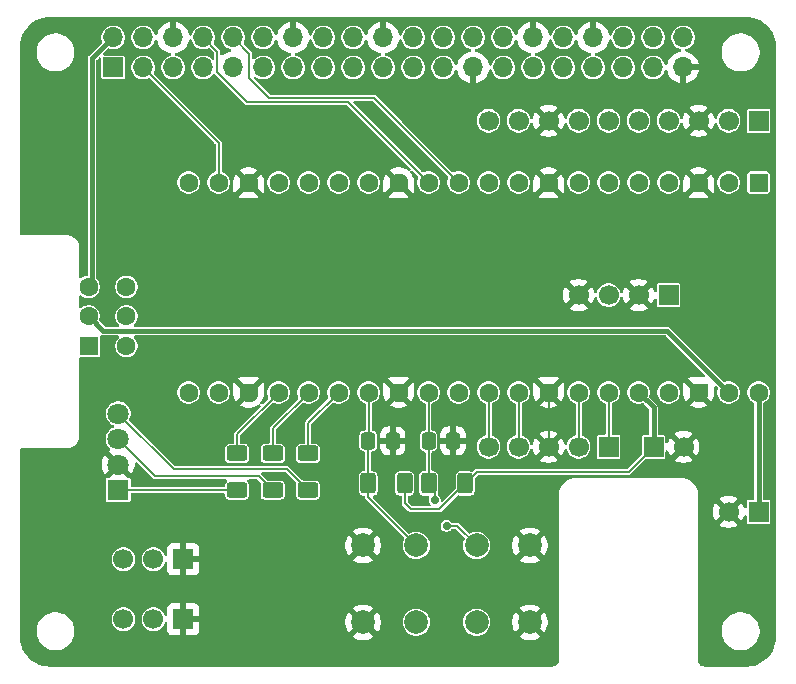
<source format=gbr>
G04 #@! TF.GenerationSoftware,KiCad,Pcbnew,9.0.1-9.0.1-0~ubuntu24.04.1*
G04 #@! TF.CreationDate,2025-04-25T17:18:32-05:00*
G04 #@! TF.ProjectId,pico_driver,7069636f-5f64-4726-9976-65722e6b6963,rev?*
G04 #@! TF.SameCoordinates,Original*
G04 #@! TF.FileFunction,Copper,L1,Top*
G04 #@! TF.FilePolarity,Positive*
%FSLAX46Y46*%
G04 Gerber Fmt 4.6, Leading zero omitted, Abs format (unit mm)*
G04 Created by KiCad (PCBNEW 9.0.1-9.0.1-0~ubuntu24.04.1) date 2025-04-25 17:18:32*
%MOMM*%
%LPD*%
G01*
G04 APERTURE LIST*
G04 Aperture macros list*
%AMRoundRect*
0 Rectangle with rounded corners*
0 $1 Rounding radius*
0 $2 $3 $4 $5 $6 $7 $8 $9 X,Y pos of 4 corners*
0 Add a 4 corners polygon primitive as box body*
4,1,4,$2,$3,$4,$5,$6,$7,$8,$9,$2,$3,0*
0 Add four circle primitives for the rounded corners*
1,1,$1+$1,$2,$3*
1,1,$1+$1,$4,$5*
1,1,$1+$1,$6,$7*
1,1,$1+$1,$8,$9*
0 Add four rect primitives between the rounded corners*
20,1,$1+$1,$2,$3,$4,$5,0*
20,1,$1+$1,$4,$5,$6,$7,0*
20,1,$1+$1,$6,$7,$8,$9,0*
20,1,$1+$1,$8,$9,$2,$3,0*%
%AMFreePoly0*
4,1,37,0.603843,0.796157,0.639018,0.796157,0.711114,0.766294,0.766294,0.711114,0.796157,0.639018,0.796157,0.603843,0.800000,0.600000,0.800000,-0.600000,0.796157,-0.603843,0.796157,-0.639018,0.766294,-0.711114,0.711114,-0.766294,0.639018,-0.796157,0.603843,-0.796157,0.600000,-0.800000,0.000000,-0.800000,0.000000,-0.796148,-0.078414,-0.796148,-0.232228,-0.765552,-0.377117,-0.705537,
-0.507515,-0.618408,-0.618408,-0.507515,-0.705537,-0.377117,-0.765552,-0.232228,-0.796148,-0.078414,-0.796148,0.078414,-0.765552,0.232228,-0.705537,0.377117,-0.618408,0.507515,-0.507515,0.618408,-0.377117,0.705537,-0.232228,0.765552,-0.078414,0.796148,0.000000,0.796148,0.000000,0.800000,0.600000,0.800000,0.603843,0.796157,0.603843,0.796157,$1*%
%AMFreePoly1*
4,1,37,0.000000,0.796148,0.078414,0.796148,0.232228,0.765552,0.377117,0.705537,0.507515,0.618408,0.618408,0.507515,0.705537,0.377117,0.765552,0.232228,0.796148,0.078414,0.796148,-0.078414,0.765552,-0.232228,0.705537,-0.377117,0.618408,-0.507515,0.507515,-0.618408,0.377117,-0.705537,0.232228,-0.765552,0.078414,-0.796148,0.000000,-0.796148,0.000000,-0.800000,-0.600000,-0.800000,
-0.603843,-0.796157,-0.639018,-0.796157,-0.711114,-0.766294,-0.766294,-0.711114,-0.796157,-0.639018,-0.796157,-0.603843,-0.800000,-0.600000,-0.800000,0.600000,-0.796157,0.603843,-0.796157,0.639018,-0.766294,0.711114,-0.711114,0.766294,-0.639018,0.796157,-0.603843,0.796157,-0.600000,0.800000,0.000000,0.800000,0.000000,0.796148,0.000000,0.796148,$1*%
G04 Aperture macros list end*
G04 #@! TA.AperFunction,ComponentPad*
%ADD10RoundRect,0.200000X-0.600000X0.600000X-0.600000X-0.600000X0.600000X-0.600000X0.600000X0.600000X0*%
G04 #@! TD*
G04 #@! TA.AperFunction,ComponentPad*
%ADD11C,1.600000*%
G04 #@! TD*
G04 #@! TA.AperFunction,ComponentPad*
%ADD12FreePoly0,270.000000*%
G04 #@! TD*
G04 #@! TA.AperFunction,ComponentPad*
%ADD13FreePoly1,270.000000*%
G04 #@! TD*
G04 #@! TA.AperFunction,ComponentPad*
%ADD14C,1.700000*%
G04 #@! TD*
G04 #@! TA.AperFunction,ComponentPad*
%ADD15R,1.700000X1.700000*%
G04 #@! TD*
G04 #@! TA.AperFunction,ComponentPad*
%ADD16C,2.000000*%
G04 #@! TD*
G04 #@! TA.AperFunction,ComponentPad*
%ADD17R,1.600000X1.600000*%
G04 #@! TD*
G04 #@! TA.AperFunction,SMDPad,CuDef*
%ADD18RoundRect,0.250000X-0.337500X-0.475000X0.337500X-0.475000X0.337500X0.475000X-0.337500X0.475000X0*%
G04 #@! TD*
G04 #@! TA.AperFunction,SMDPad,CuDef*
%ADD19RoundRect,0.250000X0.625000X-0.400000X0.625000X0.400000X-0.625000X0.400000X-0.625000X-0.400000X0*%
G04 #@! TD*
G04 #@! TA.AperFunction,ComponentPad*
%ADD20R,1.800000X1.800000*%
G04 #@! TD*
G04 #@! TA.AperFunction,ComponentPad*
%ADD21C,1.800000*%
G04 #@! TD*
G04 #@! TA.AperFunction,SMDPad,CuDef*
%ADD22RoundRect,0.250000X-0.400000X-0.625000X0.400000X-0.625000X0.400000X0.625000X-0.400000X0.625000X0*%
G04 #@! TD*
G04 #@! TA.AperFunction,ComponentPad*
%ADD23O,1.700000X1.700000*%
G04 #@! TD*
G04 #@! TA.AperFunction,ViaPad*
%ADD24C,0.700000*%
G04 #@! TD*
G04 #@! TA.AperFunction,Conductor*
%ADD25C,0.200000*%
G04 #@! TD*
G04 #@! TA.AperFunction,Conductor*
%ADD26C,0.400000*%
G04 #@! TD*
G04 APERTURE END LIST*
D10*
X163020000Y-58520000D03*
D11*
X160480000Y-58520000D03*
D12*
X157940000Y-58520000D03*
D11*
X155400000Y-58520000D03*
X152860000Y-58520000D03*
X150320000Y-58520000D03*
X147780000Y-58520000D03*
D12*
X145240000Y-58520000D03*
D11*
X142700000Y-58520000D03*
X140160000Y-58520000D03*
X137620000Y-58520000D03*
X135080000Y-58520000D03*
D12*
X132540000Y-58520000D03*
D11*
X130000000Y-58520000D03*
X127460000Y-58520000D03*
X124920000Y-58520000D03*
X122380000Y-58520000D03*
D12*
X119840000Y-58520000D03*
D11*
X117300000Y-58520000D03*
X114760000Y-58520000D03*
X114760000Y-76300000D03*
X117300000Y-76300000D03*
D13*
X119840000Y-76300000D03*
D11*
X122380000Y-76300000D03*
X124920000Y-76300000D03*
X127460000Y-76300000D03*
X130000000Y-76300000D03*
D13*
X132540000Y-76300000D03*
D11*
X135080000Y-76300000D03*
X137620000Y-76300000D03*
X140160000Y-76300000D03*
X142700000Y-76300000D03*
D13*
X145240000Y-76300000D03*
D11*
X147780000Y-76300000D03*
X150320000Y-76300000D03*
X152860000Y-76300000D03*
X155400000Y-76300000D03*
D13*
X157940000Y-76300000D03*
D11*
X160480000Y-76300000D03*
X163020000Y-76300000D03*
D14*
X109240000Y-95500000D03*
X111780000Y-95500000D03*
D15*
X114320000Y-95500000D03*
X114320000Y-90420000D03*
D14*
X111780000Y-90420000D03*
X109240000Y-90420000D03*
X147780000Y-68050000D03*
X150320000Y-68050000D03*
X152860000Y-68050000D03*
D15*
X155400000Y-68050000D03*
D16*
X143650000Y-89250000D03*
X143650000Y-95750000D03*
X139150000Y-89250000D03*
X139150000Y-95750000D03*
X129537500Y-95750000D03*
X129537500Y-89250000D03*
X134037500Y-95750000D03*
X134037500Y-89250000D03*
D17*
X106300000Y-72350000D03*
D11*
X106300000Y-69850000D03*
X106300000Y-67350000D03*
X109500000Y-72350000D03*
X109500000Y-69850000D03*
X109500000Y-67350000D03*
D15*
X154125000Y-80900000D03*
D14*
X156665000Y-80900000D03*
D15*
X163020000Y-86400000D03*
D14*
X160480000Y-86400000D03*
D15*
X163020000Y-53300000D03*
D14*
X160480000Y-53300000D03*
X157940000Y-53300000D03*
X155400000Y-53300000D03*
X152860000Y-53300000D03*
X150320000Y-53300000D03*
X147780000Y-53300000D03*
X145240000Y-53300000D03*
X142700000Y-53300000D03*
X140160000Y-53300000D03*
D15*
X150320000Y-80900000D03*
D14*
X147780000Y-80900000D03*
X145240000Y-80900000D03*
X142700000Y-80900000D03*
X140160000Y-80900000D03*
D18*
X135075000Y-80400000D03*
X137150000Y-80400000D03*
X129962500Y-80400000D03*
X132037500Y-80400000D03*
D19*
X118880000Y-84560000D03*
X118880000Y-81460000D03*
D20*
X108800000Y-84560000D03*
D21*
X108800000Y-82401000D03*
X108800000Y-80242000D03*
X108800000Y-78083000D03*
D19*
X121880000Y-84560000D03*
X121880000Y-81460000D03*
X124880000Y-84560000D03*
X124880000Y-81460000D03*
D22*
X129962500Y-84000000D03*
X133062500Y-84000000D03*
X135075000Y-84000000D03*
X138175000Y-84000000D03*
D15*
X108370000Y-48770000D03*
D23*
X108370000Y-46230000D03*
X110910000Y-48770000D03*
X110910000Y-46230000D03*
X113450000Y-48770000D03*
X113450000Y-46230000D03*
X115990000Y-48770000D03*
X115990000Y-46230000D03*
X118530000Y-48770000D03*
X118530000Y-46230000D03*
X121070000Y-48770000D03*
X121070000Y-46230000D03*
X123610000Y-48770000D03*
X123610000Y-46230000D03*
X126150000Y-48770000D03*
X126150000Y-46230000D03*
X128690000Y-48770000D03*
X128690000Y-46230000D03*
X131230000Y-48770000D03*
X131230000Y-46230000D03*
X133770000Y-48770000D03*
X133770000Y-46230000D03*
X136310000Y-48770000D03*
X136310000Y-46230000D03*
X138850000Y-48770000D03*
X138850000Y-46230000D03*
X141390000Y-48770000D03*
X141390000Y-46230000D03*
X143930000Y-48770000D03*
X143930000Y-46230000D03*
X146470000Y-48770000D03*
X146470000Y-46230000D03*
X149010000Y-48770000D03*
X149010000Y-46230000D03*
X151550000Y-48770000D03*
X151550000Y-46230000D03*
X154090000Y-48770000D03*
X154090000Y-46230000D03*
X156630000Y-48770000D03*
X156630000Y-46230000D03*
D24*
X135600000Y-85400000D03*
X136600000Y-87600000D03*
D25*
X135080000Y-58520000D02*
X128260000Y-51700000D01*
X128260000Y-51700000D02*
X119700000Y-51700000D01*
X119700000Y-51700000D02*
X117200000Y-49200000D01*
X117200000Y-49200000D02*
X117200000Y-47440000D01*
X117200000Y-47440000D02*
X115990000Y-46230000D01*
X137620000Y-58520000D02*
X130449000Y-51349000D01*
X130449000Y-51349000D02*
X121549000Y-51349000D01*
X121549000Y-51349000D02*
X119900000Y-49700000D01*
X119900000Y-49700000D02*
X119900000Y-47600000D01*
X119900000Y-47600000D02*
X118530000Y-46230000D01*
D26*
X106300000Y-69850000D02*
X107550000Y-71100000D01*
X107550000Y-71100000D02*
X155280000Y-71100000D01*
X155280000Y-71100000D02*
X160480000Y-76300000D01*
D25*
X117300000Y-58520000D02*
X117300000Y-55160000D01*
X117300000Y-55160000D02*
X110910000Y-48770000D01*
D26*
X106300000Y-67350000D02*
X106600000Y-67050000D01*
X106600000Y-67050000D02*
X106600000Y-48000000D01*
X106600000Y-48000000D02*
X108370000Y-46230000D01*
D25*
X138175000Y-84000000D02*
X139175000Y-83000000D01*
X139175000Y-83000000D02*
X152025000Y-83000000D01*
X152025000Y-83000000D02*
X154125000Y-80900000D01*
X133062500Y-84000000D02*
X133062500Y-85662500D01*
X135975000Y-86200000D02*
X138175000Y-84000000D01*
X133062500Y-85662500D02*
X133600000Y-86200000D01*
X133600000Y-86200000D02*
X135975000Y-86200000D01*
X139150000Y-89250000D02*
X137500000Y-87600000D01*
X137500000Y-87600000D02*
X136600000Y-87600000D01*
X135600000Y-85400000D02*
X135600000Y-84525000D01*
X135600000Y-84525000D02*
X135075000Y-84000000D01*
X140160000Y-80900000D02*
X140160000Y-76300000D01*
X142700000Y-80900000D02*
X142700000Y-76300000D01*
X145240000Y-80900000D02*
X145240000Y-76300000D01*
X147780000Y-80900000D02*
X147780000Y-76300000D01*
X150320000Y-80900000D02*
X150320000Y-76300000D01*
D26*
X154125000Y-80900000D02*
X154125000Y-77565000D01*
X154125000Y-77565000D02*
X152860000Y-76300000D01*
X163020000Y-86400000D02*
X163020000Y-76300000D01*
D25*
X135075000Y-84000000D02*
X135075000Y-80400000D01*
X135075000Y-80400000D02*
X135075000Y-76305000D01*
X135075000Y-76305000D02*
X135080000Y-76300000D01*
X129962500Y-80400000D02*
X129962500Y-80337500D01*
X129962500Y-80337500D02*
X130000000Y-80300000D01*
X130000000Y-80300000D02*
X130000000Y-76300000D01*
X129962500Y-84000000D02*
X129962500Y-80400000D01*
X134037500Y-89250000D02*
X129962500Y-85175000D01*
X129962500Y-85175000D02*
X129962500Y-84000000D01*
X108800000Y-78083000D02*
X113517000Y-82800000D01*
X113517000Y-82800000D02*
X123120000Y-82800000D01*
X123120000Y-82800000D02*
X124880000Y-84560000D01*
X124880000Y-81460000D02*
X124880000Y-78880000D01*
X124880000Y-78880000D02*
X127460000Y-76300000D01*
X121880000Y-81460000D02*
X121880000Y-79340000D01*
X121880000Y-79340000D02*
X124920000Y-76300000D01*
X118880000Y-81460000D02*
X118880000Y-79800000D01*
X118880000Y-79800000D02*
X122380000Y-76300000D01*
X108800000Y-80242000D02*
X111958000Y-83400000D01*
X111958000Y-83400000D02*
X120720000Y-83400000D01*
X120720000Y-83400000D02*
X121880000Y-84560000D01*
X108800000Y-84560000D02*
X118880000Y-84560000D01*
G04 #@! TA.AperFunction,Conductor*
G36*
X110405203Y-82201910D02*
G01*
X110411681Y-82207942D01*
X111745636Y-83541897D01*
X111816103Y-83612364D01*
X111908172Y-83650500D01*
X117898745Y-83650500D01*
X117965784Y-83670185D01*
X118011539Y-83722989D01*
X118021483Y-83792147D01*
X117992458Y-83855703D01*
X117986426Y-83862181D01*
X117926954Y-83921652D01*
X117926951Y-83921657D01*
X117926950Y-83921658D01*
X117907751Y-83959337D01*
X117869352Y-84034698D01*
X117854500Y-84128475D01*
X117854500Y-84185500D01*
X117834815Y-84252539D01*
X117782011Y-84298294D01*
X117730500Y-84309500D01*
X109974500Y-84309500D01*
X109907461Y-84289815D01*
X109861706Y-84237011D01*
X109850500Y-84185500D01*
X109850500Y-83645177D01*
X109841768Y-83601282D01*
X109841767Y-83601281D01*
X109841767Y-83601278D01*
X109808504Y-83551496D01*
X109788430Y-83538083D01*
X109758724Y-83518234D01*
X109758717Y-83518231D01*
X109714822Y-83509500D01*
X109714820Y-83509500D01*
X109606309Y-83509500D01*
X109539270Y-83489815D01*
X109518628Y-83473181D01*
X108888585Y-82843138D01*
X108973694Y-82820333D01*
X109076306Y-82761090D01*
X109160090Y-82677306D01*
X109219333Y-82574694D01*
X109242138Y-82489584D01*
X109951066Y-83198514D01*
X109951066Y-83198513D01*
X109997386Y-83134760D01*
X110097432Y-82938410D01*
X110165526Y-82728835D01*
X110200000Y-82511181D01*
X110200000Y-82295623D01*
X110219685Y-82228584D01*
X110272489Y-82182829D01*
X110341647Y-82172885D01*
X110405203Y-82201910D01*
G37*
G04 #@! TD.AperFunction*
G04 #@! TA.AperFunction,Conductor*
G36*
X162003736Y-44500726D02*
G01*
X162293796Y-44518271D01*
X162308659Y-44520076D01*
X162590798Y-44571780D01*
X162605335Y-44575363D01*
X162879172Y-44660695D01*
X162893163Y-44666000D01*
X163154743Y-44783727D01*
X163167989Y-44790680D01*
X163413465Y-44939075D01*
X163425776Y-44947573D01*
X163588909Y-45075379D01*
X163651573Y-45124473D01*
X163662781Y-45134403D01*
X163865596Y-45337218D01*
X163875526Y-45348426D01*
X163995481Y-45501538D01*
X164052422Y-45574217D01*
X164060926Y-45586537D01*
X164201633Y-45819295D01*
X164209316Y-45832004D01*
X164216275Y-45845263D01*
X164333997Y-46106831D01*
X164339306Y-46120832D01*
X164424635Y-46394663D01*
X164428219Y-46409201D01*
X164479923Y-46691340D01*
X164481728Y-46706205D01*
X164499274Y-46996263D01*
X164499500Y-47003750D01*
X164499500Y-96996249D01*
X164499274Y-97003736D01*
X164481728Y-97293794D01*
X164479923Y-97308659D01*
X164428219Y-97590798D01*
X164424635Y-97605336D01*
X164339306Y-97879167D01*
X164333997Y-97893168D01*
X164216275Y-98154736D01*
X164209316Y-98167995D01*
X164060928Y-98413459D01*
X164052422Y-98425782D01*
X163875526Y-98651573D01*
X163865596Y-98662781D01*
X163662781Y-98865596D01*
X163651573Y-98875526D01*
X163425782Y-99052422D01*
X163413459Y-99060928D01*
X163167995Y-99209316D01*
X163154736Y-99216275D01*
X162893168Y-99333997D01*
X162879167Y-99339306D01*
X162605336Y-99424635D01*
X162590798Y-99428219D01*
X162308659Y-99479923D01*
X162293794Y-99481728D01*
X162003736Y-99499274D01*
X161996249Y-99499500D01*
X158406962Y-99499500D01*
X158393078Y-99498720D01*
X158380553Y-99497308D01*
X158302735Y-99488540D01*
X158275666Y-99482362D01*
X158196462Y-99454648D01*
X158171444Y-99442600D01*
X158100395Y-99397957D01*
X158078686Y-99380644D01*
X158019355Y-99321313D01*
X158002042Y-99299604D01*
X157957399Y-99228555D01*
X157945351Y-99203537D01*
X157917637Y-99124333D01*
X157911459Y-99097263D01*
X157910388Y-99087760D01*
X157901280Y-99006922D01*
X157900500Y-98993038D01*
X157900500Y-96374038D01*
X159899500Y-96374038D01*
X159899500Y-96625962D01*
X159928525Y-96809217D01*
X159938910Y-96874785D01*
X160016760Y-97114383D01*
X160067042Y-97213065D01*
X160115749Y-97308659D01*
X160131132Y-97338848D01*
X160279201Y-97542649D01*
X160279205Y-97542654D01*
X160457345Y-97720794D01*
X160457350Y-97720798D01*
X160635117Y-97849952D01*
X160661155Y-97868870D01*
X160804184Y-97941747D01*
X160885616Y-97983239D01*
X160885618Y-97983239D01*
X160885621Y-97983241D01*
X161125215Y-98061090D01*
X161374038Y-98100500D01*
X161374039Y-98100500D01*
X161625961Y-98100500D01*
X161625962Y-98100500D01*
X161874785Y-98061090D01*
X162114379Y-97983241D01*
X162338845Y-97868870D01*
X162542656Y-97720793D01*
X162720793Y-97542656D01*
X162868870Y-97338845D01*
X162983241Y-97114379D01*
X163061090Y-96874785D01*
X163100500Y-96625962D01*
X163100500Y-96374038D01*
X163061090Y-96125215D01*
X162983241Y-95885621D01*
X162983239Y-95885618D01*
X162983239Y-95885616D01*
X162935452Y-95791829D01*
X162868870Y-95661155D01*
X162823380Y-95598543D01*
X162720798Y-95457350D01*
X162720794Y-95457345D01*
X162542654Y-95279205D01*
X162542649Y-95279201D01*
X162338848Y-95131132D01*
X162338847Y-95131131D01*
X162338845Y-95131130D01*
X162268747Y-95095413D01*
X162114383Y-95016760D01*
X161874785Y-94938910D01*
X161625962Y-94899500D01*
X161374038Y-94899500D01*
X161249626Y-94919205D01*
X161125214Y-94938910D01*
X160885616Y-95016760D01*
X160661151Y-95131132D01*
X160457350Y-95279201D01*
X160457345Y-95279205D01*
X160279205Y-95457345D01*
X160279201Y-95457350D01*
X160131132Y-95661151D01*
X160016760Y-95885616D01*
X159938910Y-96125214D01*
X159928390Y-96191636D01*
X159899500Y-96374038D01*
X157900500Y-96374038D01*
X157900500Y-86293753D01*
X159130000Y-86293753D01*
X159130000Y-86506246D01*
X159163242Y-86716127D01*
X159163242Y-86716130D01*
X159228904Y-86918217D01*
X159325375Y-87107550D01*
X159364728Y-87161716D01*
X159997037Y-86529408D01*
X160014075Y-86592993D01*
X160079901Y-86707007D01*
X160172993Y-86800099D01*
X160287007Y-86865925D01*
X160350590Y-86882962D01*
X159718282Y-87515269D01*
X159718282Y-87515270D01*
X159772449Y-87554624D01*
X159961782Y-87651095D01*
X160163870Y-87716757D01*
X160373754Y-87750000D01*
X160586246Y-87750000D01*
X160796127Y-87716757D01*
X160796130Y-87716757D01*
X160998217Y-87651095D01*
X161187554Y-87554622D01*
X161241716Y-87515270D01*
X161241717Y-87515270D01*
X160609408Y-86882962D01*
X160672993Y-86865925D01*
X160787007Y-86800099D01*
X160880099Y-86707007D01*
X160945925Y-86592993D01*
X160962962Y-86529408D01*
X161595270Y-87161717D01*
X161595270Y-87161716D01*
X161634622Y-87107554D01*
X161731095Y-86918217D01*
X161777569Y-86775185D01*
X161817006Y-86717510D01*
X161881365Y-86690311D01*
X161950211Y-86702225D01*
X162001687Y-86749469D01*
X162019500Y-86813503D01*
X162019500Y-87264820D01*
X162019500Y-87264822D01*
X162019499Y-87264822D01*
X162028231Y-87308717D01*
X162028234Y-87308724D01*
X162061495Y-87358503D01*
X162061496Y-87358504D01*
X162111278Y-87391767D01*
X162111281Y-87391767D01*
X162111282Y-87391768D01*
X162155177Y-87400500D01*
X162155180Y-87400500D01*
X163884822Y-87400500D01*
X163928717Y-87391768D01*
X163928717Y-87391767D01*
X163928722Y-87391767D01*
X163978504Y-87358504D01*
X164011767Y-87308722D01*
X164014957Y-87292686D01*
X164020500Y-87264822D01*
X164020500Y-85535177D01*
X164011768Y-85491282D01*
X164011767Y-85491281D01*
X164011767Y-85491278D01*
X163978504Y-85441496D01*
X163947644Y-85420876D01*
X163928724Y-85408234D01*
X163928717Y-85408231D01*
X163884822Y-85399500D01*
X163884820Y-85399500D01*
X163494500Y-85399500D01*
X163427461Y-85379815D01*
X163381706Y-85327011D01*
X163370500Y-85275500D01*
X163370500Y-77266486D01*
X163390185Y-77199447D01*
X163442989Y-77153692D01*
X163447013Y-77151938D01*
X163470231Y-77142322D01*
X163625908Y-77038302D01*
X163758302Y-76905908D01*
X163862322Y-76750231D01*
X163933973Y-76577251D01*
X163970500Y-76393616D01*
X163970500Y-76206384D01*
X163933973Y-76022749D01*
X163862322Y-75849769D01*
X163862321Y-75849768D01*
X163862318Y-75849762D01*
X163758302Y-75694092D01*
X163758299Y-75694088D01*
X163625911Y-75561700D01*
X163625907Y-75561697D01*
X163470237Y-75457681D01*
X163470228Y-75457676D01*
X163297251Y-75386027D01*
X163297243Y-75386025D01*
X163113620Y-75349500D01*
X163113616Y-75349500D01*
X162926384Y-75349500D01*
X162926379Y-75349500D01*
X162742756Y-75386025D01*
X162742748Y-75386027D01*
X162569771Y-75457676D01*
X162569762Y-75457681D01*
X162414092Y-75561697D01*
X162414088Y-75561700D01*
X162281700Y-75694088D01*
X162281697Y-75694092D01*
X162177681Y-75849762D01*
X162177676Y-75849771D01*
X162106027Y-76022748D01*
X162106025Y-76022756D01*
X162069500Y-76206379D01*
X162069500Y-76393620D01*
X162106025Y-76577243D01*
X162106027Y-76577251D01*
X162177676Y-76750228D01*
X162177681Y-76750237D01*
X162281697Y-76905907D01*
X162281700Y-76905911D01*
X162414088Y-77038299D01*
X162414092Y-77038302D01*
X162569762Y-77142318D01*
X162569766Y-77142320D01*
X162569769Y-77142322D01*
X162592953Y-77151925D01*
X162647356Y-77195765D01*
X162669421Y-77262059D01*
X162669500Y-77266486D01*
X162669500Y-85275500D01*
X162649815Y-85342539D01*
X162597011Y-85388294D01*
X162545500Y-85399500D01*
X162155178Y-85399500D01*
X162111282Y-85408231D01*
X162111275Y-85408234D01*
X162061496Y-85441495D01*
X162061495Y-85441496D01*
X162028234Y-85491275D01*
X162028231Y-85491282D01*
X162019500Y-85535177D01*
X162019500Y-85986496D01*
X161999815Y-86053535D01*
X161947011Y-86099290D01*
X161877853Y-86109234D01*
X161814297Y-86080209D01*
X161777569Y-86024814D01*
X161731095Y-85881782D01*
X161634624Y-85692449D01*
X161595270Y-85638282D01*
X161595269Y-85638282D01*
X160962962Y-86270590D01*
X160945925Y-86207007D01*
X160880099Y-86092993D01*
X160787007Y-85999901D01*
X160672993Y-85934075D01*
X160609409Y-85917037D01*
X161241716Y-85284728D01*
X161187550Y-85245375D01*
X160998217Y-85148904D01*
X160796129Y-85083242D01*
X160586246Y-85050000D01*
X160373754Y-85050000D01*
X160163872Y-85083242D01*
X160163869Y-85083242D01*
X159961782Y-85148904D01*
X159772439Y-85245380D01*
X159718282Y-85284727D01*
X159718282Y-85284728D01*
X160350591Y-85917037D01*
X160287007Y-85934075D01*
X160172993Y-85999901D01*
X160079901Y-86092993D01*
X160014075Y-86207007D01*
X159997037Y-86270591D01*
X159364728Y-85638282D01*
X159364727Y-85638282D01*
X159325380Y-85692439D01*
X159228904Y-85881782D01*
X159163242Y-86083869D01*
X159163242Y-86083872D01*
X159130000Y-86293753D01*
X157900500Y-86293753D01*
X157900500Y-84892683D01*
X157900500Y-84892682D01*
X157869954Y-84680231D01*
X157809484Y-84474290D01*
X157809483Y-84474288D01*
X157809482Y-84474284D01*
X157720327Y-84279061D01*
X157720320Y-84279048D01*
X157623557Y-84128482D01*
X157604281Y-84098487D01*
X157549008Y-84034699D01*
X157463724Y-83936275D01*
X157301514Y-83795720D01*
X157301513Y-83795719D01*
X157188641Y-83723181D01*
X157120951Y-83679679D01*
X157120938Y-83679672D01*
X156925715Y-83590517D01*
X156719774Y-83530047D01*
X156719764Y-83530044D01*
X156528754Y-83502582D01*
X156507318Y-83499500D01*
X156465892Y-83499500D01*
X147665892Y-83499500D01*
X147600000Y-83499500D01*
X147492682Y-83499500D01*
X147280235Y-83530044D01*
X147280225Y-83530047D01*
X147074284Y-83590517D01*
X146879061Y-83679672D01*
X146879048Y-83679679D01*
X146698485Y-83795720D01*
X146536275Y-83936275D01*
X146395720Y-84098485D01*
X146279679Y-84279048D01*
X146279672Y-84279061D01*
X146190517Y-84474284D01*
X146130047Y-84680225D01*
X146130044Y-84680235D01*
X146099500Y-84892682D01*
X146099500Y-84934108D01*
X146099499Y-98993046D01*
X146098719Y-99006931D01*
X146088540Y-99097264D01*
X146082362Y-99124333D01*
X146054648Y-99203537D01*
X146042600Y-99228555D01*
X145997957Y-99299604D01*
X145980644Y-99321313D01*
X145921313Y-99380644D01*
X145899604Y-99397957D01*
X145828555Y-99442600D01*
X145803537Y-99454648D01*
X145724333Y-99482362D01*
X145697264Y-99488540D01*
X145617075Y-99497576D01*
X145606921Y-99498720D01*
X145593038Y-99499500D01*
X103003751Y-99499500D01*
X102996264Y-99499274D01*
X102706205Y-99481728D01*
X102691340Y-99479923D01*
X102409201Y-99428219D01*
X102394663Y-99424635D01*
X102120832Y-99339306D01*
X102106831Y-99333997D01*
X101845263Y-99216275D01*
X101832004Y-99209316D01*
X101646647Y-99097264D01*
X101586537Y-99060926D01*
X101574217Y-99052422D01*
X101507315Y-99000008D01*
X101348426Y-98875526D01*
X101337218Y-98865596D01*
X101134403Y-98662781D01*
X101124473Y-98651573D01*
X100947573Y-98425776D01*
X100939075Y-98413465D01*
X100790680Y-98167989D01*
X100783727Y-98154743D01*
X100666000Y-97893163D01*
X100660693Y-97879167D01*
X100657484Y-97868870D01*
X100575363Y-97605335D01*
X100571780Y-97590798D01*
X100520076Y-97308659D01*
X100518271Y-97293794D01*
X100508974Y-97140102D01*
X100500726Y-97003736D01*
X100500500Y-96996249D01*
X100500500Y-96374038D01*
X101899500Y-96374038D01*
X101899500Y-96625962D01*
X101928525Y-96809217D01*
X101938910Y-96874785D01*
X102016760Y-97114383D01*
X102067042Y-97213065D01*
X102115749Y-97308659D01*
X102131132Y-97338848D01*
X102279201Y-97542649D01*
X102279205Y-97542654D01*
X102457345Y-97720794D01*
X102457350Y-97720798D01*
X102635117Y-97849952D01*
X102661155Y-97868870D01*
X102804184Y-97941747D01*
X102885616Y-97983239D01*
X102885618Y-97983239D01*
X102885621Y-97983241D01*
X103125215Y-98061090D01*
X103374038Y-98100500D01*
X103374039Y-98100500D01*
X103625961Y-98100500D01*
X103625962Y-98100500D01*
X103874785Y-98061090D01*
X104114379Y-97983241D01*
X104338845Y-97868870D01*
X104542656Y-97720793D01*
X104720793Y-97542656D01*
X104868870Y-97338845D01*
X104983241Y-97114379D01*
X105061090Y-96874785D01*
X105100500Y-96625962D01*
X105100500Y-96374038D01*
X105061090Y-96125215D01*
X104983241Y-95885621D01*
X104983239Y-95885618D01*
X104983239Y-95885616D01*
X104935452Y-95791829D01*
X104868870Y-95661155D01*
X104823380Y-95598543D01*
X108239499Y-95598543D01*
X108277947Y-95791829D01*
X108277950Y-95791839D01*
X108353364Y-95973907D01*
X108353371Y-95973920D01*
X108462860Y-96137781D01*
X108462863Y-96137785D01*
X108602214Y-96277136D01*
X108602218Y-96277139D01*
X108766079Y-96386628D01*
X108766092Y-96386635D01*
X108948160Y-96462049D01*
X108948165Y-96462051D01*
X108948169Y-96462051D01*
X108948170Y-96462052D01*
X109141456Y-96500500D01*
X109141459Y-96500500D01*
X109338543Y-96500500D01*
X109468582Y-96474632D01*
X109531835Y-96462051D01*
X109713914Y-96386632D01*
X109877782Y-96277139D01*
X110017139Y-96137782D01*
X110126632Y-95973914D01*
X110202051Y-95791835D01*
X110240500Y-95598543D01*
X110779499Y-95598543D01*
X110817947Y-95791829D01*
X110817950Y-95791839D01*
X110893364Y-95973907D01*
X110893371Y-95973920D01*
X111002860Y-96137781D01*
X111002863Y-96137785D01*
X111142214Y-96277136D01*
X111142218Y-96277139D01*
X111306079Y-96386628D01*
X111306092Y-96386635D01*
X111488160Y-96462049D01*
X111488165Y-96462051D01*
X111488169Y-96462051D01*
X111488170Y-96462052D01*
X111681456Y-96500500D01*
X111681459Y-96500500D01*
X111878543Y-96500500D01*
X112008582Y-96474632D01*
X112071835Y-96462051D01*
X112253914Y-96386632D01*
X112417782Y-96277139D01*
X112557139Y-96137782D01*
X112666632Y-95973914D01*
X112731439Y-95817455D01*
X112775279Y-95763051D01*
X112841573Y-95740986D01*
X112909273Y-95758265D01*
X112956884Y-95809402D01*
X112970000Y-95864907D01*
X112970000Y-96397844D01*
X112976401Y-96457372D01*
X112976403Y-96457379D01*
X113026645Y-96592086D01*
X113026649Y-96592093D01*
X113112809Y-96707187D01*
X113112812Y-96707190D01*
X113227906Y-96793350D01*
X113227913Y-96793354D01*
X113362620Y-96843596D01*
X113362627Y-96843598D01*
X113422155Y-96849999D01*
X113422172Y-96850000D01*
X114070000Y-96850000D01*
X114070000Y-95933012D01*
X114127007Y-95965925D01*
X114254174Y-96000000D01*
X114385826Y-96000000D01*
X114512993Y-95965925D01*
X114570000Y-95933012D01*
X114570000Y-96850000D01*
X115217828Y-96850000D01*
X115217844Y-96849999D01*
X115277372Y-96843598D01*
X115277379Y-96843596D01*
X115369557Y-96809217D01*
X115412086Y-96793354D01*
X115412093Y-96793350D01*
X115527187Y-96707190D01*
X115527190Y-96707187D01*
X115613350Y-96592093D01*
X115613354Y-96592086D01*
X115663596Y-96457379D01*
X115663598Y-96457372D01*
X115669999Y-96397844D01*
X115670000Y-96397827D01*
X115670000Y-95750000D01*
X114753012Y-95750000D01*
X114785925Y-95692993D01*
X114802283Y-95631947D01*
X128037500Y-95631947D01*
X128037500Y-95868052D01*
X128074434Y-96101247D01*
X128147397Y-96325802D01*
X128254587Y-96536174D01*
X128314838Y-96619104D01*
X128314840Y-96619105D01*
X129013712Y-95920233D01*
X129024982Y-95962292D01*
X129097390Y-96087708D01*
X129199792Y-96190110D01*
X129325208Y-96262518D01*
X129367265Y-96273787D01*
X128668393Y-96972658D01*
X128751328Y-97032914D01*
X128961697Y-97140102D01*
X129186252Y-97213065D01*
X129186251Y-97213065D01*
X129419448Y-97250000D01*
X129655552Y-97250000D01*
X129888747Y-97213065D01*
X130113302Y-97140102D01*
X130323663Y-97032918D01*
X130323669Y-97032914D01*
X130406604Y-96972658D01*
X130406605Y-96972658D01*
X129707733Y-96273787D01*
X129749792Y-96262518D01*
X129875208Y-96190110D01*
X129977610Y-96087708D01*
X130050018Y-95962292D01*
X130061287Y-95920234D01*
X130760158Y-96619105D01*
X130760158Y-96619104D01*
X130820414Y-96536169D01*
X130820418Y-96536163D01*
X130927602Y-96325802D01*
X131000565Y-96101247D01*
X131037500Y-95868052D01*
X131037500Y-95659448D01*
X132887000Y-95659448D01*
X132887000Y-95840551D01*
X132915329Y-96019410D01*
X132971287Y-96191636D01*
X132971288Y-96191639D01*
X133053506Y-96352997D01*
X133159941Y-96499494D01*
X133159945Y-96499499D01*
X133288000Y-96627554D01*
X133288005Y-96627558D01*
X133415787Y-96720396D01*
X133434506Y-96733996D01*
X133539984Y-96787740D01*
X133595860Y-96816211D01*
X133595863Y-96816212D01*
X133680145Y-96843596D01*
X133768091Y-96872171D01*
X133850929Y-96885291D01*
X133946949Y-96900500D01*
X133946954Y-96900500D01*
X134128051Y-96900500D01*
X134214759Y-96886765D01*
X134306909Y-96872171D01*
X134479139Y-96816211D01*
X134640494Y-96733996D01*
X134787001Y-96627553D01*
X134915053Y-96499501D01*
X135021496Y-96352994D01*
X135103711Y-96191639D01*
X135159671Y-96019409D01*
X135180862Y-95885616D01*
X135188000Y-95840551D01*
X135188000Y-95659448D01*
X137999500Y-95659448D01*
X137999500Y-95840551D01*
X138027829Y-96019410D01*
X138083787Y-96191636D01*
X138083788Y-96191639D01*
X138166006Y-96352997D01*
X138272441Y-96499494D01*
X138272445Y-96499499D01*
X138400500Y-96627554D01*
X138400505Y-96627558D01*
X138528287Y-96720396D01*
X138547006Y-96733996D01*
X138652484Y-96787740D01*
X138708360Y-96816211D01*
X138708363Y-96816212D01*
X138792645Y-96843596D01*
X138880591Y-96872171D01*
X138963429Y-96885291D01*
X139059449Y-96900500D01*
X139059454Y-96900500D01*
X139240551Y-96900500D01*
X139327259Y-96886765D01*
X139419409Y-96872171D01*
X139591639Y-96816211D01*
X139594183Y-96814915D01*
X139594185Y-96814914D01*
X139636506Y-96793350D01*
X139752994Y-96733996D01*
X139899501Y-96627553D01*
X140027553Y-96499501D01*
X140133996Y-96352994D01*
X140216211Y-96191639D01*
X140272171Y-96019409D01*
X140293362Y-95885616D01*
X140300500Y-95840551D01*
X140300500Y-95659447D01*
X140298445Y-95646472D01*
X140296144Y-95631947D01*
X142150000Y-95631947D01*
X142150000Y-95868052D01*
X142186934Y-96101247D01*
X142259897Y-96325802D01*
X142367087Y-96536174D01*
X142427338Y-96619104D01*
X142427340Y-96619105D01*
X143126212Y-95920233D01*
X143137482Y-95962292D01*
X143209890Y-96087708D01*
X143312292Y-96190110D01*
X143437708Y-96262518D01*
X143479765Y-96273787D01*
X142780893Y-96972658D01*
X142863828Y-97032914D01*
X143074197Y-97140102D01*
X143298752Y-97213065D01*
X143298751Y-97213065D01*
X143531948Y-97250000D01*
X143768052Y-97250000D01*
X144001247Y-97213065D01*
X144225802Y-97140102D01*
X144436163Y-97032918D01*
X144436169Y-97032914D01*
X144519104Y-96972658D01*
X144519105Y-96972658D01*
X143820233Y-96273787D01*
X143862292Y-96262518D01*
X143987708Y-96190110D01*
X144090110Y-96087708D01*
X144162518Y-95962292D01*
X144173787Y-95920233D01*
X144872658Y-96619105D01*
X144872658Y-96619104D01*
X144932914Y-96536169D01*
X144932918Y-96536163D01*
X145040102Y-96325802D01*
X145113065Y-96101247D01*
X145150000Y-95868052D01*
X145150000Y-95631947D01*
X145113065Y-95398752D01*
X145040102Y-95174197D01*
X144932914Y-94963828D01*
X144872658Y-94880894D01*
X144872658Y-94880893D01*
X144173787Y-95579765D01*
X144162518Y-95537708D01*
X144090110Y-95412292D01*
X143987708Y-95309890D01*
X143862292Y-95237482D01*
X143820234Y-95226212D01*
X144519105Y-94527340D01*
X144519104Y-94527338D01*
X144436174Y-94467087D01*
X144225802Y-94359897D01*
X144001247Y-94286934D01*
X144001248Y-94286934D01*
X143768052Y-94250000D01*
X143531948Y-94250000D01*
X143298752Y-94286934D01*
X143074197Y-94359897D01*
X142863830Y-94467084D01*
X142780894Y-94527340D01*
X143479766Y-95226212D01*
X143437708Y-95237482D01*
X143312292Y-95309890D01*
X143209890Y-95412292D01*
X143137482Y-95537708D01*
X143126212Y-95579766D01*
X142427340Y-94880894D01*
X142367084Y-94963830D01*
X142259897Y-95174197D01*
X142186934Y-95398752D01*
X142150000Y-95631947D01*
X140296144Y-95631947D01*
X140281217Y-95537708D01*
X140272171Y-95480591D01*
X140216211Y-95308361D01*
X140216211Y-95308360D01*
X140175675Y-95228805D01*
X140133996Y-95147006D01*
X140120396Y-95128287D01*
X140027558Y-95000505D01*
X140027554Y-95000500D01*
X139899499Y-94872445D01*
X139899494Y-94872441D01*
X139752997Y-94766006D01*
X139752996Y-94766005D01*
X139752994Y-94766004D01*
X139594181Y-94685084D01*
X139594179Y-94685082D01*
X139591645Y-94683791D01*
X139591636Y-94683787D01*
X139419410Y-94627829D01*
X139240551Y-94599500D01*
X139240546Y-94599500D01*
X139059454Y-94599500D01*
X139059449Y-94599500D01*
X138880589Y-94627829D01*
X138708363Y-94683787D01*
X138708360Y-94683788D01*
X138547002Y-94766006D01*
X138400505Y-94872441D01*
X138400500Y-94872445D01*
X138272445Y-95000500D01*
X138272441Y-95000505D01*
X138166006Y-95147002D01*
X138083788Y-95308360D01*
X138083787Y-95308363D01*
X138027829Y-95480589D01*
X137999500Y-95659448D01*
X135188000Y-95659448D01*
X135168717Y-95537708D01*
X135159671Y-95480591D01*
X135103711Y-95308361D01*
X135103711Y-95308360D01*
X135063175Y-95228805D01*
X135021496Y-95147006D01*
X135007896Y-95128287D01*
X134915058Y-95000505D01*
X134915054Y-95000500D01*
X134786999Y-94872445D01*
X134786994Y-94872441D01*
X134640497Y-94766006D01*
X134640496Y-94766005D01*
X134640494Y-94766004D01*
X134555820Y-94722860D01*
X134479139Y-94683788D01*
X134479136Y-94683787D01*
X134306910Y-94627829D01*
X134128051Y-94599500D01*
X134128046Y-94599500D01*
X133946954Y-94599500D01*
X133946949Y-94599500D01*
X133768089Y-94627829D01*
X133595863Y-94683787D01*
X133595860Y-94683788D01*
X133434502Y-94766006D01*
X133288005Y-94872441D01*
X133288000Y-94872445D01*
X133159945Y-95000500D01*
X133159941Y-95000505D01*
X133053506Y-95147002D01*
X132971288Y-95308360D01*
X132971287Y-95308363D01*
X132915329Y-95480589D01*
X132887000Y-95659448D01*
X131037500Y-95659448D01*
X131037500Y-95631947D01*
X131000565Y-95398752D01*
X130927602Y-95174197D01*
X130820414Y-94963828D01*
X130760158Y-94880894D01*
X130760158Y-94880893D01*
X130061287Y-95579765D01*
X130050018Y-95537708D01*
X129977610Y-95412292D01*
X129875208Y-95309890D01*
X129749792Y-95237482D01*
X129707734Y-95226212D01*
X130406605Y-94527340D01*
X130406604Y-94527338D01*
X130323674Y-94467087D01*
X130113302Y-94359897D01*
X129888747Y-94286934D01*
X129888748Y-94286934D01*
X129655552Y-94250000D01*
X129419448Y-94250000D01*
X129186252Y-94286934D01*
X128961697Y-94359897D01*
X128751330Y-94467084D01*
X128668394Y-94527340D01*
X129367266Y-95226212D01*
X129325208Y-95237482D01*
X129199792Y-95309890D01*
X129097390Y-95412292D01*
X129024982Y-95537708D01*
X129013712Y-95579766D01*
X128314840Y-94880894D01*
X128254584Y-94963830D01*
X128147397Y-95174197D01*
X128074434Y-95398752D01*
X128037500Y-95631947D01*
X114802283Y-95631947D01*
X114820000Y-95565826D01*
X114820000Y-95434174D01*
X114785925Y-95307007D01*
X114753012Y-95250000D01*
X115670000Y-95250000D01*
X115670000Y-94602172D01*
X115669999Y-94602165D01*
X115668461Y-94587859D01*
X115668461Y-94587854D01*
X115663598Y-94542627D01*
X115663596Y-94542620D01*
X115613354Y-94407913D01*
X115613350Y-94407906D01*
X115527190Y-94292812D01*
X115527187Y-94292809D01*
X115412093Y-94206649D01*
X115412086Y-94206645D01*
X115277379Y-94156403D01*
X115277372Y-94156401D01*
X115217844Y-94150000D01*
X114570000Y-94150000D01*
X114570000Y-95066988D01*
X114512993Y-95034075D01*
X114385826Y-95000000D01*
X114254174Y-95000000D01*
X114127007Y-95034075D01*
X114070000Y-95066988D01*
X114070000Y-94150000D01*
X113422155Y-94150000D01*
X113362627Y-94156401D01*
X113362620Y-94156403D01*
X113227913Y-94206645D01*
X113227906Y-94206649D01*
X113112812Y-94292809D01*
X113112809Y-94292812D01*
X113026649Y-94407906D01*
X113026645Y-94407913D01*
X112976403Y-94542620D01*
X112976401Y-94542627D01*
X112970000Y-94602155D01*
X112970000Y-95135092D01*
X112950315Y-95202131D01*
X112897511Y-95247886D01*
X112828353Y-95257830D01*
X112764797Y-95228805D01*
X112731439Y-95182544D01*
X112666635Y-95026092D01*
X112666628Y-95026079D01*
X112557139Y-94862218D01*
X112557136Y-94862214D01*
X112417785Y-94722863D01*
X112417781Y-94722860D01*
X112253920Y-94613371D01*
X112253907Y-94613364D01*
X112071839Y-94537950D01*
X112071829Y-94537947D01*
X111878543Y-94499500D01*
X111878541Y-94499500D01*
X111681459Y-94499500D01*
X111681457Y-94499500D01*
X111488170Y-94537947D01*
X111488160Y-94537950D01*
X111306092Y-94613364D01*
X111306079Y-94613371D01*
X111142218Y-94722860D01*
X111142214Y-94722863D01*
X111002863Y-94862214D01*
X111002860Y-94862218D01*
X110893371Y-95026079D01*
X110893364Y-95026092D01*
X110817950Y-95208160D01*
X110817947Y-95208170D01*
X110779500Y-95401456D01*
X110779500Y-95401459D01*
X110779500Y-95598541D01*
X110779500Y-95598543D01*
X110779499Y-95598543D01*
X110240500Y-95598543D01*
X110240500Y-95598541D01*
X110240500Y-95401459D01*
X110240500Y-95401456D01*
X110202052Y-95208170D01*
X110202051Y-95208169D01*
X110202051Y-95208165D01*
X110187981Y-95174197D01*
X110126635Y-95026092D01*
X110126628Y-95026079D01*
X110017139Y-94862218D01*
X110017136Y-94862214D01*
X109877785Y-94722863D01*
X109877781Y-94722860D01*
X109713920Y-94613371D01*
X109713907Y-94613364D01*
X109531839Y-94537950D01*
X109531829Y-94537947D01*
X109338543Y-94499500D01*
X109338541Y-94499500D01*
X109141459Y-94499500D01*
X109141457Y-94499500D01*
X108948170Y-94537947D01*
X108948160Y-94537950D01*
X108766092Y-94613364D01*
X108766079Y-94613371D01*
X108602218Y-94722860D01*
X108602214Y-94722863D01*
X108462863Y-94862214D01*
X108462860Y-94862218D01*
X108353371Y-95026079D01*
X108353364Y-95026092D01*
X108277950Y-95208160D01*
X108277947Y-95208170D01*
X108239500Y-95401456D01*
X108239500Y-95401459D01*
X108239500Y-95598541D01*
X108239500Y-95598543D01*
X108239499Y-95598543D01*
X104823380Y-95598543D01*
X104728721Y-95468255D01*
X104728718Y-95468252D01*
X104720797Y-95457350D01*
X104720793Y-95457344D01*
X104542656Y-95279207D01*
X104542654Y-95279205D01*
X104542649Y-95279201D01*
X104338848Y-95131132D01*
X104338847Y-95131131D01*
X104338845Y-95131130D01*
X104268747Y-95095413D01*
X104114383Y-95016760D01*
X103874785Y-94938910D01*
X103625962Y-94899500D01*
X103374038Y-94899500D01*
X103249626Y-94919205D01*
X103125214Y-94938910D01*
X102885616Y-95016760D01*
X102661151Y-95131132D01*
X102457350Y-95279201D01*
X102457345Y-95279205D01*
X102279205Y-95457345D01*
X102279201Y-95457350D01*
X102131132Y-95661151D01*
X102016760Y-95885616D01*
X101938910Y-96125214D01*
X101928390Y-96191636D01*
X101899500Y-96374038D01*
X100500500Y-96374038D01*
X100500500Y-90518543D01*
X108239499Y-90518543D01*
X108277947Y-90711829D01*
X108277950Y-90711839D01*
X108353364Y-90893907D01*
X108353371Y-90893920D01*
X108462860Y-91057781D01*
X108462863Y-91057785D01*
X108602214Y-91197136D01*
X108602218Y-91197139D01*
X108766079Y-91306628D01*
X108766092Y-91306635D01*
X108948160Y-91382049D01*
X108948165Y-91382051D01*
X108948169Y-91382051D01*
X108948170Y-91382052D01*
X109141456Y-91420500D01*
X109141459Y-91420500D01*
X109338543Y-91420500D01*
X109468582Y-91394632D01*
X109531835Y-91382051D01*
X109713914Y-91306632D01*
X109877782Y-91197139D01*
X110017139Y-91057782D01*
X110126632Y-90893914D01*
X110202051Y-90711835D01*
X110221712Y-90612993D01*
X110240500Y-90518543D01*
X110779499Y-90518543D01*
X110817947Y-90711829D01*
X110817950Y-90711839D01*
X110893364Y-90893907D01*
X110893371Y-90893920D01*
X111002860Y-91057781D01*
X111002863Y-91057785D01*
X111142214Y-91197136D01*
X111142218Y-91197139D01*
X111306079Y-91306628D01*
X111306092Y-91306635D01*
X111488160Y-91382049D01*
X111488165Y-91382051D01*
X111488169Y-91382051D01*
X111488170Y-91382052D01*
X111681456Y-91420500D01*
X111681459Y-91420500D01*
X111878543Y-91420500D01*
X112008582Y-91394632D01*
X112071835Y-91382051D01*
X112253914Y-91306632D01*
X112417782Y-91197139D01*
X112557139Y-91057782D01*
X112666632Y-90893914D01*
X112731439Y-90737455D01*
X112775279Y-90683051D01*
X112841573Y-90660986D01*
X112909273Y-90678265D01*
X112956884Y-90729402D01*
X112970000Y-90784907D01*
X112970000Y-91317844D01*
X112976401Y-91377372D01*
X112976403Y-91377379D01*
X113026645Y-91512086D01*
X113026649Y-91512093D01*
X113112809Y-91627187D01*
X113112812Y-91627190D01*
X113227906Y-91713350D01*
X113227913Y-91713354D01*
X113362620Y-91763596D01*
X113362627Y-91763598D01*
X113422155Y-91769999D01*
X113422172Y-91770000D01*
X114070000Y-91770000D01*
X114070000Y-90853012D01*
X114127007Y-90885925D01*
X114254174Y-90920000D01*
X114385826Y-90920000D01*
X114512993Y-90885925D01*
X114570000Y-90853012D01*
X114570000Y-91770000D01*
X115217828Y-91770000D01*
X115217844Y-91769999D01*
X115277372Y-91763598D01*
X115277379Y-91763596D01*
X115412086Y-91713354D01*
X115412093Y-91713350D01*
X115527187Y-91627190D01*
X115527190Y-91627187D01*
X115613350Y-91512093D01*
X115613354Y-91512086D01*
X115663596Y-91377379D01*
X115663598Y-91377372D01*
X115669999Y-91317844D01*
X115670000Y-91317827D01*
X115670000Y-90670000D01*
X114753012Y-90670000D01*
X114785925Y-90612993D01*
X114820000Y-90485826D01*
X114820000Y-90354174D01*
X114785925Y-90227007D01*
X114753012Y-90170000D01*
X115670000Y-90170000D01*
X115670000Y-89522172D01*
X115669999Y-89522155D01*
X115663598Y-89462627D01*
X115663596Y-89462620D01*
X115613354Y-89327913D01*
X115613350Y-89327906D01*
X115527190Y-89212812D01*
X115527187Y-89212809D01*
X115419170Y-89131947D01*
X128037500Y-89131947D01*
X128037500Y-89368052D01*
X128074434Y-89601247D01*
X128147397Y-89825802D01*
X128254587Y-90036174D01*
X128314838Y-90119104D01*
X128314840Y-90119105D01*
X129013712Y-89420233D01*
X129024982Y-89462292D01*
X129097390Y-89587708D01*
X129199792Y-89690110D01*
X129325208Y-89762518D01*
X129367265Y-89773787D01*
X128668393Y-90472658D01*
X128751328Y-90532914D01*
X128961697Y-90640102D01*
X129186252Y-90713065D01*
X129186251Y-90713065D01*
X129419448Y-90750000D01*
X129655552Y-90750000D01*
X129888747Y-90713065D01*
X130113302Y-90640102D01*
X130323663Y-90532918D01*
X130323669Y-90532914D01*
X130406604Y-90472658D01*
X130406605Y-90472658D01*
X129707733Y-89773787D01*
X129749792Y-89762518D01*
X129875208Y-89690110D01*
X129977610Y-89587708D01*
X130050018Y-89462292D01*
X130061287Y-89420234D01*
X130760158Y-90119105D01*
X130760158Y-90119104D01*
X130820414Y-90036169D01*
X130820418Y-90036163D01*
X130927602Y-89825802D01*
X131000565Y-89601247D01*
X131037500Y-89368052D01*
X131037500Y-89131947D01*
X131000565Y-88898752D01*
X130927602Y-88674197D01*
X130820414Y-88463828D01*
X130760158Y-88380894D01*
X130760158Y-88380893D01*
X130061287Y-89079765D01*
X130050018Y-89037708D01*
X129977610Y-88912292D01*
X129875208Y-88809890D01*
X129749792Y-88737482D01*
X129707734Y-88726212D01*
X130406605Y-88027340D01*
X130406604Y-88027338D01*
X130323674Y-87967087D01*
X130113302Y-87859897D01*
X129888747Y-87786934D01*
X129888748Y-87786934D01*
X129655552Y-87750000D01*
X129419448Y-87750000D01*
X129186252Y-87786934D01*
X128961697Y-87859897D01*
X128751330Y-87967084D01*
X128668394Y-88027340D01*
X129367266Y-88726212D01*
X129325208Y-88737482D01*
X129199792Y-88809890D01*
X129097390Y-88912292D01*
X129024982Y-89037708D01*
X129013712Y-89079766D01*
X128314840Y-88380894D01*
X128254584Y-88463830D01*
X128147397Y-88674197D01*
X128074434Y-88898752D01*
X128037500Y-89131947D01*
X115419170Y-89131947D01*
X115412093Y-89126649D01*
X115412086Y-89126645D01*
X115277379Y-89076403D01*
X115277372Y-89076401D01*
X115217844Y-89070000D01*
X114570000Y-89070000D01*
X114570000Y-89986988D01*
X114512993Y-89954075D01*
X114385826Y-89920000D01*
X114254174Y-89920000D01*
X114127007Y-89954075D01*
X114070000Y-89986988D01*
X114070000Y-89070000D01*
X113422155Y-89070000D01*
X113362627Y-89076401D01*
X113362620Y-89076403D01*
X113227913Y-89126645D01*
X113227906Y-89126649D01*
X113112812Y-89212809D01*
X113112809Y-89212812D01*
X113026649Y-89327906D01*
X113026645Y-89327913D01*
X112976403Y-89462620D01*
X112976401Y-89462627D01*
X112970000Y-89522155D01*
X112970000Y-90055092D01*
X112950315Y-90122131D01*
X112897511Y-90167886D01*
X112828353Y-90177830D01*
X112764797Y-90148805D01*
X112731439Y-90102544D01*
X112666635Y-89946092D01*
X112666628Y-89946079D01*
X112557139Y-89782218D01*
X112557136Y-89782214D01*
X112417785Y-89642863D01*
X112417781Y-89642860D01*
X112253920Y-89533371D01*
X112253907Y-89533364D01*
X112071839Y-89457950D01*
X112071829Y-89457947D01*
X111878543Y-89419500D01*
X111878541Y-89419500D01*
X111681459Y-89419500D01*
X111681457Y-89419500D01*
X111488170Y-89457947D01*
X111488160Y-89457950D01*
X111306092Y-89533364D01*
X111306079Y-89533371D01*
X111142218Y-89642860D01*
X111142214Y-89642863D01*
X111002863Y-89782214D01*
X111002860Y-89782218D01*
X110893371Y-89946079D01*
X110893364Y-89946092D01*
X110817950Y-90128160D01*
X110817947Y-90128170D01*
X110779500Y-90321456D01*
X110779500Y-90321459D01*
X110779500Y-90518541D01*
X110779500Y-90518543D01*
X110779499Y-90518543D01*
X110240500Y-90518543D01*
X110240500Y-90321456D01*
X110202052Y-90128170D01*
X110202051Y-90128169D01*
X110202051Y-90128165D01*
X110191439Y-90102544D01*
X110126635Y-89946092D01*
X110126628Y-89946079D01*
X110017139Y-89782218D01*
X110017136Y-89782214D01*
X109877785Y-89642863D01*
X109877781Y-89642860D01*
X109713920Y-89533371D01*
X109713907Y-89533364D01*
X109531839Y-89457950D01*
X109531829Y-89457947D01*
X109338543Y-89419500D01*
X109338541Y-89419500D01*
X109141459Y-89419500D01*
X109141457Y-89419500D01*
X108948170Y-89457947D01*
X108948160Y-89457950D01*
X108766092Y-89533364D01*
X108766079Y-89533371D01*
X108602218Y-89642860D01*
X108602214Y-89642863D01*
X108462863Y-89782214D01*
X108462860Y-89782218D01*
X108353371Y-89946079D01*
X108353364Y-89946092D01*
X108277950Y-90128160D01*
X108277947Y-90128170D01*
X108239500Y-90321456D01*
X108239500Y-90321459D01*
X108239500Y-90518541D01*
X108239500Y-90518543D01*
X108239499Y-90518543D01*
X100500500Y-90518543D01*
X100500500Y-82290818D01*
X107400000Y-82290818D01*
X107400000Y-82511181D01*
X107434473Y-82728835D01*
X107502567Y-82938410D01*
X107602611Y-83134756D01*
X107648932Y-83198513D01*
X108357861Y-82489584D01*
X108380667Y-82574694D01*
X108439910Y-82677306D01*
X108523694Y-82761090D01*
X108626306Y-82820333D01*
X108711414Y-82843138D01*
X108081372Y-83473181D01*
X108020049Y-83506666D01*
X107993691Y-83509500D01*
X107885178Y-83509500D01*
X107841282Y-83518231D01*
X107841275Y-83518234D01*
X107791496Y-83551495D01*
X107791495Y-83551496D01*
X107758234Y-83601275D01*
X107758231Y-83601282D01*
X107749500Y-83645177D01*
X107749500Y-83645180D01*
X107749500Y-85474820D01*
X107749500Y-85474822D01*
X107749499Y-85474822D01*
X107758231Y-85518717D01*
X107758234Y-85518724D01*
X107784971Y-85558739D01*
X107791496Y-85568504D01*
X107841278Y-85601767D01*
X107841281Y-85601767D01*
X107841282Y-85601768D01*
X107885177Y-85610500D01*
X107885180Y-85610500D01*
X109714822Y-85610500D01*
X109758717Y-85601768D01*
X109758717Y-85601767D01*
X109758722Y-85601767D01*
X109808504Y-85568504D01*
X109841767Y-85518722D01*
X109846449Y-85495186D01*
X109850500Y-85474822D01*
X109850500Y-84934500D01*
X109870185Y-84867461D01*
X109922989Y-84821706D01*
X109974500Y-84810500D01*
X117730501Y-84810500D01*
X117797540Y-84830185D01*
X117843295Y-84882989D01*
X117854501Y-84934500D01*
X117854501Y-84991518D01*
X117869354Y-85085304D01*
X117926950Y-85198342D01*
X117926952Y-85198344D01*
X117926954Y-85198347D01*
X118016652Y-85288045D01*
X118016654Y-85288046D01*
X118016658Y-85288050D01*
X118123598Y-85342539D01*
X118129698Y-85345647D01*
X118223475Y-85360499D01*
X118223481Y-85360500D01*
X119536518Y-85360499D01*
X119630304Y-85345646D01*
X119743342Y-85288050D01*
X119833050Y-85198342D01*
X119890646Y-85085304D01*
X119890646Y-85085302D01*
X119890647Y-85085301D01*
X119904157Y-85000000D01*
X119905500Y-84991519D01*
X119905499Y-84128482D01*
X119890646Y-84034696D01*
X119833050Y-83921658D01*
X119833046Y-83921654D01*
X119833045Y-83921652D01*
X119773574Y-83862181D01*
X119740089Y-83800858D01*
X119745073Y-83731166D01*
X119786945Y-83675233D01*
X119852409Y-83650816D01*
X119861255Y-83650500D01*
X120564877Y-83650500D01*
X120631916Y-83670185D01*
X120652558Y-83686819D01*
X120849895Y-83884156D01*
X120883380Y-83945479D01*
X120878396Y-84015171D01*
X120872700Y-84028130D01*
X120869352Y-84034699D01*
X120854500Y-84128475D01*
X120854500Y-84991517D01*
X120860612Y-85030104D01*
X120869354Y-85085304D01*
X120926950Y-85198342D01*
X120926952Y-85198344D01*
X120926954Y-85198347D01*
X121016652Y-85288045D01*
X121016654Y-85288046D01*
X121016658Y-85288050D01*
X121123598Y-85342539D01*
X121129698Y-85345647D01*
X121223475Y-85360499D01*
X121223481Y-85360500D01*
X122536518Y-85360499D01*
X122630304Y-85345646D01*
X122743342Y-85288050D01*
X122833050Y-85198342D01*
X122890646Y-85085304D01*
X122890646Y-85085302D01*
X122890647Y-85085301D01*
X122904157Y-85000000D01*
X122905500Y-84991519D01*
X122905499Y-84128482D01*
X122890646Y-84034696D01*
X122833050Y-83921658D01*
X122833046Y-83921654D01*
X122833045Y-83921652D01*
X122743347Y-83831954D01*
X122743344Y-83831952D01*
X122743342Y-83831950D01*
X122665225Y-83792147D01*
X122630301Y-83774352D01*
X122536524Y-83759500D01*
X122536519Y-83759500D01*
X121485123Y-83759500D01*
X121418084Y-83739815D01*
X121397442Y-83723181D01*
X120936442Y-83262181D01*
X120902957Y-83200858D01*
X120907941Y-83131166D01*
X120949813Y-83075233D01*
X121015277Y-83050816D01*
X121024123Y-83050500D01*
X122964877Y-83050500D01*
X123031916Y-83070185D01*
X123052558Y-83086819D01*
X123455554Y-83489815D01*
X123849894Y-83884154D01*
X123883379Y-83945477D01*
X123878395Y-84015168D01*
X123872702Y-84028122D01*
X123869354Y-84034692D01*
X123869353Y-84034697D01*
X123854500Y-84128475D01*
X123854500Y-84991517D01*
X123860612Y-85030104D01*
X123869354Y-85085304D01*
X123926950Y-85198342D01*
X123926952Y-85198344D01*
X123926954Y-85198347D01*
X124016652Y-85288045D01*
X124016654Y-85288046D01*
X124016658Y-85288050D01*
X124123598Y-85342539D01*
X124129698Y-85345647D01*
X124223475Y-85360499D01*
X124223481Y-85360500D01*
X125536518Y-85360499D01*
X125630304Y-85345646D01*
X125743342Y-85288050D01*
X125833050Y-85198342D01*
X125890646Y-85085304D01*
X125890646Y-85085302D01*
X125890647Y-85085301D01*
X125904157Y-85000000D01*
X125905500Y-84991519D01*
X125905499Y-84128482D01*
X125890646Y-84034696D01*
X125833050Y-83921658D01*
X125833046Y-83921654D01*
X125833045Y-83921652D01*
X125743347Y-83831954D01*
X125743344Y-83831952D01*
X125743342Y-83831950D01*
X125665225Y-83792147D01*
X125630301Y-83774352D01*
X125536524Y-83759500D01*
X125536519Y-83759500D01*
X124485123Y-83759500D01*
X124418084Y-83739815D01*
X124397442Y-83723181D01*
X123261897Y-82587636D01*
X123169829Y-82549500D01*
X123169828Y-82549500D01*
X113672123Y-82549500D01*
X113605084Y-82529815D01*
X113584442Y-82513181D01*
X112099736Y-81028475D01*
X117854500Y-81028475D01*
X117854500Y-81891517D01*
X117855923Y-81900500D01*
X117869354Y-81985304D01*
X117926950Y-82098342D01*
X117926952Y-82098344D01*
X117926954Y-82098347D01*
X118016652Y-82188045D01*
X118016654Y-82188046D01*
X118016658Y-82188050D01*
X118129694Y-82245645D01*
X118129698Y-82245647D01*
X118223475Y-82260499D01*
X118223481Y-82260500D01*
X119536518Y-82260499D01*
X119630304Y-82245646D01*
X119743342Y-82188050D01*
X119833050Y-82098342D01*
X119890646Y-81985304D01*
X119890646Y-81985302D01*
X119890647Y-81985301D01*
X119903629Y-81903334D01*
X119905500Y-81891519D01*
X119905499Y-81028482D01*
X119905498Y-81028475D01*
X120854500Y-81028475D01*
X120854500Y-81891517D01*
X120855923Y-81900500D01*
X120869354Y-81985304D01*
X120926950Y-82098342D01*
X120926952Y-82098344D01*
X120926954Y-82098347D01*
X121016652Y-82188045D01*
X121016654Y-82188046D01*
X121016658Y-82188050D01*
X121129694Y-82245645D01*
X121129698Y-82245647D01*
X121223475Y-82260499D01*
X121223481Y-82260500D01*
X122536518Y-82260499D01*
X122630304Y-82245646D01*
X122743342Y-82188050D01*
X122833050Y-82098342D01*
X122890646Y-81985304D01*
X122890646Y-81985302D01*
X122890647Y-81985301D01*
X122903629Y-81903334D01*
X122905500Y-81891519D01*
X122905499Y-81028482D01*
X122905498Y-81028475D01*
X123854500Y-81028475D01*
X123854500Y-81891517D01*
X123855923Y-81900500D01*
X123869354Y-81985304D01*
X123926950Y-82098342D01*
X123926952Y-82098344D01*
X123926954Y-82098347D01*
X124016652Y-82188045D01*
X124016654Y-82188046D01*
X124016658Y-82188050D01*
X124129694Y-82245645D01*
X124129698Y-82245647D01*
X124223475Y-82260499D01*
X124223481Y-82260500D01*
X125536518Y-82260499D01*
X125630304Y-82245646D01*
X125743342Y-82188050D01*
X125833050Y-82098342D01*
X125890646Y-81985304D01*
X125890646Y-81985302D01*
X125890647Y-81985301D01*
X125903629Y-81903334D01*
X125905500Y-81891519D01*
X125905499Y-81028482D01*
X125890646Y-80934696D01*
X125833050Y-80821658D01*
X125833046Y-80821654D01*
X125833045Y-80821652D01*
X125743347Y-80731954D01*
X125743344Y-80731952D01*
X125743342Y-80731950D01*
X125666517Y-80692805D01*
X125630301Y-80674352D01*
X125536524Y-80659500D01*
X125536519Y-80659500D01*
X125254500Y-80659500D01*
X125187461Y-80639815D01*
X125141706Y-80587011D01*
X125130500Y-80535500D01*
X125130500Y-79035122D01*
X125150185Y-78968083D01*
X125166814Y-78947446D01*
X126924433Y-77189826D01*
X126985754Y-77156343D01*
X127055446Y-77161327D01*
X127059551Y-77162942D01*
X127182749Y-77213973D01*
X127328372Y-77242939D01*
X127366379Y-77250499D01*
X127366383Y-77250500D01*
X127366384Y-77250500D01*
X127553617Y-77250500D01*
X127553618Y-77250499D01*
X127737251Y-77213973D01*
X127910231Y-77142322D01*
X128065908Y-77038302D01*
X128198302Y-76905908D01*
X128302322Y-76750231D01*
X128373973Y-76577251D01*
X128410500Y-76393616D01*
X128410500Y-76206384D01*
X128410499Y-76206379D01*
X129049500Y-76206379D01*
X129049500Y-76393620D01*
X129086025Y-76577243D01*
X129086027Y-76577251D01*
X129157676Y-76750228D01*
X129157681Y-76750237D01*
X129261697Y-76905907D01*
X129261700Y-76905911D01*
X129394088Y-77038299D01*
X129394092Y-77038302D01*
X129549762Y-77142318D01*
X129549775Y-77142325D01*
X129599564Y-77162948D01*
X129672952Y-77193346D01*
X129727356Y-77237187D01*
X129749421Y-77303481D01*
X129749500Y-77307907D01*
X129749500Y-79400500D01*
X129729815Y-79467539D01*
X129677011Y-79513294D01*
X129625503Y-79524500D01*
X129593483Y-79524500D01*
X129514550Y-79537001D01*
X129499696Y-79539354D01*
X129386658Y-79596950D01*
X129386657Y-79596951D01*
X129386652Y-79596954D01*
X129296954Y-79686652D01*
X129296951Y-79686657D01*
X129239352Y-79799698D01*
X129224500Y-79893475D01*
X129224500Y-80906517D01*
X129233894Y-80965826D01*
X129239354Y-81000304D01*
X129296950Y-81113342D01*
X129296952Y-81113344D01*
X129296954Y-81113347D01*
X129386652Y-81203045D01*
X129386654Y-81203046D01*
X129386658Y-81203050D01*
X129499694Y-81260645D01*
X129499698Y-81260647D01*
X129593477Y-81275500D01*
X129597721Y-81275834D01*
X129663011Y-81300713D01*
X129704486Y-81356942D01*
X129712000Y-81399452D01*
X129712000Y-82850500D01*
X129692315Y-82917539D01*
X129639511Y-82963294D01*
X129588002Y-82974500D01*
X129530983Y-82974500D01*
X129452050Y-82987001D01*
X129437196Y-82989354D01*
X129324158Y-83046950D01*
X129324157Y-83046951D01*
X129324152Y-83046954D01*
X129234454Y-83136652D01*
X129234451Y-83136657D01*
X129176852Y-83249698D01*
X129162000Y-83343475D01*
X129162000Y-84656517D01*
X129172792Y-84724657D01*
X129176854Y-84750304D01*
X129234450Y-84863342D01*
X129234452Y-84863344D01*
X129234454Y-84863347D01*
X129324152Y-84953045D01*
X129324154Y-84953046D01*
X129324158Y-84953050D01*
X129430631Y-85007301D01*
X129437198Y-85010647D01*
X129530975Y-85025499D01*
X129530981Y-85025500D01*
X129588000Y-85025499D01*
X129655038Y-85045182D01*
X129700794Y-85097986D01*
X129712000Y-85149499D01*
X129712000Y-85224829D01*
X129750136Y-85316897D01*
X132998825Y-88565586D01*
X133032310Y-88626909D01*
X133027326Y-88696601D01*
X133021629Y-88709561D01*
X132971291Y-88808355D01*
X132971287Y-88808363D01*
X132915329Y-88980589D01*
X132887000Y-89159448D01*
X132887000Y-89340551D01*
X132915329Y-89519410D01*
X132971287Y-89691636D01*
X132971288Y-89691639D01*
X133053506Y-89852997D01*
X133159941Y-89999494D01*
X133159945Y-89999499D01*
X133288000Y-90127554D01*
X133288005Y-90127558D01*
X133415787Y-90220396D01*
X133434506Y-90233996D01*
X133539984Y-90287740D01*
X133595860Y-90316211D01*
X133595863Y-90316212D01*
X133681976Y-90344191D01*
X133768091Y-90372171D01*
X133850929Y-90385291D01*
X133946949Y-90400500D01*
X133946954Y-90400500D01*
X134128051Y-90400500D01*
X134214759Y-90386765D01*
X134306909Y-90372171D01*
X134479139Y-90316211D01*
X134640494Y-90233996D01*
X134787001Y-90127553D01*
X134915053Y-89999501D01*
X135021496Y-89852994D01*
X135103711Y-89691639D01*
X135159671Y-89519409D01*
X135175495Y-89419500D01*
X135188000Y-89340551D01*
X135188000Y-89159448D01*
X135168717Y-89037708D01*
X135159671Y-88980591D01*
X135103711Y-88808361D01*
X135103711Y-88808360D01*
X135067596Y-88737482D01*
X135021496Y-88647006D01*
X135006895Y-88626909D01*
X134915058Y-88500505D01*
X134915054Y-88500500D01*
X134786999Y-88372445D01*
X134786994Y-88372441D01*
X134640497Y-88266006D01*
X134640496Y-88266005D01*
X134640494Y-88266004D01*
X134551675Y-88220748D01*
X134479139Y-88183788D01*
X134479136Y-88183787D01*
X134306910Y-88127829D01*
X134128051Y-88099500D01*
X134128046Y-88099500D01*
X133946954Y-88099500D01*
X133946949Y-88099500D01*
X133768089Y-88127829D01*
X133595863Y-88183787D01*
X133595855Y-88183791D01*
X133497061Y-88234129D01*
X133428392Y-88247025D01*
X133363652Y-88220748D01*
X133353086Y-88211325D01*
X132675869Y-87534108D01*
X136099500Y-87534108D01*
X136099500Y-87665891D01*
X136133608Y-87793187D01*
X136166554Y-87850250D01*
X136199500Y-87907314D01*
X136292686Y-88000500D01*
X136406814Y-88066392D01*
X136534108Y-88100500D01*
X136534110Y-88100500D01*
X136665890Y-88100500D01*
X136665892Y-88100500D01*
X136793186Y-88066392D01*
X136907314Y-88000500D01*
X137000500Y-87907314D01*
X137000504Y-87907306D01*
X137005448Y-87900865D01*
X137007133Y-87902158D01*
X137011180Y-87893297D01*
X137031014Y-87880550D01*
X137048080Y-87864280D01*
X137061334Y-87861065D01*
X137069958Y-87855523D01*
X137104893Y-87850500D01*
X137344877Y-87850500D01*
X137411916Y-87870185D01*
X137432558Y-87886819D01*
X138111325Y-88565586D01*
X138144810Y-88626909D01*
X138139826Y-88696601D01*
X138134129Y-88709561D01*
X138083791Y-88808355D01*
X138083787Y-88808363D01*
X138027829Y-88980589D01*
X137999500Y-89159448D01*
X137999500Y-89340551D01*
X138027829Y-89519410D01*
X138083787Y-89691636D01*
X138083788Y-89691639D01*
X138166006Y-89852997D01*
X138272441Y-89999494D01*
X138272445Y-89999499D01*
X138400500Y-90127554D01*
X138400505Y-90127558D01*
X138528287Y-90220396D01*
X138547006Y-90233996D01*
X138652484Y-90287740D01*
X138708360Y-90316211D01*
X138708363Y-90316212D01*
X138794476Y-90344191D01*
X138880591Y-90372171D01*
X138963429Y-90385291D01*
X139059449Y-90400500D01*
X139059454Y-90400500D01*
X139240551Y-90400500D01*
X139327259Y-90386765D01*
X139419409Y-90372171D01*
X139591639Y-90316211D01*
X139594183Y-90314915D01*
X139594185Y-90314914D01*
X139618034Y-90302761D01*
X139752994Y-90233996D01*
X139899501Y-90127553D01*
X140027553Y-89999501D01*
X140133996Y-89852994D01*
X140216211Y-89691639D01*
X140272171Y-89519409D01*
X140287995Y-89419500D01*
X140300500Y-89340551D01*
X140300500Y-89159447D01*
X140298445Y-89146472D01*
X140296144Y-89131947D01*
X142150000Y-89131947D01*
X142150000Y-89368052D01*
X142186934Y-89601247D01*
X142259897Y-89825802D01*
X142367087Y-90036174D01*
X142427338Y-90119104D01*
X142427340Y-90119105D01*
X143126212Y-89420233D01*
X143137482Y-89462292D01*
X143209890Y-89587708D01*
X143312292Y-89690110D01*
X143437708Y-89762518D01*
X143479765Y-89773787D01*
X142780893Y-90472658D01*
X142863828Y-90532914D01*
X143074197Y-90640102D01*
X143298752Y-90713065D01*
X143298751Y-90713065D01*
X143531948Y-90750000D01*
X143768052Y-90750000D01*
X144001247Y-90713065D01*
X144225802Y-90640102D01*
X144436163Y-90532918D01*
X144436169Y-90532914D01*
X144519104Y-90472658D01*
X144519105Y-90472658D01*
X143820233Y-89773787D01*
X143862292Y-89762518D01*
X143987708Y-89690110D01*
X144090110Y-89587708D01*
X144162518Y-89462292D01*
X144173787Y-89420233D01*
X144872658Y-90119105D01*
X144872658Y-90119104D01*
X144932914Y-90036169D01*
X144932918Y-90036163D01*
X145040102Y-89825802D01*
X145113065Y-89601247D01*
X145150000Y-89368052D01*
X145150000Y-89131947D01*
X145113065Y-88898752D01*
X145040102Y-88674197D01*
X144932914Y-88463828D01*
X144872658Y-88380894D01*
X144872658Y-88380893D01*
X144173787Y-89079765D01*
X144162518Y-89037708D01*
X144090110Y-88912292D01*
X143987708Y-88809890D01*
X143862292Y-88737482D01*
X143820234Y-88726212D01*
X144519105Y-88027340D01*
X144519104Y-88027338D01*
X144436174Y-87967087D01*
X144225802Y-87859897D01*
X144001247Y-87786934D01*
X144001248Y-87786934D01*
X143768052Y-87750000D01*
X143531948Y-87750000D01*
X143298752Y-87786934D01*
X143074197Y-87859897D01*
X142863830Y-87967084D01*
X142780894Y-88027340D01*
X143479766Y-88726212D01*
X143437708Y-88737482D01*
X143312292Y-88809890D01*
X143209890Y-88912292D01*
X143137482Y-89037708D01*
X143126212Y-89079766D01*
X142427340Y-88380894D01*
X142367084Y-88463830D01*
X142259897Y-88674197D01*
X142186934Y-88898752D01*
X142150000Y-89131947D01*
X140296144Y-89131947D01*
X140281217Y-89037708D01*
X140272171Y-88980591D01*
X140216211Y-88808361D01*
X140216211Y-88808360D01*
X140180096Y-88737482D01*
X140133996Y-88647006D01*
X140119395Y-88626909D01*
X140027558Y-88500505D01*
X140027554Y-88500500D01*
X139899499Y-88372445D01*
X139899494Y-88372441D01*
X139752997Y-88266006D01*
X139752996Y-88266005D01*
X139752994Y-88266004D01*
X139594181Y-88185084D01*
X139594179Y-88185082D01*
X139591645Y-88183791D01*
X139591636Y-88183787D01*
X139419410Y-88127829D01*
X139240551Y-88099500D01*
X139240546Y-88099500D01*
X139059454Y-88099500D01*
X139059449Y-88099500D01*
X138880589Y-88127829D01*
X138708363Y-88183787D01*
X138708355Y-88183791D01*
X138609561Y-88234129D01*
X138540892Y-88247025D01*
X138476152Y-88220748D01*
X138465586Y-88211325D01*
X137641897Y-87387636D01*
X137549829Y-87349500D01*
X137549828Y-87349500D01*
X137104893Y-87349500D01*
X137037854Y-87329815D01*
X137007267Y-87297739D01*
X137005448Y-87299135D01*
X137000502Y-87292689D01*
X137000500Y-87292686D01*
X136907314Y-87199500D01*
X136841872Y-87161717D01*
X136793187Y-87133608D01*
X136695935Y-87107550D01*
X136665892Y-87099500D01*
X136534108Y-87099500D01*
X136406812Y-87133608D01*
X136292686Y-87199500D01*
X136292683Y-87199502D01*
X136199502Y-87292683D01*
X136199500Y-87292686D01*
X136133608Y-87406812D01*
X136099500Y-87534108D01*
X132675869Y-87534108D01*
X130370349Y-85228588D01*
X130336864Y-85167265D01*
X130341848Y-85097573D01*
X130383720Y-85041640D01*
X130438631Y-85018433D01*
X130487804Y-85010646D01*
X130600842Y-84953050D01*
X130690550Y-84863342D01*
X130748146Y-84750304D01*
X130748146Y-84750302D01*
X130748147Y-84750301D01*
X130762999Y-84656524D01*
X130763000Y-84656519D01*
X130762999Y-83343482D01*
X130762998Y-83343475D01*
X132262000Y-83343475D01*
X132262000Y-84656517D01*
X132272792Y-84724657D01*
X132276854Y-84750304D01*
X132334450Y-84863342D01*
X132334452Y-84863344D01*
X132334454Y-84863347D01*
X132424152Y-84953045D01*
X132424154Y-84953046D01*
X132424158Y-84953050D01*
X132530631Y-85007301D01*
X132537198Y-85010647D01*
X132630975Y-85025499D01*
X132630981Y-85025500D01*
X132688000Y-85025499D01*
X132755038Y-85045182D01*
X132800794Y-85097986D01*
X132812000Y-85149499D01*
X132812000Y-85712329D01*
X132850136Y-85804397D01*
X133380565Y-86334825D01*
X133380568Y-86334829D01*
X133380569Y-86334829D01*
X133387635Y-86341895D01*
X133387636Y-86341897D01*
X133445738Y-86399999D01*
X133458103Y-86412364D01*
X133485068Y-86423534D01*
X133550169Y-86450500D01*
X133550170Y-86450500D01*
X133550172Y-86450501D01*
X133550173Y-86450501D01*
X133664262Y-86450501D01*
X133664270Y-86450500D01*
X136024826Y-86450500D01*
X136024828Y-86450500D01*
X136116897Y-86412364D01*
X137499156Y-85030102D01*
X137560477Y-84996619D01*
X137630168Y-85001603D01*
X137643131Y-85007301D01*
X137649696Y-85010646D01*
X137649698Y-85010647D01*
X137743475Y-85025499D01*
X137743481Y-85025500D01*
X138606518Y-85025499D01*
X138700304Y-85010646D01*
X138813342Y-84953050D01*
X138903050Y-84863342D01*
X138960646Y-84750304D01*
X138960646Y-84750302D01*
X138960647Y-84750301D01*
X138975499Y-84656524D01*
X138975500Y-84656519D01*
X138975499Y-83605121D01*
X138995183Y-83538083D01*
X139011813Y-83517446D01*
X139242441Y-83286819D01*
X139303764Y-83253334D01*
X139330122Y-83250500D01*
X152074826Y-83250500D01*
X152074828Y-83250500D01*
X152166897Y-83212364D01*
X153442442Y-81936819D01*
X153503765Y-81903334D01*
X153530123Y-81900500D01*
X154989822Y-81900500D01*
X155033717Y-81891768D01*
X155033717Y-81891767D01*
X155033722Y-81891767D01*
X155083504Y-81858504D01*
X155116767Y-81808722D01*
X155125500Y-81764820D01*
X155125500Y-81313503D01*
X155145185Y-81246464D01*
X155197989Y-81200709D01*
X155267147Y-81190765D01*
X155330703Y-81219790D01*
X155367431Y-81275185D01*
X155413904Y-81418217D01*
X155510375Y-81607550D01*
X155549728Y-81661716D01*
X156182037Y-81029408D01*
X156199075Y-81092993D01*
X156264901Y-81207007D01*
X156357993Y-81300099D01*
X156472007Y-81365925D01*
X156535590Y-81382962D01*
X155903282Y-82015269D01*
X155903282Y-82015270D01*
X155957449Y-82054624D01*
X156146782Y-82151095D01*
X156348870Y-82216757D01*
X156558754Y-82250000D01*
X156771246Y-82250000D01*
X156981127Y-82216757D01*
X156981130Y-82216757D01*
X157183217Y-82151095D01*
X157372554Y-82054622D01*
X157426716Y-82015270D01*
X157426717Y-82015270D01*
X156794408Y-81382962D01*
X156857993Y-81365925D01*
X156972007Y-81300099D01*
X157065099Y-81207007D01*
X157130925Y-81092993D01*
X157147962Y-81029408D01*
X157780270Y-81661717D01*
X157780270Y-81661716D01*
X157819622Y-81607554D01*
X157916095Y-81418217D01*
X157981757Y-81216130D01*
X157981757Y-81216127D01*
X158015000Y-81006246D01*
X158015000Y-80793753D01*
X157981757Y-80583872D01*
X157981757Y-80583869D01*
X157916095Y-80381782D01*
X157819624Y-80192449D01*
X157780270Y-80138282D01*
X157780269Y-80138282D01*
X157147962Y-80770590D01*
X157130925Y-80707007D01*
X157065099Y-80592993D01*
X156972007Y-80499901D01*
X156857993Y-80434075D01*
X156794409Y-80417037D01*
X157426716Y-79784728D01*
X157372550Y-79745375D01*
X157183217Y-79648904D01*
X156981129Y-79583242D01*
X156771246Y-79550000D01*
X156558754Y-79550000D01*
X156348872Y-79583242D01*
X156348869Y-79583242D01*
X156146782Y-79648904D01*
X155957439Y-79745380D01*
X155903282Y-79784727D01*
X155903282Y-79784728D01*
X156535591Y-80417037D01*
X156472007Y-80434075D01*
X156357993Y-80499901D01*
X156264901Y-80592993D01*
X156199075Y-80707007D01*
X156182037Y-80770591D01*
X155549728Y-80138282D01*
X155549727Y-80138282D01*
X155510380Y-80192439D01*
X155413904Y-80381782D01*
X155367431Y-80524814D01*
X155327994Y-80582489D01*
X155263635Y-80609688D01*
X155194789Y-80597773D01*
X155143313Y-80550529D01*
X155125500Y-80486496D01*
X155125500Y-80035177D01*
X155116768Y-79991282D01*
X155116767Y-79991281D01*
X155116767Y-79991278D01*
X155083504Y-79941496D01*
X155033722Y-79908233D01*
X155033721Y-79908232D01*
X155033720Y-79908232D01*
X155033717Y-79908231D01*
X154989822Y-79899500D01*
X154989820Y-79899500D01*
X154599500Y-79899500D01*
X154532461Y-79879815D01*
X154486706Y-79827011D01*
X154475500Y-79775500D01*
X154475500Y-77518858D01*
X154475500Y-77518856D01*
X154451614Y-77429712D01*
X154424336Y-77382465D01*
X154405472Y-77349791D01*
X154405468Y-77349786D01*
X153791250Y-76735568D01*
X153757765Y-76674245D01*
X153762749Y-76604553D01*
X153764370Y-76600434D01*
X153773973Y-76577251D01*
X153810500Y-76393616D01*
X153810500Y-76206384D01*
X153810499Y-76206379D01*
X154449500Y-76206379D01*
X154449500Y-76393620D01*
X154486025Y-76577243D01*
X154486027Y-76577251D01*
X154557676Y-76750228D01*
X154557681Y-76750237D01*
X154661697Y-76905907D01*
X154661700Y-76905911D01*
X154794088Y-77038299D01*
X154794092Y-77038302D01*
X154949762Y-77142318D01*
X154949771Y-77142323D01*
X154988956Y-77158554D01*
X155122749Y-77213973D01*
X155268372Y-77242939D01*
X155306379Y-77250499D01*
X155306383Y-77250500D01*
X155306384Y-77250500D01*
X155493617Y-77250500D01*
X155493618Y-77250499D01*
X155677251Y-77213973D01*
X155850231Y-77142322D01*
X156005908Y-77038302D01*
X156138302Y-76905908D01*
X156242322Y-76750231D01*
X156313973Y-76577251D01*
X156350500Y-76393616D01*
X156350500Y-76206384D01*
X156313973Y-76022749D01*
X156242322Y-75849769D01*
X156242321Y-75849768D01*
X156242318Y-75849762D01*
X156158742Y-75724682D01*
X156158741Y-75724681D01*
X156138299Y-75694088D01*
X156005911Y-75561700D01*
X156005907Y-75561697D01*
X155850237Y-75457681D01*
X155850228Y-75457676D01*
X155677251Y-75386027D01*
X155677243Y-75386025D01*
X155493620Y-75349500D01*
X155493616Y-75349500D01*
X155306384Y-75349500D01*
X155306379Y-75349500D01*
X155122756Y-75386025D01*
X155122748Y-75386027D01*
X154949771Y-75457676D01*
X154949762Y-75457681D01*
X154794092Y-75561697D01*
X154794088Y-75561700D01*
X154661700Y-75694088D01*
X154661697Y-75694092D01*
X154557681Y-75849762D01*
X154557676Y-75849771D01*
X154486027Y-76022748D01*
X154486025Y-76022756D01*
X154449500Y-76206379D01*
X153810499Y-76206379D01*
X153773973Y-76022749D01*
X153702322Y-75849769D01*
X153702321Y-75849768D01*
X153702318Y-75849762D01*
X153598302Y-75694092D01*
X153598299Y-75694088D01*
X153465911Y-75561700D01*
X153465907Y-75561697D01*
X153310237Y-75457681D01*
X153310228Y-75457676D01*
X153137251Y-75386027D01*
X153137243Y-75386025D01*
X152953620Y-75349500D01*
X152953616Y-75349500D01*
X152766384Y-75349500D01*
X152766379Y-75349500D01*
X152582756Y-75386025D01*
X152582748Y-75386027D01*
X152409771Y-75457676D01*
X152409762Y-75457681D01*
X152254092Y-75561697D01*
X152254088Y-75561700D01*
X152121700Y-75694088D01*
X152121697Y-75694092D01*
X152017681Y-75849762D01*
X152017676Y-75849771D01*
X151946027Y-76022748D01*
X151946025Y-76022756D01*
X151909500Y-76206379D01*
X151909500Y-76393620D01*
X151946025Y-76577243D01*
X151946027Y-76577251D01*
X152017676Y-76750228D01*
X152017681Y-76750237D01*
X152121697Y-76905907D01*
X152121700Y-76905911D01*
X152254088Y-77038299D01*
X152254092Y-77038302D01*
X152409762Y-77142318D01*
X152409771Y-77142323D01*
X152448956Y-77158554D01*
X152582749Y-77213973D01*
X152728372Y-77242939D01*
X152766379Y-77250499D01*
X152766383Y-77250500D01*
X152766384Y-77250500D01*
X152953617Y-77250500D01*
X152953618Y-77250499D01*
X153137251Y-77213973D01*
X153160434Y-77204369D01*
X153229903Y-77196901D01*
X153292383Y-77228176D01*
X153295568Y-77231250D01*
X153738181Y-77673863D01*
X153771666Y-77735186D01*
X153774500Y-77761544D01*
X153774500Y-79775500D01*
X153754815Y-79842539D01*
X153702011Y-79888294D01*
X153650500Y-79899500D01*
X153260178Y-79899500D01*
X153216282Y-79908231D01*
X153216275Y-79908234D01*
X153166496Y-79941495D01*
X153166495Y-79941496D01*
X153133234Y-79991275D01*
X153133231Y-79991282D01*
X153124500Y-80035177D01*
X153124500Y-81494877D01*
X153104815Y-81561916D01*
X153088181Y-81582558D01*
X151957558Y-82713181D01*
X151896235Y-82746666D01*
X151869877Y-82749500D01*
X139239270Y-82749500D01*
X139239262Y-82749499D01*
X139224828Y-82749499D01*
X139125173Y-82749499D01*
X139125172Y-82749499D01*
X139098206Y-82760669D01*
X139071240Y-82771839D01*
X139033103Y-82787636D01*
X139033101Y-82787637D01*
X138962637Y-82858101D01*
X138962636Y-82858103D01*
X138962635Y-82858104D01*
X138903200Y-82917539D01*
X138850843Y-82969896D01*
X138789520Y-83003380D01*
X138719828Y-82998396D01*
X138706873Y-82992701D01*
X138700304Y-82989354D01*
X138700303Y-82989353D01*
X138700300Y-82989352D01*
X138606524Y-82974500D01*
X137743482Y-82974500D01*
X137662519Y-82987323D01*
X137649696Y-82989354D01*
X137536658Y-83046950D01*
X137536657Y-83046951D01*
X137536652Y-83046954D01*
X137446954Y-83136652D01*
X137446951Y-83136657D01*
X137389352Y-83249698D01*
X137374500Y-83343475D01*
X137374500Y-84394876D01*
X137354815Y-84461915D01*
X137338181Y-84482557D01*
X136312181Y-85508557D01*
X136250858Y-85542042D01*
X136181166Y-85537058D01*
X136125233Y-85495186D01*
X136100816Y-85429722D01*
X136100500Y-85420876D01*
X136100500Y-85334110D01*
X136100500Y-85334108D01*
X136066392Y-85206814D01*
X136000500Y-85092686D01*
X135907314Y-84999500D01*
X135907311Y-84999498D01*
X135900865Y-84994552D01*
X135902158Y-84992866D01*
X135893297Y-84988820D01*
X135880550Y-84968985D01*
X135864280Y-84951920D01*
X135861065Y-84938665D01*
X135855523Y-84930042D01*
X135850500Y-84895107D01*
X135850500Y-84799987D01*
X135860014Y-84760360D01*
X135857630Y-84759586D01*
X135860644Y-84750307D01*
X135860646Y-84750304D01*
X135875500Y-84656519D01*
X135875499Y-83343482D01*
X135860646Y-83249696D01*
X135803050Y-83136658D01*
X135803046Y-83136654D01*
X135803045Y-83136652D01*
X135713347Y-83046954D01*
X135713344Y-83046952D01*
X135713342Y-83046950D01*
X135636517Y-83007805D01*
X135600301Y-82989352D01*
X135506524Y-82974500D01*
X135506519Y-82974500D01*
X135449500Y-82974500D01*
X135382461Y-82954815D01*
X135336706Y-82902011D01*
X135325500Y-82850500D01*
X135325500Y-81399451D01*
X135345185Y-81332412D01*
X135397989Y-81286657D01*
X135439777Y-81275833D01*
X135444011Y-81275499D01*
X135444018Y-81275499D01*
X135537804Y-81260646D01*
X135650842Y-81203050D01*
X135740550Y-81113342D01*
X135798146Y-81000304D01*
X135798146Y-81000302D01*
X135798147Y-81000301D01*
X135810076Y-80924986D01*
X136062501Y-80924986D01*
X136072994Y-81027697D01*
X136128141Y-81194119D01*
X136128143Y-81194123D01*
X136220184Y-81343345D01*
X136344154Y-81467315D01*
X136493375Y-81559356D01*
X136493380Y-81559358D01*
X136659802Y-81614505D01*
X136659809Y-81614506D01*
X136762519Y-81624999D01*
X136899999Y-81624999D01*
X137400000Y-81624999D01*
X137537472Y-81624999D01*
X137537486Y-81624998D01*
X137640197Y-81614505D01*
X137806619Y-81559358D01*
X137806624Y-81559356D01*
X137955845Y-81467315D01*
X138079815Y-81343345D01*
X138171857Y-81194123D01*
X138171858Y-81194119D01*
X138227005Y-81027697D01*
X138227006Y-81027690D01*
X138229984Y-80998543D01*
X139159499Y-80998543D01*
X139197947Y-81191829D01*
X139197950Y-81191839D01*
X139273364Y-81373907D01*
X139273371Y-81373920D01*
X139382860Y-81537781D01*
X139382863Y-81537785D01*
X139522214Y-81677136D01*
X139522218Y-81677139D01*
X139686079Y-81786628D01*
X139686092Y-81786635D01*
X139868160Y-81862049D01*
X139868165Y-81862051D01*
X139868169Y-81862051D01*
X139868170Y-81862052D01*
X140061456Y-81900500D01*
X140061459Y-81900500D01*
X140258543Y-81900500D01*
X140388582Y-81874632D01*
X140451835Y-81862051D01*
X140633914Y-81786632D01*
X140797782Y-81677139D01*
X140937139Y-81537782D01*
X141046632Y-81373914D01*
X141122051Y-81191835D01*
X141145486Y-81074019D01*
X141160500Y-80998543D01*
X141699499Y-80998543D01*
X141737947Y-81191829D01*
X141737950Y-81191839D01*
X141813364Y-81373907D01*
X141813371Y-81373920D01*
X141922860Y-81537781D01*
X141922863Y-81537785D01*
X142062214Y-81677136D01*
X142062218Y-81677139D01*
X142226079Y-81786628D01*
X142226092Y-81786635D01*
X142408160Y-81862049D01*
X142408165Y-81862051D01*
X142408169Y-81862051D01*
X142408170Y-81862052D01*
X142601456Y-81900500D01*
X142601459Y-81900500D01*
X142798543Y-81900500D01*
X142928582Y-81874632D01*
X142991835Y-81862051D01*
X143173914Y-81786632D01*
X143337782Y-81677139D01*
X143477139Y-81537782D01*
X143586632Y-81373914D01*
X143662051Y-81191835D01*
X143669852Y-81152615D01*
X143702236Y-81090707D01*
X143762952Y-81056133D01*
X143832721Y-81059872D01*
X143889394Y-81100738D01*
X143913942Y-81157411D01*
X143923242Y-81216127D01*
X143923242Y-81216130D01*
X143988904Y-81418217D01*
X144085375Y-81607550D01*
X144124728Y-81661716D01*
X144757037Y-81029408D01*
X144774075Y-81092993D01*
X144839901Y-81207007D01*
X144932993Y-81300099D01*
X145047007Y-81365925D01*
X145110590Y-81382962D01*
X144478282Y-82015269D01*
X144478282Y-82015270D01*
X144532449Y-82054624D01*
X144721782Y-82151095D01*
X144923870Y-82216757D01*
X145133754Y-82250000D01*
X145346246Y-82250000D01*
X145556127Y-82216757D01*
X145556130Y-82216757D01*
X145758217Y-82151095D01*
X145947554Y-82054622D01*
X146001716Y-82015270D01*
X146001717Y-82015270D01*
X145369408Y-81382962D01*
X145432993Y-81365925D01*
X145547007Y-81300099D01*
X145640099Y-81207007D01*
X145705925Y-81092993D01*
X145722962Y-81029408D01*
X146355270Y-81661717D01*
X146355270Y-81661716D01*
X146394622Y-81607554D01*
X146491095Y-81418217D01*
X146556755Y-81216134D01*
X146566056Y-81157412D01*
X146595985Y-81094277D01*
X146655296Y-81057346D01*
X146725159Y-81058342D01*
X146783392Y-81096952D01*
X146810147Y-81152616D01*
X146817947Y-81191830D01*
X146817950Y-81191839D01*
X146893364Y-81373907D01*
X146893371Y-81373920D01*
X147002860Y-81537781D01*
X147002863Y-81537785D01*
X147142214Y-81677136D01*
X147142218Y-81677139D01*
X147306079Y-81786628D01*
X147306092Y-81786635D01*
X147488160Y-81862049D01*
X147488165Y-81862051D01*
X147488169Y-81862051D01*
X147488170Y-81862052D01*
X147681456Y-81900500D01*
X147681459Y-81900500D01*
X147878543Y-81900500D01*
X148008582Y-81874632D01*
X148071835Y-81862051D01*
X148253914Y-81786632D01*
X148286555Y-81764822D01*
X149319499Y-81764822D01*
X149328231Y-81808717D01*
X149328234Y-81808724D01*
X149358118Y-81853449D01*
X149361496Y-81858504D01*
X149411278Y-81891767D01*
X149411281Y-81891767D01*
X149411282Y-81891768D01*
X149455177Y-81900500D01*
X149455180Y-81900500D01*
X151184822Y-81900500D01*
X151228717Y-81891768D01*
X151228717Y-81891767D01*
X151228722Y-81891767D01*
X151278504Y-81858504D01*
X151311767Y-81808722D01*
X151320500Y-81764820D01*
X151320500Y-80035180D01*
X151320500Y-80035177D01*
X151311768Y-79991282D01*
X151311767Y-79991281D01*
X151311767Y-79991278D01*
X151278504Y-79941496D01*
X151276252Y-79939991D01*
X151228724Y-79908234D01*
X151228717Y-79908231D01*
X151184822Y-79899500D01*
X151184820Y-79899500D01*
X150694500Y-79899500D01*
X150627461Y-79879815D01*
X150581706Y-79827011D01*
X150570500Y-79775500D01*
X150570500Y-77307907D01*
X150590185Y-77240868D01*
X150642989Y-77195113D01*
X150647033Y-77193352D01*
X150770231Y-77142322D01*
X150925908Y-77038302D01*
X151058302Y-76905908D01*
X151162322Y-76750231D01*
X151233973Y-76577251D01*
X151270500Y-76393616D01*
X151270500Y-76206384D01*
X151233973Y-76022749D01*
X151162322Y-75849769D01*
X151162321Y-75849768D01*
X151162318Y-75849762D01*
X151058302Y-75694092D01*
X151058299Y-75694088D01*
X150925911Y-75561700D01*
X150925907Y-75561697D01*
X150770237Y-75457681D01*
X150770228Y-75457676D01*
X150597251Y-75386027D01*
X150597243Y-75386025D01*
X150413620Y-75349500D01*
X150413616Y-75349500D01*
X150226384Y-75349500D01*
X150226379Y-75349500D01*
X150042756Y-75386025D01*
X150042748Y-75386027D01*
X149869771Y-75457676D01*
X149869762Y-75457681D01*
X149714092Y-75561697D01*
X149714088Y-75561700D01*
X149581700Y-75694088D01*
X149581697Y-75694092D01*
X149477681Y-75849762D01*
X149477676Y-75849771D01*
X149406027Y-76022748D01*
X149406025Y-76022756D01*
X149369500Y-76206379D01*
X149369500Y-76393620D01*
X149406025Y-76577243D01*
X149406027Y-76577251D01*
X149477676Y-76750228D01*
X149477681Y-76750237D01*
X149581697Y-76905907D01*
X149581700Y-76905911D01*
X149714088Y-77038299D01*
X149714092Y-77038302D01*
X149869762Y-77142318D01*
X149869775Y-77142325D01*
X149919564Y-77162948D01*
X149992952Y-77193346D01*
X150047356Y-77237187D01*
X150069421Y-77303481D01*
X150069500Y-77307907D01*
X150069500Y-79775500D01*
X150049815Y-79842539D01*
X149997011Y-79888294D01*
X149945500Y-79899500D01*
X149455178Y-79899500D01*
X149411282Y-79908231D01*
X149411275Y-79908234D01*
X149361496Y-79941495D01*
X149361495Y-79941496D01*
X149328234Y-79991275D01*
X149328231Y-79991282D01*
X149319500Y-80035177D01*
X149319500Y-80035180D01*
X149319500Y-81764820D01*
X149319500Y-81764822D01*
X149319499Y-81764822D01*
X148286555Y-81764822D01*
X148417782Y-81677139D01*
X148557139Y-81537782D01*
X148666632Y-81373914D01*
X148742051Y-81191835D01*
X148765486Y-81074019D01*
X148780500Y-80998543D01*
X148780500Y-80801456D01*
X148742052Y-80608170D01*
X148742051Y-80608167D01*
X148742051Y-80608165D01*
X148717301Y-80548412D01*
X148666635Y-80426092D01*
X148666628Y-80426079D01*
X148557139Y-80262218D01*
X148557136Y-80262214D01*
X148417785Y-80122863D01*
X148417782Y-80122861D01*
X148253920Y-80013371D01*
X148253907Y-80013364D01*
X148107048Y-79952534D01*
X148052644Y-79908693D01*
X148030579Y-79842399D01*
X148030500Y-79837973D01*
X148030500Y-77307907D01*
X148050185Y-77240868D01*
X148102989Y-77195113D01*
X148107033Y-77193352D01*
X148230231Y-77142322D01*
X148385908Y-77038302D01*
X148518302Y-76905908D01*
X148622322Y-76750231D01*
X148693973Y-76577251D01*
X148730500Y-76393616D01*
X148730500Y-76206384D01*
X148693973Y-76022749D01*
X148622322Y-75849769D01*
X148622321Y-75849768D01*
X148622318Y-75849762D01*
X148518302Y-75694092D01*
X148518299Y-75694088D01*
X148385911Y-75561700D01*
X148385907Y-75561697D01*
X148230237Y-75457681D01*
X148230228Y-75457676D01*
X148057251Y-75386027D01*
X148057243Y-75386025D01*
X147873620Y-75349500D01*
X147873616Y-75349500D01*
X147686384Y-75349500D01*
X147686379Y-75349500D01*
X147502756Y-75386025D01*
X147502748Y-75386027D01*
X147329771Y-75457676D01*
X147329762Y-75457681D01*
X147174092Y-75561697D01*
X147174088Y-75561700D01*
X147041700Y-75694088D01*
X147041697Y-75694092D01*
X146937681Y-75849762D01*
X146937676Y-75849771D01*
X146866027Y-76022748D01*
X146866025Y-76022756D01*
X146829500Y-76206379D01*
X146829500Y-76393620D01*
X146866025Y-76577243D01*
X146866027Y-76577251D01*
X146937676Y-76750228D01*
X146937681Y-76750237D01*
X147041697Y-76905907D01*
X147041700Y-76905911D01*
X147174088Y-77038299D01*
X147174092Y-77038302D01*
X147329762Y-77142318D01*
X147329775Y-77142325D01*
X147379564Y-77162948D01*
X147452952Y-77193346D01*
X147507356Y-77237187D01*
X147529421Y-77303481D01*
X147529500Y-77307907D01*
X147529500Y-79837973D01*
X147509815Y-79905012D01*
X147457011Y-79950767D01*
X147452952Y-79952534D01*
X147306092Y-80013364D01*
X147306079Y-80013371D01*
X147142218Y-80122860D01*
X147142214Y-80122863D01*
X147002863Y-80262214D01*
X147002860Y-80262218D01*
X146893371Y-80426079D01*
X146893364Y-80426092D01*
X146817950Y-80608160D01*
X146817948Y-80608167D01*
X146810147Y-80647384D01*
X146777761Y-80709294D01*
X146717044Y-80743867D01*
X146647275Y-80740126D01*
X146590604Y-80699258D01*
X146566056Y-80642587D01*
X146556755Y-80583865D01*
X146491095Y-80381782D01*
X146394624Y-80192449D01*
X146355270Y-80138282D01*
X145722962Y-80770590D01*
X145705925Y-80707007D01*
X145640099Y-80592993D01*
X145547007Y-80499901D01*
X145432993Y-80434075D01*
X145369409Y-80417037D01*
X146001716Y-79784728D01*
X145947550Y-79745375D01*
X145758217Y-79648904D01*
X145556129Y-79583242D01*
X145346246Y-79550000D01*
X145133754Y-79550000D01*
X144923872Y-79583242D01*
X144923869Y-79583242D01*
X144721782Y-79648904D01*
X144532439Y-79745380D01*
X144478282Y-79784727D01*
X144478282Y-79784728D01*
X145110591Y-80417037D01*
X145047007Y-80434075D01*
X144932993Y-80499901D01*
X144839901Y-80592993D01*
X144774075Y-80707007D01*
X144757037Y-80770591D01*
X144124728Y-80138282D01*
X144124727Y-80138282D01*
X144085380Y-80192439D01*
X143988904Y-80381782D01*
X143923242Y-80583869D01*
X143923242Y-80583870D01*
X143913942Y-80642589D01*
X143884012Y-80705723D01*
X143824700Y-80742654D01*
X143754838Y-80741656D01*
X143696605Y-80703046D01*
X143669852Y-80647381D01*
X143662052Y-80608172D01*
X143662051Y-80608167D01*
X143662051Y-80608165D01*
X143637301Y-80548412D01*
X143586635Y-80426092D01*
X143586628Y-80426079D01*
X143477139Y-80262218D01*
X143477136Y-80262214D01*
X143337785Y-80122863D01*
X143337781Y-80122860D01*
X143173920Y-80013371D01*
X143173907Y-80013364D01*
X143027048Y-79952534D01*
X143011483Y-79939991D01*
X142993297Y-79931686D01*
X142984832Y-79918515D01*
X142972644Y-79908693D01*
X142966331Y-79889725D01*
X142964116Y-79886279D01*
X142961706Y-79883498D01*
X142961387Y-79882033D01*
X142955523Y-79872908D01*
X142951560Y-79845347D01*
X142950579Y-79842399D01*
X142950500Y-79837973D01*
X142950500Y-77307907D01*
X142970185Y-77240868D01*
X143022989Y-77195113D01*
X143027033Y-77193352D01*
X143150231Y-77142322D01*
X143305908Y-77038302D01*
X143438302Y-76905908D01*
X143542322Y-76750231D01*
X143613973Y-76577251D01*
X143650500Y-76393616D01*
X143650500Y-76206384D01*
X143613973Y-76022749D01*
X143542322Y-75849769D01*
X143542321Y-75849768D01*
X143542318Y-75849762D01*
X143458742Y-75724682D01*
X143458741Y-75724681D01*
X143438299Y-75694088D01*
X143404430Y-75660219D01*
X143935000Y-75660219D01*
X143935000Y-76378789D01*
X143944701Y-76477299D01*
X143944701Y-76477302D01*
X143975444Y-76631864D01*
X144004185Y-76726612D01*
X144064490Y-76872198D01*
X144111155Y-76959501D01*
X144111161Y-76959511D01*
X144157534Y-77028912D01*
X144757037Y-76429410D01*
X144774075Y-76492993D01*
X144839901Y-76607007D01*
X144932993Y-76700099D01*
X145047007Y-76765925D01*
X145110589Y-76782962D01*
X144511085Y-77382465D01*
X144580488Y-77428838D01*
X144580498Y-77428844D01*
X144667801Y-77475509D01*
X144813387Y-77535814D01*
X144908135Y-77564555D01*
X145062699Y-77595298D01*
X145161210Y-77605000D01*
X145318790Y-77605000D01*
X145417299Y-77595298D01*
X145417302Y-77595298D01*
X145571864Y-77564555D01*
X145666612Y-77535814D01*
X145812198Y-77475509D01*
X145899511Y-77428838D01*
X145899515Y-77428837D01*
X145968913Y-77382465D01*
X145369410Y-76782962D01*
X145432993Y-76765925D01*
X145547007Y-76700099D01*
X145640099Y-76607007D01*
X145705925Y-76492993D01*
X145722962Y-76429410D01*
X146322464Y-77028913D01*
X146322465Y-77028913D01*
X146368837Y-76959515D01*
X146368838Y-76959511D01*
X146415509Y-76872198D01*
X146475814Y-76726612D01*
X146504555Y-76631864D01*
X146535298Y-76477302D01*
X146535298Y-76477299D01*
X146545000Y-76378789D01*
X146545000Y-75660214D01*
X146542106Y-75606237D01*
X146542106Y-75606235D01*
X146506561Y-75466969D01*
X146506559Y-75466962D01*
X146483135Y-75410414D01*
X145722962Y-76170588D01*
X145705925Y-76107007D01*
X145640099Y-75992993D01*
X145547007Y-75899901D01*
X145432993Y-75834075D01*
X145369410Y-75817037D01*
X146129584Y-75056862D01*
X146073059Y-75033449D01*
X146022053Y-75015455D01*
X145879780Y-74995000D01*
X144600214Y-74995000D01*
X144546237Y-74997893D01*
X144546235Y-74997893D01*
X144406976Y-75033436D01*
X144406962Y-75033441D01*
X144350415Y-75056863D01*
X145110589Y-75817037D01*
X145047007Y-75834075D01*
X144932993Y-75899901D01*
X144839901Y-75992993D01*
X144774075Y-76107007D01*
X144757037Y-76170589D01*
X143996863Y-75410415D01*
X143996862Y-75410415D01*
X143973446Y-75466947D01*
X143973431Y-75466987D01*
X143955457Y-75517939D01*
X143955455Y-75517946D01*
X143935000Y-75660219D01*
X143404430Y-75660219D01*
X143305911Y-75561700D01*
X143305907Y-75561697D01*
X143150237Y-75457681D01*
X143150228Y-75457676D01*
X142977251Y-75386027D01*
X142977243Y-75386025D01*
X142793620Y-75349500D01*
X142793616Y-75349500D01*
X142606384Y-75349500D01*
X142606379Y-75349500D01*
X142422756Y-75386025D01*
X142422748Y-75386027D01*
X142249771Y-75457676D01*
X142249762Y-75457681D01*
X142094092Y-75561697D01*
X142094088Y-75561700D01*
X141961700Y-75694088D01*
X141961697Y-75694092D01*
X141857681Y-75849762D01*
X141857676Y-75849771D01*
X141786027Y-76022748D01*
X141786025Y-76022756D01*
X141749500Y-76206379D01*
X141749500Y-76393620D01*
X141786025Y-76577243D01*
X141786027Y-76577251D01*
X141857676Y-76750228D01*
X141857681Y-76750237D01*
X141961697Y-76905907D01*
X141961700Y-76905911D01*
X142094088Y-77038299D01*
X142094092Y-77038302D01*
X142249762Y-77142318D01*
X142249775Y-77142325D01*
X142299564Y-77162948D01*
X142372952Y-77193346D01*
X142427356Y-77237187D01*
X142449421Y-77303481D01*
X142449500Y-77307907D01*
X142449500Y-79837973D01*
X142429815Y-79905012D01*
X142377011Y-79950767D01*
X142372952Y-79952534D01*
X142226092Y-80013364D01*
X142226079Y-80013371D01*
X142062218Y-80122860D01*
X142062214Y-80122863D01*
X141922863Y-80262214D01*
X141922860Y-80262218D01*
X141813371Y-80426079D01*
X141813364Y-80426092D01*
X141737950Y-80608160D01*
X141737947Y-80608170D01*
X141699500Y-80801456D01*
X141699500Y-80801459D01*
X141699500Y-80998541D01*
X141699500Y-80998543D01*
X141699499Y-80998543D01*
X141160500Y-80998543D01*
X141160500Y-80801456D01*
X141122052Y-80608170D01*
X141122051Y-80608167D01*
X141122051Y-80608165D01*
X141097301Y-80548412D01*
X141046635Y-80426092D01*
X141046628Y-80426079D01*
X140937139Y-80262218D01*
X140937136Y-80262214D01*
X140797785Y-80122863D01*
X140797781Y-80122860D01*
X140633920Y-80013371D01*
X140633907Y-80013364D01*
X140487048Y-79952534D01*
X140432644Y-79908693D01*
X140410579Y-79842399D01*
X140410500Y-79837973D01*
X140410500Y-77307907D01*
X140430185Y-77240868D01*
X140482989Y-77195113D01*
X140487033Y-77193352D01*
X140610231Y-77142322D01*
X140765908Y-77038302D01*
X140898302Y-76905908D01*
X141002322Y-76750231D01*
X141073973Y-76577251D01*
X141110500Y-76393616D01*
X141110500Y-76206384D01*
X141073973Y-76022749D01*
X141002322Y-75849769D01*
X141002321Y-75849768D01*
X141002318Y-75849762D01*
X140898302Y-75694092D01*
X140898299Y-75694088D01*
X140765911Y-75561700D01*
X140765907Y-75561697D01*
X140610237Y-75457681D01*
X140610228Y-75457676D01*
X140437251Y-75386027D01*
X140437243Y-75386025D01*
X140253620Y-75349500D01*
X140253616Y-75349500D01*
X140066384Y-75349500D01*
X140066379Y-75349500D01*
X139882756Y-75386025D01*
X139882748Y-75386027D01*
X139709771Y-75457676D01*
X139709762Y-75457681D01*
X139554092Y-75561697D01*
X139554088Y-75561700D01*
X139421700Y-75694088D01*
X139421697Y-75694092D01*
X139317681Y-75849762D01*
X139317676Y-75849771D01*
X139246027Y-76022748D01*
X139246025Y-76022756D01*
X139209500Y-76206379D01*
X139209500Y-76393620D01*
X139246025Y-76577243D01*
X139246027Y-76577251D01*
X139317676Y-76750228D01*
X139317681Y-76750237D01*
X139421697Y-76905907D01*
X139421700Y-76905911D01*
X139554088Y-77038299D01*
X139554092Y-77038302D01*
X139709762Y-77142318D01*
X139709775Y-77142325D01*
X139759564Y-77162948D01*
X139832952Y-77193346D01*
X139887356Y-77237187D01*
X139909421Y-77303481D01*
X139909500Y-77307907D01*
X139909500Y-79837973D01*
X139889815Y-79905012D01*
X139837011Y-79950767D01*
X139832952Y-79952534D01*
X139686092Y-80013364D01*
X139686079Y-80013371D01*
X139522218Y-80122860D01*
X139522214Y-80122863D01*
X139382863Y-80262214D01*
X139382860Y-80262218D01*
X139273371Y-80426079D01*
X139273364Y-80426092D01*
X139197950Y-80608160D01*
X139197947Y-80608170D01*
X139159500Y-80801456D01*
X139159500Y-80801459D01*
X139159500Y-80998541D01*
X139159500Y-80998543D01*
X139159499Y-80998543D01*
X138229984Y-80998543D01*
X138237499Y-80924986D01*
X138237500Y-80924973D01*
X138237500Y-80650000D01*
X137400000Y-80650000D01*
X137400000Y-81624999D01*
X136899999Y-81624999D01*
X136900000Y-81624998D01*
X136900000Y-80650000D01*
X136062501Y-80650000D01*
X136062501Y-80924986D01*
X135810076Y-80924986D01*
X135813000Y-80906524D01*
X135813000Y-80598638D01*
X135812999Y-79893479D01*
X135812648Y-79891263D01*
X135812647Y-79891261D01*
X135811858Y-79886279D01*
X135810074Y-79875013D01*
X136062500Y-79875013D01*
X136062500Y-80150000D01*
X136900000Y-80150000D01*
X137400000Y-80150000D01*
X138237499Y-80150000D01*
X138237499Y-79875028D01*
X138237498Y-79875013D01*
X138227005Y-79772302D01*
X138171857Y-79605877D01*
X138171856Y-79605875D01*
X138079815Y-79456654D01*
X137955845Y-79332684D01*
X137806624Y-79240643D01*
X137806619Y-79240641D01*
X137640197Y-79185494D01*
X137640190Y-79185493D01*
X137537486Y-79175000D01*
X137400000Y-79175000D01*
X137400000Y-80150000D01*
X136900000Y-80150000D01*
X136900000Y-79175000D01*
X136762527Y-79175000D01*
X136762512Y-79175001D01*
X136659802Y-79185494D01*
X136493380Y-79240641D01*
X136493375Y-79240643D01*
X136344154Y-79332684D01*
X136220184Y-79456654D01*
X136128143Y-79605875D01*
X136128143Y-79605877D01*
X136072994Y-79772302D01*
X136072993Y-79772309D01*
X136062500Y-79875013D01*
X135810074Y-79875013D01*
X135798146Y-79799696D01*
X135740550Y-79686658D01*
X135740546Y-79686654D01*
X135740545Y-79686652D01*
X135650847Y-79596954D01*
X135650844Y-79596952D01*
X135650842Y-79596950D01*
X135558698Y-79550000D01*
X135537801Y-79539352D01*
X135444017Y-79524498D01*
X135439765Y-79524164D01*
X135374478Y-79499278D01*
X135333010Y-79443045D01*
X135325500Y-79400547D01*
X135325500Y-77309978D01*
X135345185Y-77242939D01*
X135397989Y-77197184D01*
X135402029Y-77195424D01*
X135530231Y-77142322D01*
X135685908Y-77038302D01*
X135818302Y-76905908D01*
X135922322Y-76750231D01*
X135993973Y-76577251D01*
X136030500Y-76393616D01*
X136030500Y-76206384D01*
X136030499Y-76206379D01*
X136669500Y-76206379D01*
X136669500Y-76393620D01*
X136706025Y-76577243D01*
X136706027Y-76577251D01*
X136777676Y-76750228D01*
X136777681Y-76750237D01*
X136881697Y-76905907D01*
X136881700Y-76905911D01*
X137014088Y-77038299D01*
X137014092Y-77038302D01*
X137169762Y-77142318D01*
X137169771Y-77142323D01*
X137208956Y-77158554D01*
X137342749Y-77213973D01*
X137488372Y-77242939D01*
X137526379Y-77250499D01*
X137526383Y-77250500D01*
X137526384Y-77250500D01*
X137713617Y-77250500D01*
X137713618Y-77250499D01*
X137897251Y-77213973D01*
X138070231Y-77142322D01*
X138225908Y-77038302D01*
X138358302Y-76905908D01*
X138462322Y-76750231D01*
X138533973Y-76577251D01*
X138570500Y-76393616D01*
X138570500Y-76206384D01*
X138533973Y-76022749D01*
X138462322Y-75849769D01*
X138462321Y-75849768D01*
X138462318Y-75849762D01*
X138358302Y-75694092D01*
X138358299Y-75694088D01*
X138225911Y-75561700D01*
X138225907Y-75561697D01*
X138070237Y-75457681D01*
X138070228Y-75457676D01*
X137897251Y-75386027D01*
X137897243Y-75386025D01*
X137713620Y-75349500D01*
X137713616Y-75349500D01*
X137526384Y-75349500D01*
X137526379Y-75349500D01*
X137342756Y-75386025D01*
X137342748Y-75386027D01*
X137169771Y-75457676D01*
X137169762Y-75457681D01*
X137014092Y-75561697D01*
X137014088Y-75561700D01*
X136881700Y-75694088D01*
X136881697Y-75694092D01*
X136777681Y-75849762D01*
X136777676Y-75849771D01*
X136706027Y-76022748D01*
X136706025Y-76022756D01*
X136669500Y-76206379D01*
X136030499Y-76206379D01*
X135993973Y-76022749D01*
X135922322Y-75849769D01*
X135922321Y-75849768D01*
X135922318Y-75849762D01*
X135818302Y-75694092D01*
X135818299Y-75694088D01*
X135685911Y-75561700D01*
X135685907Y-75561697D01*
X135530237Y-75457681D01*
X135530228Y-75457676D01*
X135357251Y-75386027D01*
X135357243Y-75386025D01*
X135173620Y-75349500D01*
X135173616Y-75349500D01*
X134986384Y-75349500D01*
X134986379Y-75349500D01*
X134802756Y-75386025D01*
X134802748Y-75386027D01*
X134629771Y-75457676D01*
X134629762Y-75457681D01*
X134474092Y-75561697D01*
X134474088Y-75561700D01*
X134341700Y-75694088D01*
X134341697Y-75694092D01*
X134237681Y-75849762D01*
X134237676Y-75849771D01*
X134166027Y-76022748D01*
X134166025Y-76022756D01*
X134129500Y-76206379D01*
X134129500Y-76393620D01*
X134166025Y-76577243D01*
X134166027Y-76577251D01*
X134237676Y-76750228D01*
X134237681Y-76750237D01*
X134341697Y-76905907D01*
X134341700Y-76905911D01*
X134474088Y-77038299D01*
X134474092Y-77038302D01*
X134629762Y-77142318D01*
X134629775Y-77142325D01*
X134679564Y-77162948D01*
X134747952Y-77191275D01*
X134802356Y-77235116D01*
X134824421Y-77301410D01*
X134824500Y-77305836D01*
X134824500Y-79400548D01*
X134804815Y-79467587D01*
X134752011Y-79513342D01*
X134710237Y-79524165D01*
X134705993Y-79524499D01*
X134647880Y-79533702D01*
X134612196Y-79539354D01*
X134499158Y-79596950D01*
X134499157Y-79596951D01*
X134499152Y-79596954D01*
X134409454Y-79686652D01*
X134409451Y-79686657D01*
X134351852Y-79799698D01*
X134337000Y-79893475D01*
X134337000Y-80906517D01*
X134346394Y-80965826D01*
X134351854Y-81000304D01*
X134409450Y-81113342D01*
X134409452Y-81113344D01*
X134409454Y-81113347D01*
X134499152Y-81203045D01*
X134499154Y-81203046D01*
X134499158Y-81203050D01*
X134612194Y-81260645D01*
X134612198Y-81260647D01*
X134705977Y-81275500D01*
X134710221Y-81275834D01*
X134775511Y-81300713D01*
X134816986Y-81356942D01*
X134824500Y-81399452D01*
X134824500Y-82850500D01*
X134804815Y-82917539D01*
X134752011Y-82963294D01*
X134700502Y-82974500D01*
X134643483Y-82974500D01*
X134564550Y-82987001D01*
X134549696Y-82989354D01*
X134436658Y-83046950D01*
X134436657Y-83046951D01*
X134436652Y-83046954D01*
X134346954Y-83136652D01*
X134346951Y-83136657D01*
X134289352Y-83249698D01*
X134274500Y-83343475D01*
X134274500Y-84656517D01*
X134285292Y-84724657D01*
X134289354Y-84750304D01*
X134346950Y-84863342D01*
X134346952Y-84863344D01*
X134346954Y-84863347D01*
X134436652Y-84953045D01*
X134436654Y-84953046D01*
X134436658Y-84953050D01*
X134543131Y-85007301D01*
X134549698Y-85010647D01*
X134643475Y-85025499D01*
X134643481Y-85025500D01*
X135023516Y-85025499D01*
X135090554Y-85045183D01*
X135136309Y-85097987D01*
X135146253Y-85167146D01*
X135135326Y-85198722D01*
X135136720Y-85199300D01*
X135133609Y-85206811D01*
X135133609Y-85206812D01*
X135133608Y-85206814D01*
X135112731Y-85284728D01*
X135099500Y-85334108D01*
X135099500Y-85465891D01*
X135133608Y-85593187D01*
X135143604Y-85610500D01*
X135199500Y-85707314D01*
X135199502Y-85707316D01*
X135230005Y-85737819D01*
X135263490Y-85799142D01*
X135258506Y-85868834D01*
X135216634Y-85924767D01*
X135151170Y-85949184D01*
X135142324Y-85949500D01*
X133755122Y-85949500D01*
X133688083Y-85929815D01*
X133667441Y-85913181D01*
X133349319Y-85595058D01*
X133315834Y-85533735D01*
X133313000Y-85507377D01*
X133313000Y-85149499D01*
X133332685Y-85082460D01*
X133385489Y-85036705D01*
X133437000Y-85025499D01*
X133494017Y-85025499D01*
X133494018Y-85025499D01*
X133587804Y-85010646D01*
X133700842Y-84953050D01*
X133790550Y-84863342D01*
X133848146Y-84750304D01*
X133848146Y-84750302D01*
X133848147Y-84750301D01*
X133862999Y-84656524D01*
X133863000Y-84656519D01*
X133862999Y-83343482D01*
X133848146Y-83249696D01*
X133790550Y-83136658D01*
X133790546Y-83136654D01*
X133790545Y-83136652D01*
X133700847Y-83046954D01*
X133700844Y-83046952D01*
X133700842Y-83046950D01*
X133624017Y-83007805D01*
X133587801Y-82989352D01*
X133494024Y-82974500D01*
X132630982Y-82974500D01*
X132550019Y-82987323D01*
X132537196Y-82989354D01*
X132424158Y-83046950D01*
X132424157Y-83046951D01*
X132424152Y-83046954D01*
X132334454Y-83136652D01*
X132334451Y-83136657D01*
X132276852Y-83249698D01*
X132262000Y-83343475D01*
X130762998Y-83343475D01*
X130748146Y-83249696D01*
X130690550Y-83136658D01*
X130690546Y-83136654D01*
X130690545Y-83136652D01*
X130600847Y-83046954D01*
X130600844Y-83046952D01*
X130600842Y-83046950D01*
X130524017Y-83007805D01*
X130487801Y-82989352D01*
X130394024Y-82974500D01*
X130394019Y-82974500D01*
X130337000Y-82974500D01*
X130269961Y-82954815D01*
X130224206Y-82902011D01*
X130213000Y-82850500D01*
X130213000Y-81399451D01*
X130232685Y-81332412D01*
X130285489Y-81286657D01*
X130327277Y-81275833D01*
X130331511Y-81275499D01*
X130331518Y-81275499D01*
X130425304Y-81260646D01*
X130538342Y-81203050D01*
X130628050Y-81113342D01*
X130685646Y-81000304D01*
X130685646Y-81000302D01*
X130685647Y-81000301D01*
X130697576Y-80924986D01*
X130950001Y-80924986D01*
X130960494Y-81027697D01*
X131015641Y-81194119D01*
X131015643Y-81194123D01*
X131107684Y-81343345D01*
X131231654Y-81467315D01*
X131380875Y-81559356D01*
X131380880Y-81559358D01*
X131547302Y-81614505D01*
X131547309Y-81614506D01*
X131650019Y-81624999D01*
X131787499Y-81624999D01*
X132287500Y-81624999D01*
X132424972Y-81624999D01*
X132424986Y-81624998D01*
X132527697Y-81614505D01*
X132694119Y-81559358D01*
X132694124Y-81559356D01*
X132843345Y-81467315D01*
X132967315Y-81343345D01*
X133059357Y-81194123D01*
X133059358Y-81194119D01*
X133114505Y-81027697D01*
X133114506Y-81027690D01*
X133124999Y-80924986D01*
X133125000Y-80924973D01*
X133125000Y-80650000D01*
X132287500Y-80650000D01*
X132287500Y-81624999D01*
X131787499Y-81624999D01*
X131787500Y-81624998D01*
X131787500Y-80650000D01*
X130950001Y-80650000D01*
X130950001Y-80924986D01*
X130697576Y-80924986D01*
X130700500Y-80906524D01*
X130700500Y-80598638D01*
X130700499Y-79893479D01*
X130700148Y-79891263D01*
X130700147Y-79891261D01*
X130699358Y-79886279D01*
X130697574Y-79875013D01*
X130950000Y-79875013D01*
X130950000Y-80150000D01*
X131787500Y-80150000D01*
X132287500Y-80150000D01*
X133124999Y-80150000D01*
X133124999Y-79875028D01*
X133124998Y-79875013D01*
X133114505Y-79772302D01*
X133059357Y-79605877D01*
X133059356Y-79605875D01*
X132967315Y-79456654D01*
X132843345Y-79332684D01*
X132694124Y-79240643D01*
X132694119Y-79240641D01*
X132527697Y-79185494D01*
X132527690Y-79185493D01*
X132424986Y-79175000D01*
X132287500Y-79175000D01*
X132287500Y-80150000D01*
X131787500Y-80150000D01*
X131787500Y-79175000D01*
X131650027Y-79175000D01*
X131650012Y-79175001D01*
X131547302Y-79185494D01*
X131380880Y-79240641D01*
X131380875Y-79240643D01*
X131231654Y-79332684D01*
X131107684Y-79456654D01*
X131015643Y-79605875D01*
X131015643Y-79605877D01*
X130960494Y-79772302D01*
X130960493Y-79772309D01*
X130950000Y-79875013D01*
X130697574Y-79875013D01*
X130685646Y-79799696D01*
X130628050Y-79686658D01*
X130628046Y-79686654D01*
X130628045Y-79686652D01*
X130538347Y-79596954D01*
X130538344Y-79596952D01*
X130538342Y-79596950D01*
X130425304Y-79539354D01*
X130425302Y-79539353D01*
X130425301Y-79539353D01*
X130355101Y-79528234D01*
X130291967Y-79498304D01*
X130255036Y-79438993D01*
X130250500Y-79405761D01*
X130250500Y-77307907D01*
X130270185Y-77240868D01*
X130322989Y-77195113D01*
X130327033Y-77193352D01*
X130450231Y-77142322D01*
X130605908Y-77038302D01*
X130738302Y-76905908D01*
X130842322Y-76750231D01*
X130913973Y-76577251D01*
X130950500Y-76393616D01*
X130950500Y-76206384D01*
X130913973Y-76022749D01*
X130842322Y-75849769D01*
X130842321Y-75849768D01*
X130842318Y-75849762D01*
X130758742Y-75724682D01*
X130758741Y-75724681D01*
X130738299Y-75694088D01*
X130704430Y-75660219D01*
X131235000Y-75660219D01*
X131235000Y-76378789D01*
X131244701Y-76477299D01*
X131244701Y-76477302D01*
X131275444Y-76631864D01*
X131304185Y-76726612D01*
X131364490Y-76872198D01*
X131411155Y-76959501D01*
X131411161Y-76959511D01*
X131457534Y-77028912D01*
X132057037Y-76429410D01*
X132074075Y-76492993D01*
X132139901Y-76607007D01*
X132232993Y-76700099D01*
X132347007Y-76765925D01*
X132410589Y-76782962D01*
X131811085Y-77382465D01*
X131880488Y-77428838D01*
X131880498Y-77428844D01*
X131967801Y-77475509D01*
X132113387Y-77535814D01*
X132208135Y-77564555D01*
X132362699Y-77595298D01*
X132461210Y-77605000D01*
X132618790Y-77605000D01*
X132717299Y-77595298D01*
X132717302Y-77595298D01*
X132871864Y-77564555D01*
X132966612Y-77535814D01*
X133112198Y-77475509D01*
X133199511Y-77428838D01*
X133199515Y-77428837D01*
X133268913Y-77382465D01*
X132669410Y-76782962D01*
X132732993Y-76765925D01*
X132847007Y-76700099D01*
X132940099Y-76607007D01*
X133005925Y-76492993D01*
X133022962Y-76429410D01*
X133622465Y-77028913D01*
X133668837Y-76959515D01*
X133668838Y-76959511D01*
X133715509Y-76872198D01*
X133775814Y-76726612D01*
X133804555Y-76631864D01*
X133835298Y-76477302D01*
X133835298Y-76477299D01*
X133845000Y-76378789D01*
X133845000Y-75660214D01*
X133842106Y-75606237D01*
X133842106Y-75606235D01*
X133806561Y-75466969D01*
X133806559Y-75466962D01*
X133783135Y-75410414D01*
X133022962Y-76170588D01*
X133005925Y-76107007D01*
X132940099Y-75992993D01*
X132847007Y-75899901D01*
X132732993Y-75834075D01*
X132669410Y-75817037D01*
X133429584Y-75056862D01*
X133373059Y-75033449D01*
X133322053Y-75015455D01*
X133179780Y-74995000D01*
X131900214Y-74995000D01*
X131846237Y-74997893D01*
X131846235Y-74997893D01*
X131706976Y-75033436D01*
X131706962Y-75033441D01*
X131650415Y-75056863D01*
X132410589Y-75817037D01*
X132347007Y-75834075D01*
X132232993Y-75899901D01*
X132139901Y-75992993D01*
X132074075Y-76107007D01*
X132057037Y-76170589D01*
X131296863Y-75410415D01*
X131296862Y-75410415D01*
X131273446Y-75466947D01*
X131273431Y-75466987D01*
X131255457Y-75517939D01*
X131255455Y-75517946D01*
X131235000Y-75660219D01*
X130704430Y-75660219D01*
X130605911Y-75561700D01*
X130605907Y-75561697D01*
X130450237Y-75457681D01*
X130450228Y-75457676D01*
X130277251Y-75386027D01*
X130277243Y-75386025D01*
X130093620Y-75349500D01*
X130093616Y-75349500D01*
X129906384Y-75349500D01*
X129906379Y-75349500D01*
X129722756Y-75386025D01*
X129722748Y-75386027D01*
X129549771Y-75457676D01*
X129549762Y-75457681D01*
X129394092Y-75561697D01*
X129394088Y-75561700D01*
X129261700Y-75694088D01*
X129261697Y-75694092D01*
X129157681Y-75849762D01*
X129157676Y-75849771D01*
X129086027Y-76022748D01*
X129086025Y-76022756D01*
X129049500Y-76206379D01*
X128410499Y-76206379D01*
X128373973Y-76022749D01*
X128302322Y-75849769D01*
X128302321Y-75849768D01*
X128302318Y-75849762D01*
X128198302Y-75694092D01*
X128198299Y-75694088D01*
X128065911Y-75561700D01*
X128065907Y-75561697D01*
X127910237Y-75457681D01*
X127910228Y-75457676D01*
X127737251Y-75386027D01*
X127737243Y-75386025D01*
X127553620Y-75349500D01*
X127553616Y-75349500D01*
X127366384Y-75349500D01*
X127366379Y-75349500D01*
X127182756Y-75386025D01*
X127182748Y-75386027D01*
X127009771Y-75457676D01*
X127009762Y-75457681D01*
X126854092Y-75561697D01*
X126854088Y-75561700D01*
X126721700Y-75694088D01*
X126721697Y-75694092D01*
X126617681Y-75849762D01*
X126617676Y-75849771D01*
X126546027Y-76022748D01*
X126546025Y-76022756D01*
X126509500Y-76206379D01*
X126509500Y-76393620D01*
X126546025Y-76577243D01*
X126546028Y-76577255D01*
X126597050Y-76700434D01*
X126604519Y-76769903D01*
X126573243Y-76832382D01*
X126570170Y-76835567D01*
X124738103Y-78667636D01*
X124667637Y-78738101D01*
X124667636Y-78738102D01*
X124629500Y-78830170D01*
X124629500Y-80535500D01*
X124609815Y-80602539D01*
X124557011Y-80648294D01*
X124505500Y-80659500D01*
X124223482Y-80659500D01*
X124142519Y-80672323D01*
X124129696Y-80674354D01*
X124016658Y-80731950D01*
X124016657Y-80731951D01*
X124016652Y-80731954D01*
X123926954Y-80821652D01*
X123926951Y-80821657D01*
X123926950Y-80821658D01*
X123920573Y-80834174D01*
X123869352Y-80934698D01*
X123854500Y-81028475D01*
X122905498Y-81028475D01*
X122890646Y-80934696D01*
X122833050Y-80821658D01*
X122833046Y-80821654D01*
X122833045Y-80821652D01*
X122743347Y-80731954D01*
X122743344Y-80731952D01*
X122743342Y-80731950D01*
X122666517Y-80692805D01*
X122630301Y-80674352D01*
X122536524Y-80659500D01*
X122536519Y-80659500D01*
X122254500Y-80659500D01*
X122187461Y-80639815D01*
X122141706Y-80587011D01*
X122130500Y-80535500D01*
X122130500Y-79495122D01*
X122150185Y-79428083D01*
X122166814Y-79407446D01*
X124384433Y-77189826D01*
X124445754Y-77156343D01*
X124515446Y-77161327D01*
X124519551Y-77162942D01*
X124642749Y-77213973D01*
X124788372Y-77242939D01*
X124826379Y-77250499D01*
X124826383Y-77250500D01*
X124826384Y-77250500D01*
X125013617Y-77250500D01*
X125013618Y-77250499D01*
X125197251Y-77213973D01*
X125370231Y-77142322D01*
X125525908Y-77038302D01*
X125658302Y-76905908D01*
X125762322Y-76750231D01*
X125833973Y-76577251D01*
X125870500Y-76393616D01*
X125870500Y-76206384D01*
X125833973Y-76022749D01*
X125762322Y-75849769D01*
X125762321Y-75849768D01*
X125762318Y-75849762D01*
X125658302Y-75694092D01*
X125658299Y-75694088D01*
X125525911Y-75561700D01*
X125525907Y-75561697D01*
X125370237Y-75457681D01*
X125370228Y-75457676D01*
X125197251Y-75386027D01*
X125197243Y-75386025D01*
X125013620Y-75349500D01*
X125013616Y-75349500D01*
X124826384Y-75349500D01*
X124826379Y-75349500D01*
X124642756Y-75386025D01*
X124642748Y-75386027D01*
X124469771Y-75457676D01*
X124469762Y-75457681D01*
X124314092Y-75561697D01*
X124314088Y-75561700D01*
X124181700Y-75694088D01*
X124181697Y-75694092D01*
X124077681Y-75849762D01*
X124077676Y-75849771D01*
X124006027Y-76022748D01*
X124006025Y-76022756D01*
X123969500Y-76206379D01*
X123969500Y-76393620D01*
X124006025Y-76577243D01*
X124006028Y-76577255D01*
X124057050Y-76700434D01*
X124064519Y-76769903D01*
X124033243Y-76832382D01*
X124030170Y-76835567D01*
X121738103Y-79127636D01*
X121667637Y-79198101D01*
X121667636Y-79198102D01*
X121629500Y-79290170D01*
X121629500Y-80535500D01*
X121609815Y-80602539D01*
X121557011Y-80648294D01*
X121505500Y-80659500D01*
X121223482Y-80659500D01*
X121142519Y-80672323D01*
X121129696Y-80674354D01*
X121016658Y-80731950D01*
X121016657Y-80731951D01*
X121016652Y-80731954D01*
X120926954Y-80821652D01*
X120926951Y-80821657D01*
X120926950Y-80821658D01*
X120920573Y-80834174D01*
X120869352Y-80934698D01*
X120854500Y-81028475D01*
X119905498Y-81028475D01*
X119890646Y-80934696D01*
X119833050Y-80821658D01*
X119833046Y-80821654D01*
X119833045Y-80821652D01*
X119743347Y-80731954D01*
X119743344Y-80731952D01*
X119743342Y-80731950D01*
X119666517Y-80692805D01*
X119630301Y-80674352D01*
X119536524Y-80659500D01*
X119536519Y-80659500D01*
X119254500Y-80659500D01*
X119187461Y-80639815D01*
X119141706Y-80587011D01*
X119130500Y-80535500D01*
X119130500Y-79955122D01*
X119150185Y-79888083D01*
X119166814Y-79867446D01*
X121844433Y-77189826D01*
X121905754Y-77156343D01*
X121975446Y-77161327D01*
X121979551Y-77162942D01*
X122102749Y-77213973D01*
X122248372Y-77242939D01*
X122286379Y-77250499D01*
X122286383Y-77250500D01*
X122286384Y-77250500D01*
X122473617Y-77250500D01*
X122473618Y-77250499D01*
X122657251Y-77213973D01*
X122830231Y-77142322D01*
X122985908Y-77038302D01*
X123118302Y-76905908D01*
X123222322Y-76750231D01*
X123293973Y-76577251D01*
X123330500Y-76393616D01*
X123330500Y-76206384D01*
X123293973Y-76022749D01*
X123222322Y-75849769D01*
X123222321Y-75849768D01*
X123222318Y-75849762D01*
X123118302Y-75694092D01*
X123118299Y-75694088D01*
X122985911Y-75561700D01*
X122985907Y-75561697D01*
X122830237Y-75457681D01*
X122830228Y-75457676D01*
X122657251Y-75386027D01*
X122657243Y-75386025D01*
X122473620Y-75349500D01*
X122473616Y-75349500D01*
X122286384Y-75349500D01*
X122286379Y-75349500D01*
X122102756Y-75386025D01*
X122102748Y-75386027D01*
X121929771Y-75457676D01*
X121929762Y-75457681D01*
X121774092Y-75561697D01*
X121774088Y-75561700D01*
X121641700Y-75694088D01*
X121641697Y-75694092D01*
X121537681Y-75849762D01*
X121537676Y-75849771D01*
X121466027Y-76022748D01*
X121466025Y-76022756D01*
X121429500Y-76206379D01*
X121429500Y-76393620D01*
X121466025Y-76577243D01*
X121466028Y-76577255D01*
X121517050Y-76700434D01*
X121524519Y-76769903D01*
X121493243Y-76832382D01*
X121490170Y-76835567D01*
X121046377Y-77279360D01*
X120985054Y-77312845D01*
X120915362Y-77307861D01*
X120859429Y-77265989D01*
X120835012Y-77200525D01*
X120849864Y-77132252D01*
X120862845Y-77113011D01*
X120881295Y-77090529D01*
X120968832Y-76959521D01*
X120968844Y-76959501D01*
X121015509Y-76872198D01*
X121075814Y-76726612D01*
X121104555Y-76631864D01*
X121135298Y-76477302D01*
X121135298Y-76477299D01*
X121145000Y-76378789D01*
X121145000Y-75660214D01*
X121142106Y-75606237D01*
X121142106Y-75606235D01*
X121106561Y-75466969D01*
X121106559Y-75466962D01*
X121083135Y-75410414D01*
X120322962Y-76170589D01*
X120305925Y-76107007D01*
X120240099Y-75992993D01*
X120147007Y-75899901D01*
X120032993Y-75834075D01*
X119969410Y-75817037D01*
X120729584Y-75056862D01*
X120673059Y-75033449D01*
X120622053Y-75015455D01*
X120479780Y-74995000D01*
X119200214Y-74995000D01*
X119146237Y-74997893D01*
X119146235Y-74997893D01*
X119006976Y-75033436D01*
X119006962Y-75033441D01*
X118950415Y-75056863D01*
X119710589Y-75817037D01*
X119647007Y-75834075D01*
X119532993Y-75899901D01*
X119439901Y-75992993D01*
X119374075Y-76107007D01*
X119357037Y-76170589D01*
X118596863Y-75410415D01*
X118596862Y-75410415D01*
X118573446Y-75466947D01*
X118573431Y-75466987D01*
X118555457Y-75517939D01*
X118555455Y-75517946D01*
X118535000Y-75660219D01*
X118535000Y-76378789D01*
X118544701Y-76477299D01*
X118544701Y-76477302D01*
X118575444Y-76631864D01*
X118604185Y-76726612D01*
X118664490Y-76872198D01*
X118711155Y-76959501D01*
X118711161Y-76959511D01*
X118757534Y-77028912D01*
X119357037Y-76429410D01*
X119374075Y-76492993D01*
X119439901Y-76607007D01*
X119532993Y-76700099D01*
X119647007Y-76765925D01*
X119710589Y-76782962D01*
X119111085Y-77382465D01*
X119180488Y-77428838D01*
X119180498Y-77428844D01*
X119267801Y-77475509D01*
X119413387Y-77535814D01*
X119508135Y-77564555D01*
X119662699Y-77595298D01*
X119761210Y-77605000D01*
X119918790Y-77605000D01*
X120017299Y-77595298D01*
X120017302Y-77595298D01*
X120171864Y-77564555D01*
X120266612Y-77535814D01*
X120412198Y-77475509D01*
X120499501Y-77428844D01*
X120499521Y-77428832D01*
X120630530Y-77341295D01*
X120630538Y-77341289D01*
X120653014Y-77322844D01*
X120717324Y-77295530D01*
X120786192Y-77307321D01*
X120837752Y-77354472D01*
X120855636Y-77422014D01*
X120834164Y-77488503D01*
X120819361Y-77506377D01*
X118738103Y-79587636D01*
X118667637Y-79658101D01*
X118667636Y-79658102D01*
X118629500Y-79750170D01*
X118629500Y-80535500D01*
X118609815Y-80602539D01*
X118557011Y-80648294D01*
X118505500Y-80659500D01*
X118223482Y-80659500D01*
X118142519Y-80672323D01*
X118129696Y-80674354D01*
X118016658Y-80731950D01*
X118016657Y-80731951D01*
X118016652Y-80731954D01*
X117926954Y-80821652D01*
X117926951Y-80821657D01*
X117926950Y-80821658D01*
X117920573Y-80834174D01*
X117869352Y-80934698D01*
X117854500Y-81028475D01*
X112099736Y-81028475D01*
X109766365Y-78695104D01*
X109732880Y-78633781D01*
X109737864Y-78564089D01*
X109739485Y-78559970D01*
X109810130Y-78389420D01*
X109850500Y-78186465D01*
X109850500Y-77979535D01*
X109810130Y-77776580D01*
X109730941Y-77585402D01*
X109615977Y-77413345D01*
X109615975Y-77413342D01*
X109469657Y-77267024D01*
X109354124Y-77189828D01*
X109297598Y-77152059D01*
X109274098Y-77142325D01*
X109106420Y-77072870D01*
X109106412Y-77072868D01*
X108903469Y-77032500D01*
X108903465Y-77032500D01*
X108696535Y-77032500D01*
X108696530Y-77032500D01*
X108493587Y-77072868D01*
X108493579Y-77072870D01*
X108302403Y-77152058D01*
X108130342Y-77267024D01*
X107984024Y-77413342D01*
X107869058Y-77585403D01*
X107789870Y-77776579D01*
X107789868Y-77776587D01*
X107749500Y-77979530D01*
X107749500Y-78186469D01*
X107789868Y-78389412D01*
X107789870Y-78389420D01*
X107860514Y-78559970D01*
X107869059Y-78580598D01*
X107926541Y-78666626D01*
X107984024Y-78752657D01*
X108130342Y-78898975D01*
X108130345Y-78898977D01*
X108302402Y-79013941D01*
X108302403Y-79013941D01*
X108302404Y-79013942D01*
X108384479Y-79047939D01*
X108438882Y-79091780D01*
X108460947Y-79158075D01*
X108443668Y-79225774D01*
X108392530Y-79273384D01*
X108384479Y-79277061D01*
X108302404Y-79311057D01*
X108130342Y-79426024D01*
X107984024Y-79572342D01*
X107869058Y-79744403D01*
X107789870Y-79935579D01*
X107789868Y-79935587D01*
X107749500Y-80138530D01*
X107749500Y-80345469D01*
X107789868Y-80548412D01*
X107789870Y-80548420D01*
X107860514Y-80718970D01*
X107869059Y-80739598D01*
X107905244Y-80793753D01*
X107984024Y-80911657D01*
X108085063Y-81012696D01*
X108118548Y-81074019D01*
X108113564Y-81143711D01*
X108071692Y-81199644D01*
X108070146Y-81200701D01*
X108070181Y-81200749D01*
X108002485Y-81249931D01*
X108002485Y-81249932D01*
X108711415Y-81958861D01*
X108626306Y-81981667D01*
X108523694Y-82040910D01*
X108439910Y-82124694D01*
X108380667Y-82227306D01*
X108357861Y-82312414D01*
X107648932Y-81603485D01*
X107648931Y-81603485D01*
X107602616Y-81667233D01*
X107502567Y-81863589D01*
X107434473Y-82073164D01*
X107400000Y-82290818D01*
X100500500Y-82290818D01*
X100500500Y-81124500D01*
X100520185Y-81057461D01*
X100572989Y-81011706D01*
X100624500Y-81000500D01*
X104587528Y-81000500D01*
X104587532Y-81000500D01*
X104759938Y-80970101D01*
X104924445Y-80910225D01*
X105076055Y-80822692D01*
X105210163Y-80710163D01*
X105322692Y-80576055D01*
X105410225Y-80424445D01*
X105470101Y-80259938D01*
X105500500Y-80087532D01*
X105500500Y-80000000D01*
X105500500Y-79934108D01*
X105500500Y-76206379D01*
X113809500Y-76206379D01*
X113809500Y-76393620D01*
X113846025Y-76577243D01*
X113846027Y-76577251D01*
X113917676Y-76750228D01*
X113917681Y-76750237D01*
X114021697Y-76905907D01*
X114021700Y-76905911D01*
X114154088Y-77038299D01*
X114154092Y-77038302D01*
X114309762Y-77142318D01*
X114309771Y-77142323D01*
X114348956Y-77158554D01*
X114482749Y-77213973D01*
X114628372Y-77242939D01*
X114666379Y-77250499D01*
X114666383Y-77250500D01*
X114666384Y-77250500D01*
X114853617Y-77250500D01*
X114853618Y-77250499D01*
X115037251Y-77213973D01*
X115210231Y-77142322D01*
X115365908Y-77038302D01*
X115498302Y-76905908D01*
X115602322Y-76750231D01*
X115673973Y-76577251D01*
X115710500Y-76393616D01*
X115710500Y-76206384D01*
X115710499Y-76206379D01*
X116349500Y-76206379D01*
X116349500Y-76393620D01*
X116386025Y-76577243D01*
X116386027Y-76577251D01*
X116457676Y-76750228D01*
X116457681Y-76750237D01*
X116561697Y-76905907D01*
X116561700Y-76905911D01*
X116694088Y-77038299D01*
X116694092Y-77038302D01*
X116849762Y-77142318D01*
X116849771Y-77142323D01*
X116888956Y-77158554D01*
X117022749Y-77213973D01*
X117168372Y-77242939D01*
X117206379Y-77250499D01*
X117206383Y-77250500D01*
X117206384Y-77250500D01*
X117393617Y-77250500D01*
X117393618Y-77250499D01*
X117577251Y-77213973D01*
X117750231Y-77142322D01*
X117905908Y-77038302D01*
X118038302Y-76905908D01*
X118142322Y-76750231D01*
X118213973Y-76577251D01*
X118250500Y-76393616D01*
X118250500Y-76206384D01*
X118213973Y-76022749D01*
X118142322Y-75849769D01*
X118142321Y-75849768D01*
X118142318Y-75849762D01*
X118058742Y-75724682D01*
X118058741Y-75724681D01*
X118038299Y-75694088D01*
X117905911Y-75561700D01*
X117905907Y-75561697D01*
X117750237Y-75457681D01*
X117750228Y-75457676D01*
X117577251Y-75386027D01*
X117577243Y-75386025D01*
X117393620Y-75349500D01*
X117393616Y-75349500D01*
X117206384Y-75349500D01*
X117206379Y-75349500D01*
X117022756Y-75386025D01*
X117022748Y-75386027D01*
X116849771Y-75457676D01*
X116849762Y-75457681D01*
X116694092Y-75561697D01*
X116694088Y-75561700D01*
X116561700Y-75694088D01*
X116561697Y-75694092D01*
X116457681Y-75849762D01*
X116457676Y-75849771D01*
X116386027Y-76022748D01*
X116386025Y-76022756D01*
X116349500Y-76206379D01*
X115710499Y-76206379D01*
X115673973Y-76022749D01*
X115602322Y-75849769D01*
X115602321Y-75849768D01*
X115602318Y-75849762D01*
X115498302Y-75694092D01*
X115498299Y-75694088D01*
X115365911Y-75561700D01*
X115365907Y-75561697D01*
X115210237Y-75457681D01*
X115210228Y-75457676D01*
X115037251Y-75386027D01*
X115037243Y-75386025D01*
X114853620Y-75349500D01*
X114853616Y-75349500D01*
X114666384Y-75349500D01*
X114666379Y-75349500D01*
X114482756Y-75386025D01*
X114482748Y-75386027D01*
X114309771Y-75457676D01*
X114309762Y-75457681D01*
X114154092Y-75561697D01*
X114154088Y-75561700D01*
X114021700Y-75694088D01*
X114021697Y-75694092D01*
X113917681Y-75849762D01*
X113917676Y-75849771D01*
X113846027Y-76022748D01*
X113846025Y-76022756D01*
X113809500Y-76206379D01*
X105500500Y-76206379D01*
X105500500Y-73424500D01*
X105520185Y-73357461D01*
X105572989Y-73311706D01*
X105624500Y-73300500D01*
X107114822Y-73300500D01*
X107158717Y-73291768D01*
X107158717Y-73291767D01*
X107158722Y-73291767D01*
X107208504Y-73258504D01*
X107241767Y-73208722D01*
X107250500Y-73164820D01*
X107250500Y-71544173D01*
X107270185Y-71477134D01*
X107322989Y-71431379D01*
X107392147Y-71421435D01*
X107406614Y-71425428D01*
X107406861Y-71424510D01*
X107414710Y-71426613D01*
X107414712Y-71426614D01*
X107503856Y-71450500D01*
X108755927Y-71450500D01*
X108822966Y-71470185D01*
X108868721Y-71522989D01*
X108878665Y-71592147D01*
X108849640Y-71655703D01*
X108843608Y-71662181D01*
X108761700Y-71744088D01*
X108761697Y-71744092D01*
X108657681Y-71899762D01*
X108657676Y-71899771D01*
X108586027Y-72072748D01*
X108586025Y-72072756D01*
X108549500Y-72256379D01*
X108549500Y-72443620D01*
X108586025Y-72627243D01*
X108586027Y-72627251D01*
X108657676Y-72800228D01*
X108657681Y-72800237D01*
X108761697Y-72955907D01*
X108761700Y-72955911D01*
X108894088Y-73088299D01*
X108894092Y-73088302D01*
X109049762Y-73192318D01*
X109049768Y-73192321D01*
X109049769Y-73192322D01*
X109222749Y-73263973D01*
X109362470Y-73291765D01*
X109406379Y-73300499D01*
X109406383Y-73300500D01*
X109406384Y-73300500D01*
X109593617Y-73300500D01*
X109593618Y-73300499D01*
X109777251Y-73263973D01*
X109950231Y-73192322D01*
X110105908Y-73088302D01*
X110238302Y-72955908D01*
X110342322Y-72800231D01*
X110413973Y-72627251D01*
X110450500Y-72443616D01*
X110450500Y-72256384D01*
X110413973Y-72072749D01*
X110342322Y-71899769D01*
X110342321Y-71899768D01*
X110342318Y-71899762D01*
X110238302Y-71744092D01*
X110238299Y-71744088D01*
X110156392Y-71662181D01*
X110122907Y-71600858D01*
X110127891Y-71531166D01*
X110169763Y-71475233D01*
X110235227Y-71450816D01*
X110244073Y-71450500D01*
X155083456Y-71450500D01*
X155150495Y-71470185D01*
X155171137Y-71486819D01*
X158467637Y-74783319D01*
X158501122Y-74844642D01*
X158496138Y-74914334D01*
X158454266Y-74970267D01*
X158388802Y-74994684D01*
X158379956Y-74995000D01*
X157300214Y-74995000D01*
X157246237Y-74997893D01*
X157246235Y-74997893D01*
X157106976Y-75033436D01*
X157106962Y-75033441D01*
X157050415Y-75056863D01*
X157810589Y-75817037D01*
X157747007Y-75834075D01*
X157632993Y-75899901D01*
X157539901Y-75992993D01*
X157474075Y-76107007D01*
X157457037Y-76170589D01*
X156696863Y-75410415D01*
X156696862Y-75410415D01*
X156673446Y-75466947D01*
X156673431Y-75466987D01*
X156655457Y-75517939D01*
X156655455Y-75517946D01*
X156635000Y-75660219D01*
X156635000Y-76378789D01*
X156644701Y-76477299D01*
X156644701Y-76477302D01*
X156675444Y-76631864D01*
X156704185Y-76726612D01*
X156764490Y-76872198D01*
X156811155Y-76959501D01*
X156811161Y-76959511D01*
X156857534Y-77028912D01*
X157457037Y-76429410D01*
X157474075Y-76492993D01*
X157539901Y-76607007D01*
X157632993Y-76700099D01*
X157747007Y-76765925D01*
X157810589Y-76782962D01*
X157211085Y-77382465D01*
X157280488Y-77428838D01*
X157280498Y-77428844D01*
X157367801Y-77475509D01*
X157513387Y-77535814D01*
X157608135Y-77564555D01*
X157762699Y-77595298D01*
X157861210Y-77605000D01*
X158018790Y-77605000D01*
X158117299Y-77595298D01*
X158117302Y-77595298D01*
X158271864Y-77564555D01*
X158366612Y-77535814D01*
X158512198Y-77475509D01*
X158599511Y-77428838D01*
X158599515Y-77428837D01*
X158668913Y-77382465D01*
X158069410Y-76782962D01*
X158132993Y-76765925D01*
X158247007Y-76700099D01*
X158340099Y-76607007D01*
X158405925Y-76492993D01*
X158422962Y-76429410D01*
X159022465Y-77028913D01*
X159068837Y-76959515D01*
X159068838Y-76959511D01*
X159115509Y-76872198D01*
X159175814Y-76726612D01*
X159204555Y-76631864D01*
X159235298Y-76477302D01*
X159235298Y-76477299D01*
X159245000Y-76378789D01*
X159245000Y-75860044D01*
X159264685Y-75793005D01*
X159317489Y-75747250D01*
X159386647Y-75737306D01*
X159450203Y-75766331D01*
X159456681Y-75772363D01*
X159548749Y-75864431D01*
X159582234Y-75925754D01*
X159577250Y-75995446D01*
X159575630Y-75999562D01*
X159566028Y-76022743D01*
X159566025Y-76022751D01*
X159529500Y-76206379D01*
X159529500Y-76393620D01*
X159566025Y-76577243D01*
X159566027Y-76577251D01*
X159637676Y-76750228D01*
X159637681Y-76750237D01*
X159741697Y-76905907D01*
X159741700Y-76905911D01*
X159874088Y-77038299D01*
X159874092Y-77038302D01*
X160029762Y-77142318D01*
X160029771Y-77142323D01*
X160068956Y-77158554D01*
X160202749Y-77213973D01*
X160348372Y-77242939D01*
X160386379Y-77250499D01*
X160386383Y-77250500D01*
X160386384Y-77250500D01*
X160573617Y-77250500D01*
X160573618Y-77250499D01*
X160757251Y-77213973D01*
X160930231Y-77142322D01*
X161085908Y-77038302D01*
X161218302Y-76905908D01*
X161322322Y-76750231D01*
X161393973Y-76577251D01*
X161430500Y-76393616D01*
X161430500Y-76206384D01*
X161393973Y-76022749D01*
X161322322Y-75849769D01*
X161322321Y-75849768D01*
X161322318Y-75849762D01*
X161218302Y-75694092D01*
X161218299Y-75694088D01*
X161085911Y-75561700D01*
X161085907Y-75561697D01*
X160930237Y-75457681D01*
X160930228Y-75457676D01*
X160757251Y-75386027D01*
X160757243Y-75386025D01*
X160573620Y-75349500D01*
X160573616Y-75349500D01*
X160386384Y-75349500D01*
X160386379Y-75349500D01*
X160202751Y-75386025D01*
X160202743Y-75386028D01*
X160179562Y-75395630D01*
X160110093Y-75403097D01*
X160047614Y-75371821D01*
X160044431Y-75368749D01*
X155495213Y-70819531D01*
X155495208Y-70819527D01*
X155415290Y-70773387D01*
X155415289Y-70773386D01*
X155415288Y-70773386D01*
X155326144Y-70749500D01*
X155326143Y-70749500D01*
X110244073Y-70749500D01*
X110177034Y-70729815D01*
X110131279Y-70677011D01*
X110121335Y-70607853D01*
X110150360Y-70544297D01*
X110156392Y-70537819D01*
X110238299Y-70455911D01*
X110238302Y-70455908D01*
X110342322Y-70300231D01*
X110413973Y-70127251D01*
X110450500Y-69943616D01*
X110450500Y-69756384D01*
X110413973Y-69572749D01*
X110342322Y-69399769D01*
X110342321Y-69399768D01*
X110342318Y-69399762D01*
X110238302Y-69244092D01*
X110238299Y-69244088D01*
X110105911Y-69111700D01*
X110105907Y-69111697D01*
X109950237Y-69007681D01*
X109950228Y-69007676D01*
X109777251Y-68936027D01*
X109777243Y-68936025D01*
X109593620Y-68899500D01*
X109593616Y-68899500D01*
X109406384Y-68899500D01*
X109406379Y-68899500D01*
X109222756Y-68936025D01*
X109222748Y-68936027D01*
X109049771Y-69007676D01*
X109049762Y-69007681D01*
X108894092Y-69111697D01*
X108894088Y-69111700D01*
X108761700Y-69244088D01*
X108761697Y-69244092D01*
X108657681Y-69399762D01*
X108657676Y-69399771D01*
X108586027Y-69572748D01*
X108586025Y-69572756D01*
X108549500Y-69756379D01*
X108549500Y-69943620D01*
X108586025Y-70127243D01*
X108586027Y-70127251D01*
X108657676Y-70300228D01*
X108657681Y-70300237D01*
X108761697Y-70455907D01*
X108761700Y-70455911D01*
X108843608Y-70537819D01*
X108877093Y-70599142D01*
X108872109Y-70668834D01*
X108830237Y-70724767D01*
X108764773Y-70749184D01*
X108755927Y-70749500D01*
X107746544Y-70749500D01*
X107679505Y-70729815D01*
X107658863Y-70713181D01*
X107231250Y-70285568D01*
X107197765Y-70224245D01*
X107202749Y-70154553D01*
X107204370Y-70150434D01*
X107213973Y-70127251D01*
X107250500Y-69943616D01*
X107250500Y-69756384D01*
X107213973Y-69572749D01*
X107142322Y-69399769D01*
X107142321Y-69399768D01*
X107142318Y-69399762D01*
X107038302Y-69244092D01*
X107038299Y-69244088D01*
X106905911Y-69111700D01*
X106905907Y-69111697D01*
X106750237Y-69007681D01*
X106750228Y-69007676D01*
X106577251Y-68936027D01*
X106577243Y-68936025D01*
X106393620Y-68899500D01*
X106393616Y-68899500D01*
X106206384Y-68899500D01*
X106206379Y-68899500D01*
X106022756Y-68936025D01*
X106022748Y-68936027D01*
X105849771Y-69007676D01*
X105849762Y-69007681D01*
X105693391Y-69112166D01*
X105626713Y-69133044D01*
X105559333Y-69114559D01*
X105512643Y-69062581D01*
X105500500Y-69009064D01*
X105500500Y-68190935D01*
X105520185Y-68123896D01*
X105572989Y-68078141D01*
X105642147Y-68068197D01*
X105693391Y-68087833D01*
X105694090Y-68088300D01*
X105694092Y-68088302D01*
X105847460Y-68190779D01*
X105849763Y-68192318D01*
X105849771Y-68192323D01*
X105886040Y-68207346D01*
X106022749Y-68263973D01*
X106206379Y-68300499D01*
X106206383Y-68300500D01*
X106206384Y-68300500D01*
X106393617Y-68300500D01*
X106393618Y-68300499D01*
X106577251Y-68263973D01*
X106750231Y-68192322D01*
X106905908Y-68088302D01*
X107038302Y-67955908D01*
X107142322Y-67800231D01*
X107213973Y-67627251D01*
X107250500Y-67443616D01*
X107250500Y-67256384D01*
X107250499Y-67256379D01*
X108549500Y-67256379D01*
X108549500Y-67443620D01*
X108586025Y-67627243D01*
X108586027Y-67627251D01*
X108657676Y-67800228D01*
X108657681Y-67800237D01*
X108761697Y-67955907D01*
X108761700Y-67955911D01*
X108894088Y-68088299D01*
X108894092Y-68088302D01*
X109049762Y-68192318D01*
X109049771Y-68192323D01*
X109086040Y-68207346D01*
X109222749Y-68263973D01*
X109406379Y-68300499D01*
X109406383Y-68300500D01*
X109406384Y-68300500D01*
X109593617Y-68300500D01*
X109593618Y-68300499D01*
X109777251Y-68263973D01*
X109950231Y-68192322D01*
X110105908Y-68088302D01*
X110238302Y-67955908D01*
X110246424Y-67943753D01*
X146430000Y-67943753D01*
X146430000Y-68156246D01*
X146463242Y-68366127D01*
X146463242Y-68366130D01*
X146528904Y-68568217D01*
X146625375Y-68757550D01*
X146664728Y-68811716D01*
X147297037Y-68179408D01*
X147314075Y-68242993D01*
X147379901Y-68357007D01*
X147472993Y-68450099D01*
X147587007Y-68515925D01*
X147650590Y-68532962D01*
X147018282Y-69165269D01*
X147018282Y-69165270D01*
X147072449Y-69204624D01*
X147261782Y-69301095D01*
X147463870Y-69366757D01*
X147673754Y-69400000D01*
X147886246Y-69400000D01*
X148096127Y-69366757D01*
X148096130Y-69366757D01*
X148298217Y-69301095D01*
X148487554Y-69204622D01*
X148541716Y-69165270D01*
X148541717Y-69165270D01*
X147909408Y-68532962D01*
X147972993Y-68515925D01*
X148087007Y-68450099D01*
X148180099Y-68357007D01*
X148245925Y-68242993D01*
X148262962Y-68179409D01*
X148895270Y-68811717D01*
X148895270Y-68811716D01*
X148934622Y-68757554D01*
X149031095Y-68568217D01*
X149096755Y-68366134D01*
X149106056Y-68307412D01*
X149135985Y-68244277D01*
X149195296Y-68207346D01*
X149265159Y-68208342D01*
X149323392Y-68246952D01*
X149350147Y-68302616D01*
X149357947Y-68341830D01*
X149357950Y-68341839D01*
X149433364Y-68523907D01*
X149433371Y-68523920D01*
X149542860Y-68687781D01*
X149542863Y-68687785D01*
X149682214Y-68827136D01*
X149682218Y-68827139D01*
X149846079Y-68936628D01*
X149846092Y-68936635D01*
X150028160Y-69012049D01*
X150028165Y-69012051D01*
X150028169Y-69012051D01*
X150028170Y-69012052D01*
X150221456Y-69050500D01*
X150221459Y-69050500D01*
X150418543Y-69050500D01*
X150548582Y-69024632D01*
X150611835Y-69012051D01*
X150793914Y-68936632D01*
X150957782Y-68827139D01*
X151097139Y-68687782D01*
X151206632Y-68523914D01*
X151282051Y-68341835D01*
X151289852Y-68302615D01*
X151322236Y-68240707D01*
X151382952Y-68206133D01*
X151452721Y-68209872D01*
X151509394Y-68250738D01*
X151533942Y-68307411D01*
X151543242Y-68366127D01*
X151543242Y-68366130D01*
X151608904Y-68568217D01*
X151705375Y-68757550D01*
X151744728Y-68811716D01*
X152377036Y-68179407D01*
X152394075Y-68242993D01*
X152459901Y-68357007D01*
X152552993Y-68450099D01*
X152667007Y-68515925D01*
X152730590Y-68532962D01*
X152098282Y-69165269D01*
X152098282Y-69165270D01*
X152152449Y-69204624D01*
X152341782Y-69301095D01*
X152543870Y-69366757D01*
X152753754Y-69400000D01*
X152966246Y-69400000D01*
X153176127Y-69366757D01*
X153176130Y-69366757D01*
X153378217Y-69301095D01*
X153567554Y-69204622D01*
X153621716Y-69165270D01*
X153621717Y-69165270D01*
X152989408Y-68532962D01*
X153052993Y-68515925D01*
X153167007Y-68450099D01*
X153260099Y-68357007D01*
X153325925Y-68242993D01*
X153342962Y-68179408D01*
X153975270Y-68811717D01*
X153975270Y-68811716D01*
X154014622Y-68757554D01*
X154111095Y-68568217D01*
X154157569Y-68425185D01*
X154197006Y-68367510D01*
X154261365Y-68340311D01*
X154330211Y-68352225D01*
X154381687Y-68399469D01*
X154399500Y-68463503D01*
X154399500Y-68914820D01*
X154399500Y-68914822D01*
X154399499Y-68914822D01*
X154408231Y-68958717D01*
X154408234Y-68958724D01*
X154440944Y-69007678D01*
X154441496Y-69008504D01*
X154491278Y-69041767D01*
X154491281Y-69041767D01*
X154491282Y-69041768D01*
X154535177Y-69050500D01*
X154535180Y-69050500D01*
X156264822Y-69050500D01*
X156308717Y-69041768D01*
X156308717Y-69041767D01*
X156308722Y-69041767D01*
X156358504Y-69008504D01*
X156391767Y-68958722D01*
X156396162Y-68936628D01*
X156400500Y-68914822D01*
X156400500Y-67185177D01*
X156391768Y-67141282D01*
X156391767Y-67141281D01*
X156391767Y-67141278D01*
X156358504Y-67091496D01*
X156353197Y-67087950D01*
X156308724Y-67058234D01*
X156308717Y-67058231D01*
X156264822Y-67049500D01*
X156264820Y-67049500D01*
X154535180Y-67049500D01*
X154535178Y-67049500D01*
X154491282Y-67058231D01*
X154491275Y-67058234D01*
X154441496Y-67091495D01*
X154441495Y-67091496D01*
X154408234Y-67141275D01*
X154408231Y-67141282D01*
X154399500Y-67185177D01*
X154399500Y-67636496D01*
X154379815Y-67703535D01*
X154327011Y-67749290D01*
X154257853Y-67759234D01*
X154194297Y-67730209D01*
X154157569Y-67674814D01*
X154111095Y-67531782D01*
X154014624Y-67342449D01*
X153975270Y-67288282D01*
X153975269Y-67288282D01*
X153342962Y-67920590D01*
X153325925Y-67857007D01*
X153260099Y-67742993D01*
X153167007Y-67649901D01*
X153052993Y-67584075D01*
X152989409Y-67567037D01*
X153621716Y-66934728D01*
X153567550Y-66895375D01*
X153378217Y-66798904D01*
X153176129Y-66733242D01*
X152966246Y-66700000D01*
X152753754Y-66700000D01*
X152543872Y-66733242D01*
X152543869Y-66733242D01*
X152341782Y-66798904D01*
X152152439Y-66895380D01*
X152098282Y-66934727D01*
X152098282Y-66934728D01*
X152730591Y-67567037D01*
X152667007Y-67584075D01*
X152552993Y-67649901D01*
X152459901Y-67742993D01*
X152394075Y-67857007D01*
X152377037Y-67920591D01*
X151744728Y-67288282D01*
X151744727Y-67288282D01*
X151705380Y-67342439D01*
X151608904Y-67531782D01*
X151543242Y-67733869D01*
X151543242Y-67733870D01*
X151533942Y-67792589D01*
X151504012Y-67855723D01*
X151444700Y-67892654D01*
X151374838Y-67891656D01*
X151316605Y-67853046D01*
X151289852Y-67797381D01*
X151286094Y-67778491D01*
X151282051Y-67758165D01*
X151259423Y-67703535D01*
X151206635Y-67576092D01*
X151206628Y-67576079D01*
X151097139Y-67412218D01*
X151097136Y-67412214D01*
X150957785Y-67272863D01*
X150957781Y-67272860D01*
X150793920Y-67163371D01*
X150793907Y-67163364D01*
X150632596Y-67096548D01*
X150611839Y-67087950D01*
X150611829Y-67087947D01*
X150418543Y-67049500D01*
X150418541Y-67049500D01*
X150221459Y-67049500D01*
X150221457Y-67049500D01*
X150028170Y-67087947D01*
X150028160Y-67087950D01*
X149846092Y-67163364D01*
X149846079Y-67163371D01*
X149682218Y-67272860D01*
X149682214Y-67272863D01*
X149542863Y-67412214D01*
X149542860Y-67412218D01*
X149433371Y-67576079D01*
X149433364Y-67576092D01*
X149357950Y-67758160D01*
X149357948Y-67758167D01*
X149350147Y-67797384D01*
X149317761Y-67859294D01*
X149257044Y-67893867D01*
X149187275Y-67890126D01*
X149130604Y-67849258D01*
X149106056Y-67792587D01*
X149096755Y-67733865D01*
X149031095Y-67531782D01*
X148934624Y-67342449D01*
X148895270Y-67288282D01*
X148895269Y-67288282D01*
X148262962Y-67920590D01*
X148245925Y-67857007D01*
X148180099Y-67742993D01*
X148087007Y-67649901D01*
X147972993Y-67584075D01*
X147909409Y-67567037D01*
X148541716Y-66934728D01*
X148487550Y-66895375D01*
X148298217Y-66798904D01*
X148096129Y-66733242D01*
X147886246Y-66700000D01*
X147673754Y-66700000D01*
X147463872Y-66733242D01*
X147463869Y-66733242D01*
X147261782Y-66798904D01*
X147072439Y-66895380D01*
X147018282Y-66934727D01*
X147018282Y-66934728D01*
X147650591Y-67567037D01*
X147587007Y-67584075D01*
X147472993Y-67649901D01*
X147379901Y-67742993D01*
X147314075Y-67857007D01*
X147297037Y-67920591D01*
X146664728Y-67288282D01*
X146664727Y-67288282D01*
X146625380Y-67342439D01*
X146528904Y-67531782D01*
X146463242Y-67733869D01*
X146463242Y-67733872D01*
X146430000Y-67943753D01*
X110246424Y-67943753D01*
X110272513Y-67904707D01*
X110295711Y-67869990D01*
X110342318Y-67800237D01*
X110342318Y-67800236D01*
X110342322Y-67800231D01*
X110413973Y-67627251D01*
X110450500Y-67443616D01*
X110450500Y-67256384D01*
X110413973Y-67072749D01*
X110407961Y-67058234D01*
X110396034Y-67029439D01*
X110342323Y-66899772D01*
X110342323Y-66899771D01*
X110342322Y-66899769D01*
X110342320Y-66899766D01*
X110342318Y-66899762D01*
X110238302Y-66744092D01*
X110238299Y-66744088D01*
X110105911Y-66611700D01*
X110105907Y-66611697D01*
X109950237Y-66507681D01*
X109950228Y-66507676D01*
X109777251Y-66436027D01*
X109777243Y-66436025D01*
X109593620Y-66399500D01*
X109593616Y-66399500D01*
X109406384Y-66399500D01*
X109406379Y-66399500D01*
X109222756Y-66436025D01*
X109222748Y-66436027D01*
X109049771Y-66507676D01*
X109049762Y-66507681D01*
X108894092Y-66611697D01*
X108894088Y-66611700D01*
X108761700Y-66744088D01*
X108761697Y-66744092D01*
X108657681Y-66899762D01*
X108657676Y-66899771D01*
X108586027Y-67072748D01*
X108586025Y-67072756D01*
X108549500Y-67256379D01*
X107250499Y-67256379D01*
X107213973Y-67072749D01*
X107142322Y-66899769D01*
X107142321Y-66899768D01*
X107142318Y-66899762D01*
X107038302Y-66744092D01*
X107038299Y-66744088D01*
X106986819Y-66692608D01*
X106953334Y-66631285D01*
X106950500Y-66604927D01*
X106950500Y-58426379D01*
X113809500Y-58426379D01*
X113809500Y-58613620D01*
X113846025Y-58797243D01*
X113846027Y-58797251D01*
X113917676Y-58970228D01*
X113917681Y-58970237D01*
X114021697Y-59125907D01*
X114021700Y-59125911D01*
X114154088Y-59258299D01*
X114154092Y-59258302D01*
X114309762Y-59362318D01*
X114309768Y-59362321D01*
X114309769Y-59362322D01*
X114482749Y-59433973D01*
X114666379Y-59470499D01*
X114666383Y-59470500D01*
X114666384Y-59470500D01*
X114853617Y-59470500D01*
X114853618Y-59470499D01*
X115037251Y-59433973D01*
X115210231Y-59362322D01*
X115365908Y-59258302D01*
X115498302Y-59125908D01*
X115602322Y-58970231D01*
X115673973Y-58797251D01*
X115710500Y-58613616D01*
X115710500Y-58426384D01*
X115673973Y-58242749D01*
X115602322Y-58069769D01*
X115602321Y-58069768D01*
X115602318Y-58069762D01*
X115498302Y-57914092D01*
X115498299Y-57914088D01*
X115365911Y-57781700D01*
X115365907Y-57781697D01*
X115210237Y-57677681D01*
X115210228Y-57677676D01*
X115037251Y-57606027D01*
X115037243Y-57606025D01*
X114853620Y-57569500D01*
X114853616Y-57569500D01*
X114666384Y-57569500D01*
X114666379Y-57569500D01*
X114482756Y-57606025D01*
X114482748Y-57606027D01*
X114309771Y-57677676D01*
X114309762Y-57677681D01*
X114154092Y-57781697D01*
X114154088Y-57781700D01*
X114021700Y-57914088D01*
X114021697Y-57914092D01*
X113917681Y-58069762D01*
X113917676Y-58069771D01*
X113846027Y-58242748D01*
X113846025Y-58242756D01*
X113809500Y-58426379D01*
X106950500Y-58426379D01*
X106950500Y-48196543D01*
X106959144Y-48167102D01*
X106965668Y-48137116D01*
X106969422Y-48132100D01*
X106970185Y-48129504D01*
X106986814Y-48108866D01*
X107157820Y-47937861D01*
X107219142Y-47904377D01*
X107288834Y-47909361D01*
X107344767Y-47951233D01*
X107369184Y-48016697D01*
X107369500Y-48025543D01*
X107369500Y-49634820D01*
X107369500Y-49634822D01*
X107369499Y-49634822D01*
X107378231Y-49678717D01*
X107378234Y-49678724D01*
X107401895Y-49714135D01*
X107411496Y-49728504D01*
X107461278Y-49761767D01*
X107461281Y-49761767D01*
X107461282Y-49761768D01*
X107505177Y-49770500D01*
X107505180Y-49770500D01*
X109234822Y-49770500D01*
X109278717Y-49761768D01*
X109278717Y-49761767D01*
X109278722Y-49761767D01*
X109328504Y-49728504D01*
X109361767Y-49678722D01*
X109367588Y-49649459D01*
X109370500Y-49634822D01*
X109370500Y-48868543D01*
X109909499Y-48868543D01*
X109947947Y-49061829D01*
X109947950Y-49061839D01*
X110023364Y-49243907D01*
X110023371Y-49243920D01*
X110132860Y-49407781D01*
X110132863Y-49407785D01*
X110272214Y-49547136D01*
X110272218Y-49547139D01*
X110436079Y-49656628D01*
X110436092Y-49656635D01*
X110615338Y-49730880D01*
X110618165Y-49732051D01*
X110618169Y-49732051D01*
X110618170Y-49732052D01*
X110811456Y-49770500D01*
X110811459Y-49770500D01*
X111008543Y-49770500D01*
X111173119Y-49737763D01*
X111201835Y-49732051D01*
X111330596Y-49678717D01*
X111348703Y-49671217D01*
X111418172Y-49663748D01*
X111480651Y-49695023D01*
X111483836Y-49698097D01*
X117013181Y-55227441D01*
X117046666Y-55288764D01*
X117049500Y-55315122D01*
X117049500Y-57512092D01*
X117029815Y-57579131D01*
X116977011Y-57624886D01*
X116972953Y-57626653D01*
X116849772Y-57677676D01*
X116849762Y-57677681D01*
X116694092Y-57781697D01*
X116694088Y-57781700D01*
X116561700Y-57914088D01*
X116561697Y-57914092D01*
X116457681Y-58069762D01*
X116457676Y-58069771D01*
X116386027Y-58242748D01*
X116386025Y-58242756D01*
X116349500Y-58426379D01*
X116349500Y-58613620D01*
X116386025Y-58797243D01*
X116386027Y-58797251D01*
X116457676Y-58970228D01*
X116457681Y-58970237D01*
X116561697Y-59125907D01*
X116561700Y-59125911D01*
X116694088Y-59258299D01*
X116694092Y-59258302D01*
X116849762Y-59362318D01*
X116849768Y-59362321D01*
X116849769Y-59362322D01*
X117022749Y-59433973D01*
X117206379Y-59470499D01*
X117206383Y-59470500D01*
X117206384Y-59470500D01*
X117393617Y-59470500D01*
X117393618Y-59470499D01*
X117577251Y-59433973D01*
X117750231Y-59362322D01*
X117905908Y-59258302D01*
X118038302Y-59125908D01*
X118142322Y-58970231D01*
X118213973Y-58797251D01*
X118250500Y-58613616D01*
X118250500Y-58441210D01*
X118535000Y-58441210D01*
X118535000Y-59159785D01*
X118537893Y-59213762D01*
X118537893Y-59213764D01*
X118573438Y-59353030D01*
X118573442Y-59353043D01*
X118596862Y-59409584D01*
X119357037Y-58649410D01*
X119374075Y-58712993D01*
X119439901Y-58827007D01*
X119532993Y-58920099D01*
X119647007Y-58985925D01*
X119710589Y-59002962D01*
X118950414Y-59763135D01*
X119006960Y-59786557D01*
X119006964Y-59786559D01*
X119057946Y-59804544D01*
X119200219Y-59824999D01*
X119200221Y-59825000D01*
X120479786Y-59825000D01*
X120533762Y-59822106D01*
X120533764Y-59822106D01*
X120673039Y-59786558D01*
X120729584Y-59763136D01*
X120729584Y-59763135D01*
X119969410Y-59002962D01*
X120032993Y-58985925D01*
X120147007Y-58920099D01*
X120240099Y-58827007D01*
X120305925Y-58712993D01*
X120322962Y-58649410D01*
X121083135Y-59409584D01*
X121083136Y-59409584D01*
X121106552Y-59353053D01*
X121124544Y-59302053D01*
X121144999Y-59159780D01*
X121145000Y-59159779D01*
X121145000Y-58441207D01*
X121144137Y-58432443D01*
X121143540Y-58426379D01*
X121429500Y-58426379D01*
X121429500Y-58613620D01*
X121466025Y-58797243D01*
X121466027Y-58797251D01*
X121537676Y-58970228D01*
X121537681Y-58970237D01*
X121641697Y-59125907D01*
X121641700Y-59125911D01*
X121774088Y-59258299D01*
X121774092Y-59258302D01*
X121929762Y-59362318D01*
X121929768Y-59362321D01*
X121929769Y-59362322D01*
X122102749Y-59433973D01*
X122286379Y-59470499D01*
X122286383Y-59470500D01*
X122286384Y-59470500D01*
X122473617Y-59470500D01*
X122473618Y-59470499D01*
X122657251Y-59433973D01*
X122830231Y-59362322D01*
X122985908Y-59258302D01*
X123118302Y-59125908D01*
X123222322Y-58970231D01*
X123293973Y-58797251D01*
X123330500Y-58613616D01*
X123330500Y-58426384D01*
X123330499Y-58426379D01*
X123969500Y-58426379D01*
X123969500Y-58613620D01*
X124006025Y-58797243D01*
X124006027Y-58797251D01*
X124077676Y-58970228D01*
X124077681Y-58970237D01*
X124181697Y-59125907D01*
X124181700Y-59125911D01*
X124314088Y-59258299D01*
X124314092Y-59258302D01*
X124469762Y-59362318D01*
X124469768Y-59362321D01*
X124469769Y-59362322D01*
X124642749Y-59433973D01*
X124826379Y-59470499D01*
X124826383Y-59470500D01*
X124826384Y-59470500D01*
X125013617Y-59470500D01*
X125013618Y-59470499D01*
X125197251Y-59433973D01*
X125370231Y-59362322D01*
X125525908Y-59258302D01*
X125658302Y-59125908D01*
X125762322Y-58970231D01*
X125833973Y-58797251D01*
X125870500Y-58613616D01*
X125870500Y-58426384D01*
X125870499Y-58426379D01*
X126509500Y-58426379D01*
X126509500Y-58613620D01*
X126546025Y-58797243D01*
X126546027Y-58797251D01*
X126617676Y-58970228D01*
X126617681Y-58970237D01*
X126721697Y-59125907D01*
X126721700Y-59125911D01*
X126854088Y-59258299D01*
X126854092Y-59258302D01*
X127009762Y-59362318D01*
X127009768Y-59362321D01*
X127009769Y-59362322D01*
X127182749Y-59433973D01*
X127366379Y-59470499D01*
X127366383Y-59470500D01*
X127366384Y-59470500D01*
X127553617Y-59470500D01*
X127553618Y-59470499D01*
X127737251Y-59433973D01*
X127910231Y-59362322D01*
X128065908Y-59258302D01*
X128198302Y-59125908D01*
X128302322Y-58970231D01*
X128373973Y-58797251D01*
X128410500Y-58613616D01*
X128410500Y-58426384D01*
X128410499Y-58426379D01*
X129049500Y-58426379D01*
X129049500Y-58613620D01*
X129086025Y-58797243D01*
X129086027Y-58797251D01*
X129157676Y-58970228D01*
X129157681Y-58970237D01*
X129261697Y-59125907D01*
X129261700Y-59125911D01*
X129394088Y-59258299D01*
X129394092Y-59258302D01*
X129549762Y-59362318D01*
X129549768Y-59362321D01*
X129549769Y-59362322D01*
X129722749Y-59433973D01*
X129906379Y-59470499D01*
X129906383Y-59470500D01*
X129906384Y-59470500D01*
X130093617Y-59470500D01*
X130093618Y-59470499D01*
X130277251Y-59433973D01*
X130450231Y-59362322D01*
X130605908Y-59258302D01*
X130738302Y-59125908D01*
X130842322Y-58970231D01*
X130913973Y-58797251D01*
X130950500Y-58613616D01*
X130950500Y-58426384D01*
X130913973Y-58242749D01*
X130842322Y-58069769D01*
X130842321Y-58069768D01*
X130842318Y-58069762D01*
X130738302Y-57914092D01*
X130738299Y-57914088D01*
X130605911Y-57781700D01*
X130605907Y-57781697D01*
X130450237Y-57677681D01*
X130450228Y-57677676D01*
X130277251Y-57606027D01*
X130277243Y-57606025D01*
X130093620Y-57569500D01*
X130093616Y-57569500D01*
X129906384Y-57569500D01*
X129906379Y-57569500D01*
X129722756Y-57606025D01*
X129722748Y-57606027D01*
X129549771Y-57677676D01*
X129549762Y-57677681D01*
X129394092Y-57781697D01*
X129394088Y-57781700D01*
X129261700Y-57914088D01*
X129261697Y-57914092D01*
X129157681Y-58069762D01*
X129157676Y-58069771D01*
X129086027Y-58242748D01*
X129086025Y-58242756D01*
X129049500Y-58426379D01*
X128410499Y-58426379D01*
X128373973Y-58242749D01*
X128302322Y-58069769D01*
X128302321Y-58069768D01*
X128302318Y-58069762D01*
X128198302Y-57914092D01*
X128198299Y-57914088D01*
X128065911Y-57781700D01*
X128065907Y-57781697D01*
X127910237Y-57677681D01*
X127910228Y-57677676D01*
X127737251Y-57606027D01*
X127737243Y-57606025D01*
X127553620Y-57569500D01*
X127553616Y-57569500D01*
X127366384Y-57569500D01*
X127366379Y-57569500D01*
X127182756Y-57606025D01*
X127182748Y-57606027D01*
X127009771Y-57677676D01*
X127009762Y-57677681D01*
X126854092Y-57781697D01*
X126854088Y-57781700D01*
X126721700Y-57914088D01*
X126721697Y-57914092D01*
X126617681Y-58069762D01*
X126617676Y-58069771D01*
X126546027Y-58242748D01*
X126546025Y-58242756D01*
X126509500Y-58426379D01*
X125870499Y-58426379D01*
X125833973Y-58242749D01*
X125762322Y-58069769D01*
X125762321Y-58069768D01*
X125762318Y-58069762D01*
X125658302Y-57914092D01*
X125658299Y-57914088D01*
X125525911Y-57781700D01*
X125525907Y-57781697D01*
X125370237Y-57677681D01*
X125370228Y-57677676D01*
X125197251Y-57606027D01*
X125197243Y-57606025D01*
X125013620Y-57569500D01*
X125013616Y-57569500D01*
X124826384Y-57569500D01*
X124826379Y-57569500D01*
X124642756Y-57606025D01*
X124642748Y-57606027D01*
X124469771Y-57677676D01*
X124469762Y-57677681D01*
X124314092Y-57781697D01*
X124314088Y-57781700D01*
X124181700Y-57914088D01*
X124181697Y-57914092D01*
X124077681Y-58069762D01*
X124077676Y-58069771D01*
X124006027Y-58242748D01*
X124006025Y-58242756D01*
X123969500Y-58426379D01*
X123330499Y-58426379D01*
X123293973Y-58242749D01*
X123222322Y-58069769D01*
X123222321Y-58069768D01*
X123222318Y-58069762D01*
X123118302Y-57914092D01*
X123118299Y-57914088D01*
X122985911Y-57781700D01*
X122985907Y-57781697D01*
X122830237Y-57677681D01*
X122830228Y-57677676D01*
X122657251Y-57606027D01*
X122657243Y-57606025D01*
X122473620Y-57569500D01*
X122473616Y-57569500D01*
X122286384Y-57569500D01*
X122286379Y-57569500D01*
X122102756Y-57606025D01*
X122102748Y-57606027D01*
X121929771Y-57677676D01*
X121929762Y-57677681D01*
X121774092Y-57781697D01*
X121774088Y-57781700D01*
X121641700Y-57914088D01*
X121641697Y-57914092D01*
X121537681Y-58069762D01*
X121537676Y-58069771D01*
X121466027Y-58242748D01*
X121466025Y-58242756D01*
X121429500Y-58426379D01*
X121143540Y-58426379D01*
X121135298Y-58342700D01*
X121135298Y-58342697D01*
X121104555Y-58188135D01*
X121075814Y-58093387D01*
X121015509Y-57947801D01*
X120968844Y-57860498D01*
X120968838Y-57860488D01*
X120922465Y-57791085D01*
X120322962Y-58390588D01*
X120305925Y-58327007D01*
X120240099Y-58212993D01*
X120147007Y-58119901D01*
X120032993Y-58054075D01*
X119969410Y-58037037D01*
X120568912Y-57437534D01*
X120499511Y-57391161D01*
X120499501Y-57391155D01*
X120412198Y-57344490D01*
X120266612Y-57284185D01*
X120171864Y-57255444D01*
X120017300Y-57224701D01*
X119918790Y-57215000D01*
X119761210Y-57215000D01*
X119662700Y-57224701D01*
X119662697Y-57224701D01*
X119508135Y-57255444D01*
X119413387Y-57284185D01*
X119267801Y-57344490D01*
X119180493Y-57391158D01*
X119111086Y-57437534D01*
X119111085Y-57437534D01*
X119710589Y-58037037D01*
X119647007Y-58054075D01*
X119532993Y-58119901D01*
X119439901Y-58212993D01*
X119374075Y-58327007D01*
X119357037Y-58390588D01*
X118757534Y-57791085D01*
X118757534Y-57791086D01*
X118711158Y-57860493D01*
X118664490Y-57947801D01*
X118604185Y-58093387D01*
X118575444Y-58188135D01*
X118544701Y-58342697D01*
X118544701Y-58342700D01*
X118535000Y-58441210D01*
X118250500Y-58441210D01*
X118250500Y-58426384D01*
X118213973Y-58242749D01*
X118142322Y-58069769D01*
X118142321Y-58069768D01*
X118142318Y-58069762D01*
X118038302Y-57914092D01*
X118038299Y-57914088D01*
X117905911Y-57781700D01*
X117905907Y-57781697D01*
X117750237Y-57677681D01*
X117750227Y-57677676D01*
X117627047Y-57626653D01*
X117611481Y-57614109D01*
X117593297Y-57605805D01*
X117584832Y-57592634D01*
X117572644Y-57582812D01*
X117566331Y-57563844D01*
X117555523Y-57547027D01*
X117551560Y-57519466D01*
X117550579Y-57516518D01*
X117550500Y-57512092D01*
X117550500Y-55224270D01*
X117550501Y-55224261D01*
X117550501Y-55110174D01*
X117550500Y-55110170D01*
X117512364Y-55018104D01*
X117512363Y-55018102D01*
X117434832Y-54940571D01*
X117434825Y-54940565D01*
X111838097Y-49343836D01*
X111804612Y-49282513D01*
X111809596Y-49212821D01*
X111811217Y-49208703D01*
X111836288Y-49148173D01*
X111872051Y-49061835D01*
X111884632Y-48998582D01*
X111910500Y-48868543D01*
X111910500Y-48671456D01*
X111872052Y-48478170D01*
X111872051Y-48478167D01*
X111872051Y-48478165D01*
X111827207Y-48369901D01*
X111796635Y-48296092D01*
X111796628Y-48296079D01*
X111687139Y-48132218D01*
X111687136Y-48132214D01*
X111547785Y-47992863D01*
X111547781Y-47992860D01*
X111383920Y-47883371D01*
X111383907Y-47883364D01*
X111201839Y-47807950D01*
X111201829Y-47807947D01*
X111008543Y-47769500D01*
X111008541Y-47769500D01*
X110811459Y-47769500D01*
X110811457Y-47769500D01*
X110618170Y-47807947D01*
X110618160Y-47807950D01*
X110436092Y-47883364D01*
X110436079Y-47883371D01*
X110272218Y-47992860D01*
X110272214Y-47992863D01*
X110132863Y-48132214D01*
X110132860Y-48132218D01*
X110023371Y-48296079D01*
X110023364Y-48296092D01*
X109947950Y-48478160D01*
X109947947Y-48478170D01*
X109909500Y-48671456D01*
X109909500Y-48671459D01*
X109909500Y-48868541D01*
X109909500Y-48868543D01*
X109909499Y-48868543D01*
X109370500Y-48868543D01*
X109370500Y-47905177D01*
X109361768Y-47861282D01*
X109361767Y-47861281D01*
X109361767Y-47861278D01*
X109328504Y-47811496D01*
X109323197Y-47807950D01*
X109278724Y-47778234D01*
X109278717Y-47778231D01*
X109234822Y-47769500D01*
X109234820Y-47769500D01*
X107625543Y-47769500D01*
X107558504Y-47749815D01*
X107512749Y-47697011D01*
X107502805Y-47627853D01*
X107531830Y-47564297D01*
X107537862Y-47557819D01*
X107716350Y-47379331D01*
X107896165Y-47199515D01*
X107957486Y-47166032D01*
X108027177Y-47171016D01*
X108031244Y-47172615D01*
X108078165Y-47192051D01*
X108078169Y-47192051D01*
X108078170Y-47192052D01*
X108271456Y-47230500D01*
X108271459Y-47230500D01*
X108468543Y-47230500D01*
X108624301Y-47199517D01*
X108661835Y-47192051D01*
X108843914Y-47116632D01*
X109007782Y-47007139D01*
X109147139Y-46867782D01*
X109256632Y-46703914D01*
X109332051Y-46521835D01*
X109355922Y-46401830D01*
X109370500Y-46328543D01*
X109909499Y-46328543D01*
X109947947Y-46521829D01*
X109947950Y-46521839D01*
X110023364Y-46703907D01*
X110023371Y-46703920D01*
X110132860Y-46867781D01*
X110132863Y-46867785D01*
X110272214Y-47007136D01*
X110272218Y-47007139D01*
X110436079Y-47116628D01*
X110436092Y-47116635D01*
X110571295Y-47172637D01*
X110618165Y-47192051D01*
X110618169Y-47192051D01*
X110618170Y-47192052D01*
X110811456Y-47230500D01*
X110811459Y-47230500D01*
X111008543Y-47230500D01*
X111164301Y-47199517D01*
X111201835Y-47192051D01*
X111383914Y-47116632D01*
X111547782Y-47007139D01*
X111687139Y-46867782D01*
X111796632Y-46703914D01*
X111872051Y-46521835D01*
X111879852Y-46482615D01*
X111912236Y-46420707D01*
X111972952Y-46386133D01*
X112042721Y-46389872D01*
X112099394Y-46430738D01*
X112123942Y-46487411D01*
X112133242Y-46546127D01*
X112133242Y-46546130D01*
X112198904Y-46748217D01*
X112295379Y-46937557D01*
X112420272Y-47109459D01*
X112420276Y-47109464D01*
X112570535Y-47259723D01*
X112570540Y-47259727D01*
X112742442Y-47384620D01*
X112931782Y-47481095D01*
X113133865Y-47546755D01*
X113192587Y-47556056D01*
X113255722Y-47585985D01*
X113292654Y-47645297D01*
X113291656Y-47715159D01*
X113253047Y-47773392D01*
X113197384Y-47800147D01*
X113158167Y-47807948D01*
X113158160Y-47807950D01*
X112976092Y-47883364D01*
X112976079Y-47883371D01*
X112812218Y-47992860D01*
X112812214Y-47992863D01*
X112672863Y-48132214D01*
X112672860Y-48132218D01*
X112563371Y-48296079D01*
X112563364Y-48296092D01*
X112487950Y-48478160D01*
X112487947Y-48478170D01*
X112449500Y-48671456D01*
X112449500Y-48671459D01*
X112449500Y-48868541D01*
X112449500Y-48868543D01*
X112449499Y-48868543D01*
X112487947Y-49061829D01*
X112487950Y-49061839D01*
X112563364Y-49243907D01*
X112563371Y-49243920D01*
X112672860Y-49407781D01*
X112672863Y-49407785D01*
X112812214Y-49547136D01*
X112812218Y-49547139D01*
X112976079Y-49656628D01*
X112976092Y-49656635D01*
X113155338Y-49730880D01*
X113158165Y-49732051D01*
X113158169Y-49732051D01*
X113158170Y-49732052D01*
X113351456Y-49770500D01*
X113351459Y-49770500D01*
X113548543Y-49770500D01*
X113713119Y-49737763D01*
X113741835Y-49732051D01*
X113923914Y-49656632D01*
X114087782Y-49547139D01*
X114227139Y-49407782D01*
X114336632Y-49243914D01*
X114412051Y-49061835D01*
X114424632Y-48998582D01*
X114450500Y-48868543D01*
X114450500Y-48671456D01*
X114412052Y-48478170D01*
X114412051Y-48478167D01*
X114412051Y-48478165D01*
X114367207Y-48369901D01*
X114336635Y-48296092D01*
X114336628Y-48296079D01*
X114227139Y-48132218D01*
X114227136Y-48132214D01*
X114087785Y-47992863D01*
X114087781Y-47992860D01*
X113923920Y-47883371D01*
X113923907Y-47883364D01*
X113741839Y-47807950D01*
X113741830Y-47807947D01*
X113702616Y-47800147D01*
X113640705Y-47767761D01*
X113606132Y-47707045D01*
X113609873Y-47637275D01*
X113650740Y-47580604D01*
X113707412Y-47556056D01*
X113766134Y-47546755D01*
X113968217Y-47481095D01*
X114157557Y-47384620D01*
X114329459Y-47259727D01*
X114329464Y-47259723D01*
X114479723Y-47109464D01*
X114479727Y-47109459D01*
X114604620Y-46937557D01*
X114701095Y-46748217D01*
X114766755Y-46546134D01*
X114776056Y-46487412D01*
X114805985Y-46424277D01*
X114865296Y-46387346D01*
X114935159Y-46388342D01*
X114993392Y-46426952D01*
X115020147Y-46482616D01*
X115027947Y-46521830D01*
X115027950Y-46521839D01*
X115103364Y-46703907D01*
X115103371Y-46703920D01*
X115212860Y-46867781D01*
X115212863Y-46867785D01*
X115352214Y-47007136D01*
X115352218Y-47007139D01*
X115516079Y-47116628D01*
X115516092Y-47116635D01*
X115651295Y-47172637D01*
X115698165Y-47192051D01*
X115698169Y-47192051D01*
X115698170Y-47192052D01*
X115891456Y-47230500D01*
X115891459Y-47230500D01*
X116088543Y-47230500D01*
X116244301Y-47199517D01*
X116281835Y-47192051D01*
X116405251Y-47140931D01*
X116428703Y-47131217D01*
X116498172Y-47123748D01*
X116560651Y-47155023D01*
X116563836Y-47158097D01*
X116913181Y-47507442D01*
X116946666Y-47568765D01*
X116949500Y-47595123D01*
X116949500Y-48015216D01*
X116929815Y-48082255D01*
X116877011Y-48128010D01*
X116807853Y-48137954D01*
X116744297Y-48108929D01*
X116737819Y-48102897D01*
X116627785Y-47992863D01*
X116627781Y-47992860D01*
X116463920Y-47883371D01*
X116463907Y-47883364D01*
X116281839Y-47807950D01*
X116281829Y-47807947D01*
X116088543Y-47769500D01*
X116088541Y-47769500D01*
X115891459Y-47769500D01*
X115891457Y-47769500D01*
X115698170Y-47807947D01*
X115698160Y-47807950D01*
X115516092Y-47883364D01*
X115516079Y-47883371D01*
X115352218Y-47992860D01*
X115352214Y-47992863D01*
X115212863Y-48132214D01*
X115212860Y-48132218D01*
X115103371Y-48296079D01*
X115103364Y-48296092D01*
X115027950Y-48478160D01*
X115027947Y-48478170D01*
X114989500Y-48671456D01*
X114989500Y-48671459D01*
X114989500Y-48868541D01*
X114989500Y-48868543D01*
X114989499Y-48868543D01*
X115027947Y-49061829D01*
X115027950Y-49061839D01*
X115103364Y-49243907D01*
X115103371Y-49243920D01*
X115212860Y-49407781D01*
X115212863Y-49407785D01*
X115352214Y-49547136D01*
X115352218Y-49547139D01*
X115516079Y-49656628D01*
X115516092Y-49656635D01*
X115695338Y-49730880D01*
X115698165Y-49732051D01*
X115698169Y-49732051D01*
X115698170Y-49732052D01*
X115891456Y-49770500D01*
X115891459Y-49770500D01*
X116088543Y-49770500D01*
X116253119Y-49737763D01*
X116281835Y-49732051D01*
X116463914Y-49656632D01*
X116627782Y-49547139D01*
X116767139Y-49407782D01*
X116797903Y-49361739D01*
X116851515Y-49316934D01*
X116920839Y-49308225D01*
X116983867Y-49338379D01*
X116988687Y-49342948D01*
X119480565Y-51834825D01*
X119480568Y-51834829D01*
X119487636Y-51841897D01*
X119558103Y-51912364D01*
X119650172Y-51950500D01*
X119749828Y-51950500D01*
X128104877Y-51950500D01*
X128171916Y-51970185D01*
X128192558Y-51986819D01*
X133519365Y-57313626D01*
X133552850Y-57374949D01*
X133547866Y-57444641D01*
X133505994Y-57500574D01*
X133440530Y-57524991D01*
X133372257Y-57510139D01*
X133353019Y-57497160D01*
X133330536Y-57478708D01*
X133330530Y-57478704D01*
X133199521Y-57391167D01*
X133199501Y-57391155D01*
X133112198Y-57344490D01*
X132966612Y-57284185D01*
X132871864Y-57255444D01*
X132717300Y-57224701D01*
X132618790Y-57215000D01*
X132461210Y-57215000D01*
X132362700Y-57224701D01*
X132362697Y-57224701D01*
X132208135Y-57255444D01*
X132113387Y-57284185D01*
X131967801Y-57344490D01*
X131880493Y-57391158D01*
X131811086Y-57437534D01*
X131811085Y-57437534D01*
X132410589Y-58037037D01*
X132347007Y-58054075D01*
X132232993Y-58119901D01*
X132139901Y-58212993D01*
X132074075Y-58327007D01*
X132057037Y-58390588D01*
X131457534Y-57791085D01*
X131457534Y-57791086D01*
X131411158Y-57860493D01*
X131364490Y-57947801D01*
X131304185Y-58093387D01*
X131275444Y-58188135D01*
X131244701Y-58342697D01*
X131244701Y-58342700D01*
X131235000Y-58441210D01*
X131235000Y-59159785D01*
X131237893Y-59213762D01*
X131237893Y-59213764D01*
X131273438Y-59353030D01*
X131273442Y-59353043D01*
X131296862Y-59409584D01*
X132057037Y-58649410D01*
X132074075Y-58712993D01*
X132139901Y-58827007D01*
X132232993Y-58920099D01*
X132347007Y-58985925D01*
X132410589Y-59002962D01*
X131650414Y-59763135D01*
X131706960Y-59786557D01*
X131706964Y-59786559D01*
X131757946Y-59804544D01*
X131900219Y-59824999D01*
X131900221Y-59825000D01*
X133179786Y-59825000D01*
X133233762Y-59822106D01*
X133233764Y-59822106D01*
X133373039Y-59786558D01*
X133429584Y-59763136D01*
X133429584Y-59763135D01*
X132669410Y-59002962D01*
X132732993Y-58985925D01*
X132847007Y-58920099D01*
X132940099Y-58827007D01*
X133005925Y-58712993D01*
X133022962Y-58649410D01*
X133783135Y-59409584D01*
X133783136Y-59409584D01*
X133806552Y-59353053D01*
X133824544Y-59302053D01*
X133844999Y-59159780D01*
X133845000Y-59159779D01*
X133845000Y-58441210D01*
X133835298Y-58342700D01*
X133835298Y-58342697D01*
X133804555Y-58188135D01*
X133775814Y-58093387D01*
X133715509Y-57947801D01*
X133668844Y-57860498D01*
X133668832Y-57860478D01*
X133581297Y-57729471D01*
X133562839Y-57706981D01*
X133535526Y-57642671D01*
X133547317Y-57573803D01*
X133594468Y-57522243D01*
X133662011Y-57504359D01*
X133728499Y-57525831D01*
X133746373Y-57540634D01*
X134190171Y-57984432D01*
X134223656Y-58045755D01*
X134218672Y-58115447D01*
X134217051Y-58119566D01*
X134166027Y-58242748D01*
X134166025Y-58242756D01*
X134129500Y-58426379D01*
X134129500Y-58613620D01*
X134166025Y-58797243D01*
X134166027Y-58797251D01*
X134237676Y-58970228D01*
X134237681Y-58970237D01*
X134341697Y-59125907D01*
X134341700Y-59125911D01*
X134474088Y-59258299D01*
X134474092Y-59258302D01*
X134629762Y-59362318D01*
X134629768Y-59362321D01*
X134629769Y-59362322D01*
X134802749Y-59433973D01*
X134986379Y-59470499D01*
X134986383Y-59470500D01*
X134986384Y-59470500D01*
X135173617Y-59470500D01*
X135173618Y-59470499D01*
X135357251Y-59433973D01*
X135530231Y-59362322D01*
X135685908Y-59258302D01*
X135818302Y-59125908D01*
X135922322Y-58970231D01*
X135993973Y-58797251D01*
X136030500Y-58613616D01*
X136030500Y-58426384D01*
X135993973Y-58242749D01*
X135922322Y-58069769D01*
X135922321Y-58069768D01*
X135922318Y-58069762D01*
X135818302Y-57914092D01*
X135818299Y-57914088D01*
X135685911Y-57781700D01*
X135685907Y-57781697D01*
X135530237Y-57677681D01*
X135530228Y-57677676D01*
X135357251Y-57606027D01*
X135357243Y-57606025D01*
X135173620Y-57569500D01*
X135173616Y-57569500D01*
X134986384Y-57569500D01*
X134986379Y-57569500D01*
X134802756Y-57606025D01*
X134802748Y-57606027D01*
X134679566Y-57657051D01*
X134610096Y-57664520D01*
X134547617Y-57633245D01*
X134544432Y-57630171D01*
X128725442Y-51811181D01*
X128691957Y-51749858D01*
X128696941Y-51680166D01*
X128738813Y-51624233D01*
X128804277Y-51599816D01*
X128813123Y-51599500D01*
X130293877Y-51599500D01*
X130360916Y-51619185D01*
X130381558Y-51635819D01*
X136730171Y-57984432D01*
X136763656Y-58045755D01*
X136758672Y-58115447D01*
X136757051Y-58119566D01*
X136706027Y-58242748D01*
X136706025Y-58242756D01*
X136669500Y-58426379D01*
X136669500Y-58613620D01*
X136706025Y-58797243D01*
X136706027Y-58797251D01*
X136777676Y-58970228D01*
X136777681Y-58970237D01*
X136881697Y-59125907D01*
X136881700Y-59125911D01*
X137014088Y-59258299D01*
X137014092Y-59258302D01*
X137169762Y-59362318D01*
X137169768Y-59362321D01*
X137169769Y-59362322D01*
X137342749Y-59433973D01*
X137526379Y-59470499D01*
X137526383Y-59470500D01*
X137526384Y-59470500D01*
X137713617Y-59470500D01*
X137713618Y-59470499D01*
X137897251Y-59433973D01*
X138070231Y-59362322D01*
X138225908Y-59258302D01*
X138358302Y-59125908D01*
X138462322Y-58970231D01*
X138533973Y-58797251D01*
X138570500Y-58613616D01*
X138570500Y-58426384D01*
X138570499Y-58426379D01*
X139209500Y-58426379D01*
X139209500Y-58613620D01*
X139246025Y-58797243D01*
X139246027Y-58797251D01*
X139317676Y-58970228D01*
X139317681Y-58970237D01*
X139421697Y-59125907D01*
X139421700Y-59125911D01*
X139554088Y-59258299D01*
X139554092Y-59258302D01*
X139709762Y-59362318D01*
X139709768Y-59362321D01*
X139709769Y-59362322D01*
X139882749Y-59433973D01*
X140066379Y-59470499D01*
X140066383Y-59470500D01*
X140066384Y-59470500D01*
X140253617Y-59470500D01*
X140253618Y-59470499D01*
X140437251Y-59433973D01*
X140610231Y-59362322D01*
X140765908Y-59258302D01*
X140898302Y-59125908D01*
X141002322Y-58970231D01*
X141073973Y-58797251D01*
X141110500Y-58613616D01*
X141110500Y-58426384D01*
X141110499Y-58426379D01*
X141749500Y-58426379D01*
X141749500Y-58613620D01*
X141786025Y-58797243D01*
X141786027Y-58797251D01*
X141857676Y-58970228D01*
X141857681Y-58970237D01*
X141961697Y-59125907D01*
X141961700Y-59125911D01*
X142094088Y-59258299D01*
X142094092Y-59258302D01*
X142249762Y-59362318D01*
X142249768Y-59362321D01*
X142249769Y-59362322D01*
X142422749Y-59433973D01*
X142606379Y-59470499D01*
X142606383Y-59470500D01*
X142606384Y-59470500D01*
X142793617Y-59470500D01*
X142793618Y-59470499D01*
X142977251Y-59433973D01*
X143150231Y-59362322D01*
X143305908Y-59258302D01*
X143438302Y-59125908D01*
X143542322Y-58970231D01*
X143613973Y-58797251D01*
X143650500Y-58613616D01*
X143650500Y-58441210D01*
X143935000Y-58441210D01*
X143935000Y-59159785D01*
X143937893Y-59213762D01*
X143937893Y-59213764D01*
X143973438Y-59353030D01*
X143973442Y-59353043D01*
X143996862Y-59409584D01*
X144757037Y-58649410D01*
X144774075Y-58712993D01*
X144839901Y-58827007D01*
X144932993Y-58920099D01*
X145047007Y-58985925D01*
X145110589Y-59002962D01*
X144350414Y-59763135D01*
X144406960Y-59786557D01*
X144406964Y-59786559D01*
X144457946Y-59804544D01*
X144600219Y-59824999D01*
X144600221Y-59825000D01*
X145879786Y-59825000D01*
X145933762Y-59822106D01*
X145933764Y-59822106D01*
X146073039Y-59786558D01*
X146129584Y-59763136D01*
X146129584Y-59763135D01*
X145369410Y-59002962D01*
X145432993Y-58985925D01*
X145547007Y-58920099D01*
X145640099Y-58827007D01*
X145705925Y-58712993D01*
X145722962Y-58649411D01*
X146483135Y-59409584D01*
X146483136Y-59409584D01*
X146506552Y-59353053D01*
X146524544Y-59302053D01*
X146544999Y-59159780D01*
X146545000Y-59159779D01*
X146545000Y-58441207D01*
X146544137Y-58432443D01*
X146543540Y-58426379D01*
X146829500Y-58426379D01*
X146829500Y-58613620D01*
X146866025Y-58797243D01*
X146866027Y-58797251D01*
X146937676Y-58970228D01*
X146937681Y-58970237D01*
X147041697Y-59125907D01*
X147041700Y-59125911D01*
X147174088Y-59258299D01*
X147174092Y-59258302D01*
X147329762Y-59362318D01*
X147329768Y-59362321D01*
X147329769Y-59362322D01*
X147502749Y-59433973D01*
X147686379Y-59470499D01*
X147686383Y-59470500D01*
X147686384Y-59470500D01*
X147873617Y-59470500D01*
X147873618Y-59470499D01*
X148057251Y-59433973D01*
X148230231Y-59362322D01*
X148385908Y-59258302D01*
X148518302Y-59125908D01*
X148622322Y-58970231D01*
X148693973Y-58797251D01*
X148730500Y-58613616D01*
X148730500Y-58426384D01*
X148730499Y-58426379D01*
X149369500Y-58426379D01*
X149369500Y-58613620D01*
X149406025Y-58797243D01*
X149406027Y-58797251D01*
X149477676Y-58970228D01*
X149477681Y-58970237D01*
X149581697Y-59125907D01*
X149581700Y-59125911D01*
X149714088Y-59258299D01*
X149714092Y-59258302D01*
X149869762Y-59362318D01*
X149869768Y-59362321D01*
X149869769Y-59362322D01*
X150042749Y-59433973D01*
X150226379Y-59470499D01*
X150226383Y-59470500D01*
X150226384Y-59470500D01*
X150413617Y-59470500D01*
X150413618Y-59470499D01*
X150597251Y-59433973D01*
X150770231Y-59362322D01*
X150925908Y-59258302D01*
X151058302Y-59125908D01*
X151162322Y-58970231D01*
X151233973Y-58797251D01*
X151270500Y-58613616D01*
X151270500Y-58426384D01*
X151270499Y-58426379D01*
X151909500Y-58426379D01*
X151909500Y-58613620D01*
X151946025Y-58797243D01*
X151946027Y-58797251D01*
X152017676Y-58970228D01*
X152017681Y-58970237D01*
X152121697Y-59125907D01*
X152121700Y-59125911D01*
X152254088Y-59258299D01*
X152254092Y-59258302D01*
X152409762Y-59362318D01*
X152409768Y-59362321D01*
X152409769Y-59362322D01*
X152582749Y-59433973D01*
X152766379Y-59470499D01*
X152766383Y-59470500D01*
X152766384Y-59470500D01*
X152953617Y-59470500D01*
X152953618Y-59470499D01*
X153137251Y-59433973D01*
X153310231Y-59362322D01*
X153465908Y-59258302D01*
X153598302Y-59125908D01*
X153702322Y-58970231D01*
X153773973Y-58797251D01*
X153810500Y-58613616D01*
X153810500Y-58426384D01*
X153810499Y-58426379D01*
X154449500Y-58426379D01*
X154449500Y-58613620D01*
X154486025Y-58797243D01*
X154486027Y-58797251D01*
X154557676Y-58970228D01*
X154557681Y-58970237D01*
X154661697Y-59125907D01*
X154661700Y-59125911D01*
X154794088Y-59258299D01*
X154794092Y-59258302D01*
X154949762Y-59362318D01*
X154949768Y-59362321D01*
X154949769Y-59362322D01*
X155122749Y-59433973D01*
X155306379Y-59470499D01*
X155306383Y-59470500D01*
X155306384Y-59470500D01*
X155493617Y-59470500D01*
X155493618Y-59470499D01*
X155677251Y-59433973D01*
X155850231Y-59362322D01*
X156005908Y-59258302D01*
X156138302Y-59125908D01*
X156242322Y-58970231D01*
X156313973Y-58797251D01*
X156350500Y-58613616D01*
X156350500Y-58441210D01*
X156635000Y-58441210D01*
X156635000Y-59159785D01*
X156637893Y-59213762D01*
X156637893Y-59213764D01*
X156673438Y-59353030D01*
X156673442Y-59353043D01*
X156696862Y-59409584D01*
X157457037Y-58649410D01*
X157474075Y-58712993D01*
X157539901Y-58827007D01*
X157632993Y-58920099D01*
X157747007Y-58985925D01*
X157810589Y-59002962D01*
X157050414Y-59763135D01*
X157106960Y-59786557D01*
X157106964Y-59786559D01*
X157157946Y-59804544D01*
X157300219Y-59824999D01*
X157300221Y-59825000D01*
X158579786Y-59825000D01*
X158633762Y-59822106D01*
X158633764Y-59822106D01*
X158773039Y-59786558D01*
X158829584Y-59763136D01*
X158829584Y-59763135D01*
X158069410Y-59002962D01*
X158132993Y-58985925D01*
X158247007Y-58920099D01*
X158340099Y-58827007D01*
X158405925Y-58712993D01*
X158422962Y-58649410D01*
X159183135Y-59409584D01*
X159183136Y-59409584D01*
X159206552Y-59353053D01*
X159224544Y-59302053D01*
X159244999Y-59159780D01*
X159245000Y-59159779D01*
X159245000Y-58441207D01*
X159244137Y-58432443D01*
X159243540Y-58426379D01*
X159529500Y-58426379D01*
X159529500Y-58613620D01*
X159566025Y-58797243D01*
X159566027Y-58797251D01*
X159637676Y-58970228D01*
X159637681Y-58970237D01*
X159741697Y-59125907D01*
X159741700Y-59125911D01*
X159874088Y-59258299D01*
X159874092Y-59258302D01*
X160029762Y-59362318D01*
X160029768Y-59362321D01*
X160029769Y-59362322D01*
X160202749Y-59433973D01*
X160386379Y-59470499D01*
X160386383Y-59470500D01*
X160386384Y-59470500D01*
X160573617Y-59470500D01*
X160573618Y-59470499D01*
X160757251Y-59433973D01*
X160930231Y-59362322D01*
X161085908Y-59258302D01*
X161218302Y-59125908D01*
X161322322Y-58970231D01*
X161393973Y-58797251D01*
X161430500Y-58613616D01*
X161430500Y-58426384D01*
X161393973Y-58242749D01*
X161322322Y-58069769D01*
X161322321Y-58069768D01*
X161322318Y-58069762D01*
X161243060Y-57951144D01*
X161218302Y-57914092D01*
X161218299Y-57914088D01*
X161190950Y-57886739D01*
X162069500Y-57886739D01*
X162069500Y-59153260D01*
X162079426Y-59221391D01*
X162130803Y-59326485D01*
X162213514Y-59409196D01*
X162213515Y-59409196D01*
X162213517Y-59409198D01*
X162318607Y-59460573D01*
X162352673Y-59465536D01*
X162386739Y-59470500D01*
X162386740Y-59470500D01*
X163653261Y-59470500D01*
X163675971Y-59467191D01*
X163721393Y-59460573D01*
X163826483Y-59409198D01*
X163909198Y-59326483D01*
X163960573Y-59221393D01*
X163970500Y-59153260D01*
X163970500Y-57886740D01*
X163960573Y-57818607D01*
X163909198Y-57713517D01*
X163909196Y-57713515D01*
X163909196Y-57713514D01*
X163826485Y-57630803D01*
X163721391Y-57579426D01*
X163653261Y-57569500D01*
X163653260Y-57569500D01*
X162386740Y-57569500D01*
X162386739Y-57569500D01*
X162318608Y-57579426D01*
X162213514Y-57630803D01*
X162130803Y-57713514D01*
X162079426Y-57818608D01*
X162069500Y-57886739D01*
X161190950Y-57886739D01*
X161085911Y-57781700D01*
X161085907Y-57781697D01*
X160930237Y-57677681D01*
X160930228Y-57677676D01*
X160757251Y-57606027D01*
X160757243Y-57606025D01*
X160573620Y-57569500D01*
X160573616Y-57569500D01*
X160386384Y-57569500D01*
X160386379Y-57569500D01*
X160202756Y-57606025D01*
X160202748Y-57606027D01*
X160029771Y-57677676D01*
X160029762Y-57677681D01*
X159874092Y-57781697D01*
X159874088Y-57781700D01*
X159741700Y-57914088D01*
X159741697Y-57914092D01*
X159637681Y-58069762D01*
X159637676Y-58069771D01*
X159566027Y-58242748D01*
X159566025Y-58242756D01*
X159529500Y-58426379D01*
X159243540Y-58426379D01*
X159235298Y-58342700D01*
X159235298Y-58342697D01*
X159204555Y-58188135D01*
X159175814Y-58093387D01*
X159115509Y-57947801D01*
X159068844Y-57860498D01*
X159068838Y-57860488D01*
X159022465Y-57791085D01*
X158422962Y-58390588D01*
X158405925Y-58327007D01*
X158340099Y-58212993D01*
X158247007Y-58119901D01*
X158132993Y-58054075D01*
X158069410Y-58037037D01*
X158668912Y-57437534D01*
X158599511Y-57391161D01*
X158599501Y-57391155D01*
X158512198Y-57344490D01*
X158366612Y-57284185D01*
X158271864Y-57255444D01*
X158117300Y-57224701D01*
X158018790Y-57215000D01*
X157861210Y-57215000D01*
X157762700Y-57224701D01*
X157762697Y-57224701D01*
X157608135Y-57255444D01*
X157513387Y-57284185D01*
X157367801Y-57344490D01*
X157280493Y-57391158D01*
X157211086Y-57437534D01*
X157211085Y-57437534D01*
X157810589Y-58037037D01*
X157747007Y-58054075D01*
X157632993Y-58119901D01*
X157539901Y-58212993D01*
X157474075Y-58327007D01*
X157457037Y-58390588D01*
X156857534Y-57791085D01*
X156857534Y-57791086D01*
X156811158Y-57860493D01*
X156764490Y-57947801D01*
X156704185Y-58093387D01*
X156675444Y-58188135D01*
X156644701Y-58342697D01*
X156644701Y-58342700D01*
X156635000Y-58441210D01*
X156350500Y-58441210D01*
X156350500Y-58426384D01*
X156313973Y-58242749D01*
X156242322Y-58069769D01*
X156242321Y-58069768D01*
X156242318Y-58069762D01*
X156138302Y-57914092D01*
X156138299Y-57914088D01*
X156005911Y-57781700D01*
X156005907Y-57781697D01*
X155850237Y-57677681D01*
X155850228Y-57677676D01*
X155677251Y-57606027D01*
X155677241Y-57606025D01*
X155673910Y-57605362D01*
X155673908Y-57605361D01*
X155493620Y-57569500D01*
X155493616Y-57569500D01*
X155306384Y-57569500D01*
X155306379Y-57569500D01*
X155122756Y-57606025D01*
X155122748Y-57606027D01*
X154949771Y-57677676D01*
X154949762Y-57677681D01*
X154794092Y-57781697D01*
X154794088Y-57781700D01*
X154661700Y-57914088D01*
X154661697Y-57914092D01*
X154557681Y-58069762D01*
X154557676Y-58069771D01*
X154486027Y-58242748D01*
X154486025Y-58242756D01*
X154449500Y-58426379D01*
X153810499Y-58426379D01*
X153773973Y-58242749D01*
X153702322Y-58069769D01*
X153702321Y-58069768D01*
X153702318Y-58069762D01*
X153598302Y-57914092D01*
X153598299Y-57914088D01*
X153465911Y-57781700D01*
X153465907Y-57781697D01*
X153310237Y-57677681D01*
X153310228Y-57677676D01*
X153137251Y-57606027D01*
X153137243Y-57606025D01*
X152953620Y-57569500D01*
X152953616Y-57569500D01*
X152766384Y-57569500D01*
X152766379Y-57569500D01*
X152582756Y-57606025D01*
X152582748Y-57606027D01*
X152409771Y-57677676D01*
X152409762Y-57677681D01*
X152254092Y-57781697D01*
X152254088Y-57781700D01*
X152121700Y-57914088D01*
X152121697Y-57914092D01*
X152017681Y-58069762D01*
X152017676Y-58069771D01*
X151946027Y-58242748D01*
X151946025Y-58242756D01*
X151909500Y-58426379D01*
X151270499Y-58426379D01*
X151233973Y-58242749D01*
X151162322Y-58069769D01*
X151162321Y-58069768D01*
X151162318Y-58069762D01*
X151058302Y-57914092D01*
X151058299Y-57914088D01*
X150925911Y-57781700D01*
X150925907Y-57781697D01*
X150770237Y-57677681D01*
X150770228Y-57677676D01*
X150597251Y-57606027D01*
X150597243Y-57606025D01*
X150413620Y-57569500D01*
X150413616Y-57569500D01*
X150226384Y-57569500D01*
X150226379Y-57569500D01*
X150042756Y-57606025D01*
X150042748Y-57606027D01*
X149869771Y-57677676D01*
X149869762Y-57677681D01*
X149714092Y-57781697D01*
X149714088Y-57781700D01*
X149581700Y-57914088D01*
X149581697Y-57914092D01*
X149477681Y-58069762D01*
X149477676Y-58069771D01*
X149406027Y-58242748D01*
X149406025Y-58242756D01*
X149369500Y-58426379D01*
X148730499Y-58426379D01*
X148693973Y-58242749D01*
X148622322Y-58069769D01*
X148622321Y-58069768D01*
X148622318Y-58069762D01*
X148518302Y-57914092D01*
X148518299Y-57914088D01*
X148385911Y-57781700D01*
X148385907Y-57781697D01*
X148230237Y-57677681D01*
X148230228Y-57677676D01*
X148057251Y-57606027D01*
X148057243Y-57606025D01*
X147873620Y-57569500D01*
X147873616Y-57569500D01*
X147686384Y-57569500D01*
X147686379Y-57569500D01*
X147502756Y-57606025D01*
X147502748Y-57606027D01*
X147329771Y-57677676D01*
X147329762Y-57677681D01*
X147174092Y-57781697D01*
X147174088Y-57781700D01*
X147041700Y-57914088D01*
X147041697Y-57914092D01*
X146937681Y-58069762D01*
X146937676Y-58069771D01*
X146866027Y-58242748D01*
X146866025Y-58242756D01*
X146829500Y-58426379D01*
X146543540Y-58426379D01*
X146535298Y-58342700D01*
X146535298Y-58342697D01*
X146504555Y-58188135D01*
X146475814Y-58093387D01*
X146415509Y-57947801D01*
X146368844Y-57860498D01*
X146368838Y-57860488D01*
X146322465Y-57791085D01*
X145722962Y-58390588D01*
X145705925Y-58327007D01*
X145640099Y-58212993D01*
X145547007Y-58119901D01*
X145432993Y-58054075D01*
X145369410Y-58037037D01*
X145968912Y-57437534D01*
X145899511Y-57391161D01*
X145899501Y-57391155D01*
X145812198Y-57344490D01*
X145666612Y-57284185D01*
X145571864Y-57255444D01*
X145417300Y-57224701D01*
X145318790Y-57215000D01*
X145161210Y-57215000D01*
X145062700Y-57224701D01*
X145062697Y-57224701D01*
X144908135Y-57255444D01*
X144813387Y-57284185D01*
X144667801Y-57344490D01*
X144580493Y-57391158D01*
X144511086Y-57437534D01*
X144511085Y-57437534D01*
X145110589Y-58037037D01*
X145047007Y-58054075D01*
X144932993Y-58119901D01*
X144839901Y-58212993D01*
X144774075Y-58327007D01*
X144757037Y-58390588D01*
X144157534Y-57791085D01*
X144157534Y-57791086D01*
X144111158Y-57860493D01*
X144064490Y-57947801D01*
X144004185Y-58093387D01*
X143975444Y-58188135D01*
X143944701Y-58342697D01*
X143944701Y-58342700D01*
X143935000Y-58441210D01*
X143650500Y-58441210D01*
X143650500Y-58426384D01*
X143613973Y-58242749D01*
X143542322Y-58069769D01*
X143542321Y-58069768D01*
X143542318Y-58069762D01*
X143438302Y-57914092D01*
X143438299Y-57914088D01*
X143305911Y-57781700D01*
X143305907Y-57781697D01*
X143150237Y-57677681D01*
X143150228Y-57677676D01*
X142977251Y-57606027D01*
X142977241Y-57606025D01*
X142973910Y-57605362D01*
X142973908Y-57605361D01*
X142793620Y-57569500D01*
X142793616Y-57569500D01*
X142606384Y-57569500D01*
X142606379Y-57569500D01*
X142422756Y-57606025D01*
X142422748Y-57606027D01*
X142249771Y-57677676D01*
X142249762Y-57677681D01*
X142094092Y-57781697D01*
X142094088Y-57781700D01*
X141961700Y-57914088D01*
X141961697Y-57914092D01*
X141857681Y-58069762D01*
X141857676Y-58069771D01*
X141786027Y-58242748D01*
X141786025Y-58242756D01*
X141749500Y-58426379D01*
X141110499Y-58426379D01*
X141073973Y-58242749D01*
X141002322Y-58069769D01*
X141002321Y-58069768D01*
X141002318Y-58069762D01*
X140898302Y-57914092D01*
X140898299Y-57914088D01*
X140765911Y-57781700D01*
X140765907Y-57781697D01*
X140610237Y-57677681D01*
X140610228Y-57677676D01*
X140437251Y-57606027D01*
X140437243Y-57606025D01*
X140253620Y-57569500D01*
X140253616Y-57569500D01*
X140066384Y-57569500D01*
X140066379Y-57569500D01*
X139882756Y-57606025D01*
X139882748Y-57606027D01*
X139709771Y-57677676D01*
X139709762Y-57677681D01*
X139554092Y-57781697D01*
X139554088Y-57781700D01*
X139421700Y-57914088D01*
X139421697Y-57914092D01*
X139317681Y-58069762D01*
X139317676Y-58069771D01*
X139246027Y-58242748D01*
X139246025Y-58242756D01*
X139209500Y-58426379D01*
X138570499Y-58426379D01*
X138533973Y-58242749D01*
X138462322Y-58069769D01*
X138462321Y-58069768D01*
X138462318Y-58069762D01*
X138358302Y-57914092D01*
X138358299Y-57914088D01*
X138225911Y-57781700D01*
X138225907Y-57781697D01*
X138070237Y-57677681D01*
X138070228Y-57677676D01*
X137897251Y-57606027D01*
X137897243Y-57606025D01*
X137713620Y-57569500D01*
X137713616Y-57569500D01*
X137526384Y-57569500D01*
X137526379Y-57569500D01*
X137342756Y-57606025D01*
X137342748Y-57606027D01*
X137219566Y-57657051D01*
X137150096Y-57664520D01*
X137087617Y-57633245D01*
X137084432Y-57630171D01*
X132852804Y-53398543D01*
X139159499Y-53398543D01*
X139197947Y-53591829D01*
X139197950Y-53591839D01*
X139273364Y-53773907D01*
X139273371Y-53773920D01*
X139382860Y-53937781D01*
X139382863Y-53937785D01*
X139522214Y-54077136D01*
X139522218Y-54077139D01*
X139686079Y-54186628D01*
X139686092Y-54186635D01*
X139868160Y-54262049D01*
X139868165Y-54262051D01*
X139868169Y-54262051D01*
X139868170Y-54262052D01*
X140061456Y-54300500D01*
X140061459Y-54300500D01*
X140258543Y-54300500D01*
X140388582Y-54274632D01*
X140451835Y-54262051D01*
X140633914Y-54186632D01*
X140797782Y-54077139D01*
X140937139Y-53937782D01*
X141046632Y-53773914D01*
X141122051Y-53591835D01*
X141142167Y-53490707D01*
X141160500Y-53398543D01*
X141699499Y-53398543D01*
X141737947Y-53591829D01*
X141737950Y-53591839D01*
X141813364Y-53773907D01*
X141813371Y-53773920D01*
X141922860Y-53937781D01*
X141922863Y-53937785D01*
X142062214Y-54077136D01*
X142062218Y-54077139D01*
X142226079Y-54186628D01*
X142226092Y-54186635D01*
X142408160Y-54262049D01*
X142408165Y-54262051D01*
X142408169Y-54262051D01*
X142408170Y-54262052D01*
X142601456Y-54300500D01*
X142601459Y-54300500D01*
X142798543Y-54300500D01*
X142928582Y-54274632D01*
X142991835Y-54262051D01*
X143173914Y-54186632D01*
X143337782Y-54077139D01*
X143477139Y-53937782D01*
X143586632Y-53773914D01*
X143662051Y-53591835D01*
X143669852Y-53552615D01*
X143702236Y-53490707D01*
X143762952Y-53456133D01*
X143832721Y-53459872D01*
X143889394Y-53500738D01*
X143913942Y-53557411D01*
X143923242Y-53616127D01*
X143923242Y-53616130D01*
X143988904Y-53818217D01*
X144085375Y-54007550D01*
X144124728Y-54061716D01*
X144757037Y-53429408D01*
X144774075Y-53492993D01*
X144839901Y-53607007D01*
X144932993Y-53700099D01*
X145047007Y-53765925D01*
X145110590Y-53782962D01*
X144478282Y-54415269D01*
X144478282Y-54415270D01*
X144532449Y-54454624D01*
X144721782Y-54551095D01*
X144923870Y-54616757D01*
X145133754Y-54650000D01*
X145346246Y-54650000D01*
X145556127Y-54616757D01*
X145556130Y-54616757D01*
X145758217Y-54551095D01*
X145947554Y-54454622D01*
X146001716Y-54415270D01*
X146001717Y-54415270D01*
X145369408Y-53782962D01*
X145432993Y-53765925D01*
X145547007Y-53700099D01*
X145640099Y-53607007D01*
X145705925Y-53492993D01*
X145722962Y-53429408D01*
X146355270Y-54061717D01*
X146355270Y-54061716D01*
X146394622Y-54007554D01*
X146491095Y-53818217D01*
X146556755Y-53616134D01*
X146566056Y-53557412D01*
X146595985Y-53494277D01*
X146655296Y-53457346D01*
X146725159Y-53458342D01*
X146783392Y-53496952D01*
X146810147Y-53552616D01*
X146817947Y-53591830D01*
X146817950Y-53591839D01*
X146893364Y-53773907D01*
X146893371Y-53773920D01*
X147002860Y-53937781D01*
X147002863Y-53937785D01*
X147142214Y-54077136D01*
X147142218Y-54077139D01*
X147306079Y-54186628D01*
X147306092Y-54186635D01*
X147488160Y-54262049D01*
X147488165Y-54262051D01*
X147488169Y-54262051D01*
X147488170Y-54262052D01*
X147681456Y-54300500D01*
X147681459Y-54300500D01*
X147878543Y-54300500D01*
X148008582Y-54274632D01*
X148071835Y-54262051D01*
X148253914Y-54186632D01*
X148417782Y-54077139D01*
X148557139Y-53937782D01*
X148666632Y-53773914D01*
X148742051Y-53591835D01*
X148762167Y-53490707D01*
X148780500Y-53398543D01*
X149319499Y-53398543D01*
X149357947Y-53591829D01*
X149357950Y-53591839D01*
X149433364Y-53773907D01*
X149433371Y-53773920D01*
X149542860Y-53937781D01*
X149542863Y-53937785D01*
X149682214Y-54077136D01*
X149682218Y-54077139D01*
X149846079Y-54186628D01*
X149846092Y-54186635D01*
X150028160Y-54262049D01*
X150028165Y-54262051D01*
X150028169Y-54262051D01*
X150028170Y-54262052D01*
X150221456Y-54300500D01*
X150221459Y-54300500D01*
X150418543Y-54300500D01*
X150548582Y-54274632D01*
X150611835Y-54262051D01*
X150793914Y-54186632D01*
X150957782Y-54077139D01*
X151097139Y-53937782D01*
X151206632Y-53773914D01*
X151282051Y-53591835D01*
X151302167Y-53490707D01*
X151320500Y-53398543D01*
X151859499Y-53398543D01*
X151897947Y-53591829D01*
X151897950Y-53591839D01*
X151973364Y-53773907D01*
X151973371Y-53773920D01*
X152082860Y-53937781D01*
X152082863Y-53937785D01*
X152222214Y-54077136D01*
X152222218Y-54077139D01*
X152386079Y-54186628D01*
X152386092Y-54186635D01*
X152568160Y-54262049D01*
X152568165Y-54262051D01*
X152568169Y-54262051D01*
X152568170Y-54262052D01*
X152761456Y-54300500D01*
X152761459Y-54300500D01*
X152958543Y-54300500D01*
X153088582Y-54274632D01*
X153151835Y-54262051D01*
X153333914Y-54186632D01*
X153497782Y-54077139D01*
X153637139Y-53937782D01*
X153746632Y-53773914D01*
X153822051Y-53591835D01*
X153842167Y-53490707D01*
X153860500Y-53398543D01*
X154399499Y-53398543D01*
X154437947Y-53591829D01*
X154437950Y-53591839D01*
X154513364Y-53773907D01*
X154513371Y-53773920D01*
X154622860Y-53937781D01*
X154622863Y-53937785D01*
X154762214Y-54077136D01*
X154762218Y-54077139D01*
X154926079Y-54186628D01*
X154926092Y-54186635D01*
X155108160Y-54262049D01*
X155108165Y-54262051D01*
X155108169Y-54262051D01*
X155108170Y-54262052D01*
X155301456Y-54300500D01*
X155301459Y-54300500D01*
X155498543Y-54300500D01*
X155628582Y-54274632D01*
X155691835Y-54262051D01*
X155873914Y-54186632D01*
X156037782Y-54077139D01*
X156177139Y-53937782D01*
X156286632Y-53773914D01*
X156362051Y-53591835D01*
X156369852Y-53552615D01*
X156402236Y-53490707D01*
X156462952Y-53456133D01*
X156532721Y-53459872D01*
X156589394Y-53500738D01*
X156613942Y-53557411D01*
X156623242Y-53616127D01*
X156623242Y-53616130D01*
X156688904Y-53818217D01*
X156785375Y-54007550D01*
X156824728Y-54061716D01*
X157457037Y-53429408D01*
X157474075Y-53492993D01*
X157539901Y-53607007D01*
X157632993Y-53700099D01*
X157747007Y-53765925D01*
X157810590Y-53782962D01*
X157178282Y-54415269D01*
X157178282Y-54415270D01*
X157232449Y-54454624D01*
X157421782Y-54551095D01*
X157623870Y-54616757D01*
X157833754Y-54650000D01*
X158046246Y-54650000D01*
X158256127Y-54616757D01*
X158256130Y-54616757D01*
X158458217Y-54551095D01*
X158647554Y-54454622D01*
X158701716Y-54415270D01*
X158701717Y-54415270D01*
X158069408Y-53782962D01*
X158132993Y-53765925D01*
X158247007Y-53700099D01*
X158340099Y-53607007D01*
X158405925Y-53492993D01*
X158422962Y-53429409D01*
X159055270Y-54061717D01*
X159055270Y-54061716D01*
X159094622Y-54007554D01*
X159191095Y-53818217D01*
X159256755Y-53616134D01*
X159266056Y-53557412D01*
X159295985Y-53494277D01*
X159355296Y-53457346D01*
X159425159Y-53458342D01*
X159483392Y-53496952D01*
X159510147Y-53552616D01*
X159517947Y-53591830D01*
X159517950Y-53591839D01*
X159593364Y-53773907D01*
X159593371Y-53773920D01*
X159702860Y-53937781D01*
X159702863Y-53937785D01*
X159842214Y-54077136D01*
X159842218Y-54077139D01*
X160006079Y-54186628D01*
X160006092Y-54186635D01*
X160188160Y-54262049D01*
X160188165Y-54262051D01*
X160188169Y-54262051D01*
X160188170Y-54262052D01*
X160381456Y-54300500D01*
X160381459Y-54300500D01*
X160578543Y-54300500D01*
X160708582Y-54274632D01*
X160771835Y-54262051D01*
X160953914Y-54186632D01*
X160986555Y-54164822D01*
X162019499Y-54164822D01*
X162028231Y-54208717D01*
X162028234Y-54208724D01*
X162058118Y-54253449D01*
X162061496Y-54258504D01*
X162111278Y-54291767D01*
X162111281Y-54291767D01*
X162111282Y-54291768D01*
X162155177Y-54300500D01*
X162155180Y-54300500D01*
X163884822Y-54300500D01*
X163928717Y-54291768D01*
X163928717Y-54291767D01*
X163928722Y-54291767D01*
X163978504Y-54258504D01*
X164011767Y-54208722D01*
X164020500Y-54164820D01*
X164020500Y-52435180D01*
X164020500Y-52435177D01*
X164011768Y-52391282D01*
X164011767Y-52391281D01*
X164011767Y-52391278D01*
X163978504Y-52341496D01*
X163973197Y-52337950D01*
X163928724Y-52308234D01*
X163928717Y-52308231D01*
X163884822Y-52299500D01*
X163884820Y-52299500D01*
X162155180Y-52299500D01*
X162155178Y-52299500D01*
X162111282Y-52308231D01*
X162111275Y-52308234D01*
X162061496Y-52341495D01*
X162061495Y-52341496D01*
X162028234Y-52391275D01*
X162028231Y-52391282D01*
X162019500Y-52435177D01*
X162019500Y-52435180D01*
X162019500Y-54164820D01*
X162019500Y-54164822D01*
X162019499Y-54164822D01*
X160986555Y-54164822D01*
X161117782Y-54077139D01*
X161257139Y-53937782D01*
X161366632Y-53773914D01*
X161442051Y-53591835D01*
X161462167Y-53490707D01*
X161480500Y-53398543D01*
X161480500Y-53201456D01*
X161442052Y-53008170D01*
X161442051Y-53008167D01*
X161442051Y-53008165D01*
X161431986Y-52983865D01*
X161366635Y-52826092D01*
X161366628Y-52826079D01*
X161257139Y-52662218D01*
X161257136Y-52662214D01*
X161117785Y-52522863D01*
X161117782Y-52522861D01*
X160953920Y-52413371D01*
X160953907Y-52413364D01*
X160771839Y-52337950D01*
X160771829Y-52337947D01*
X160578543Y-52299500D01*
X160578541Y-52299500D01*
X160381459Y-52299500D01*
X160381457Y-52299500D01*
X160188170Y-52337947D01*
X160188160Y-52337950D01*
X160006092Y-52413364D01*
X160006079Y-52413371D01*
X159842218Y-52522860D01*
X159842214Y-52522863D01*
X159702863Y-52662214D01*
X159702860Y-52662218D01*
X159593371Y-52826079D01*
X159593364Y-52826092D01*
X159517950Y-53008160D01*
X159517948Y-53008167D01*
X159510147Y-53047384D01*
X159477761Y-53109294D01*
X159417044Y-53143867D01*
X159347275Y-53140126D01*
X159290604Y-53099258D01*
X159266056Y-53042587D01*
X159256755Y-52983865D01*
X159191095Y-52781782D01*
X159094624Y-52592449D01*
X159055270Y-52538282D01*
X159055269Y-52538282D01*
X158422962Y-53170590D01*
X158405925Y-53107007D01*
X158340099Y-52992993D01*
X158247007Y-52899901D01*
X158132993Y-52834075D01*
X158069409Y-52817037D01*
X158701716Y-52184728D01*
X158647550Y-52145375D01*
X158458217Y-52048904D01*
X158256129Y-51983242D01*
X158046246Y-51950000D01*
X157833754Y-51950000D01*
X157623872Y-51983242D01*
X157623869Y-51983242D01*
X157421782Y-52048904D01*
X157232439Y-52145380D01*
X157178282Y-52184727D01*
X157178282Y-52184728D01*
X157810591Y-52817037D01*
X157747007Y-52834075D01*
X157632993Y-52899901D01*
X157539901Y-52992993D01*
X157474075Y-53107007D01*
X157457037Y-53170591D01*
X156824728Y-52538282D01*
X156824727Y-52538282D01*
X156785380Y-52592439D01*
X156688904Y-52781782D01*
X156623242Y-52983869D01*
X156623242Y-52983870D01*
X156613942Y-53042589D01*
X156584012Y-53105723D01*
X156524700Y-53142654D01*
X156454838Y-53141656D01*
X156396605Y-53103046D01*
X156369852Y-53047381D01*
X156362052Y-53008172D01*
X156362051Y-53008167D01*
X156362051Y-53008165D01*
X156351986Y-52983865D01*
X156286635Y-52826092D01*
X156286628Y-52826079D01*
X156177139Y-52662218D01*
X156177136Y-52662214D01*
X156037785Y-52522863D01*
X156037781Y-52522860D01*
X155873920Y-52413371D01*
X155873907Y-52413364D01*
X155712596Y-52346548D01*
X155691839Y-52337950D01*
X155691829Y-52337947D01*
X155498543Y-52299500D01*
X155498541Y-52299500D01*
X155301459Y-52299500D01*
X155301457Y-52299500D01*
X155108170Y-52337947D01*
X155108160Y-52337950D01*
X154926092Y-52413364D01*
X154926079Y-52413371D01*
X154762218Y-52522860D01*
X154762214Y-52522863D01*
X154622863Y-52662214D01*
X154622860Y-52662218D01*
X154513371Y-52826079D01*
X154513364Y-52826092D01*
X154437950Y-53008160D01*
X154437947Y-53008170D01*
X154399500Y-53201456D01*
X154399500Y-53201459D01*
X154399500Y-53398541D01*
X154399500Y-53398543D01*
X154399499Y-53398543D01*
X153860500Y-53398543D01*
X153860500Y-53201456D01*
X153822052Y-53008170D01*
X153822051Y-53008167D01*
X153822051Y-53008165D01*
X153811986Y-52983865D01*
X153746635Y-52826092D01*
X153746628Y-52826079D01*
X153637139Y-52662218D01*
X153637136Y-52662214D01*
X153497785Y-52522863D01*
X153497781Y-52522860D01*
X153333920Y-52413371D01*
X153333907Y-52413364D01*
X153151839Y-52337950D01*
X153151829Y-52337947D01*
X152958543Y-52299500D01*
X152958541Y-52299500D01*
X152761459Y-52299500D01*
X152761457Y-52299500D01*
X152568170Y-52337947D01*
X152568160Y-52337950D01*
X152386092Y-52413364D01*
X152386079Y-52413371D01*
X152222218Y-52522860D01*
X152222214Y-52522863D01*
X152082863Y-52662214D01*
X152082860Y-52662218D01*
X151973371Y-52826079D01*
X151973364Y-52826092D01*
X151897950Y-53008160D01*
X151897947Y-53008170D01*
X151859500Y-53201456D01*
X151859500Y-53201459D01*
X151859500Y-53398541D01*
X151859500Y-53398543D01*
X151859499Y-53398543D01*
X151320500Y-53398543D01*
X151320500Y-53201456D01*
X151282052Y-53008170D01*
X151282051Y-53008167D01*
X151282051Y-53008165D01*
X151271986Y-52983865D01*
X151206635Y-52826092D01*
X151206628Y-52826079D01*
X151097139Y-52662218D01*
X151097136Y-52662214D01*
X150957785Y-52522863D01*
X150957781Y-52522860D01*
X150793920Y-52413371D01*
X150793907Y-52413364D01*
X150611839Y-52337950D01*
X150611829Y-52337947D01*
X150418543Y-52299500D01*
X150418541Y-52299500D01*
X150221459Y-52299500D01*
X150221457Y-52299500D01*
X150028170Y-52337947D01*
X150028160Y-52337950D01*
X149846092Y-52413364D01*
X149846079Y-52413371D01*
X149682218Y-52522860D01*
X149682214Y-52522863D01*
X149542863Y-52662214D01*
X149542860Y-52662218D01*
X149433371Y-52826079D01*
X149433364Y-52826092D01*
X149357950Y-53008160D01*
X149357947Y-53008170D01*
X149319500Y-53201456D01*
X149319500Y-53201459D01*
X149319500Y-53398541D01*
X149319500Y-53398543D01*
X149319499Y-53398543D01*
X148780500Y-53398543D01*
X148780500Y-53201456D01*
X148742052Y-53008170D01*
X148742051Y-53008167D01*
X148742051Y-53008165D01*
X148731986Y-52983865D01*
X148666635Y-52826092D01*
X148666628Y-52826079D01*
X148557139Y-52662218D01*
X148557136Y-52662214D01*
X148417785Y-52522863D01*
X148417781Y-52522860D01*
X148253920Y-52413371D01*
X148253907Y-52413364D01*
X148071839Y-52337950D01*
X148071829Y-52337947D01*
X147878543Y-52299500D01*
X147878541Y-52299500D01*
X147681459Y-52299500D01*
X147681457Y-52299500D01*
X147488170Y-52337947D01*
X147488160Y-52337950D01*
X147306092Y-52413364D01*
X147306079Y-52413371D01*
X147142218Y-52522860D01*
X147142214Y-52522863D01*
X147002863Y-52662214D01*
X147002860Y-52662218D01*
X146893371Y-52826079D01*
X146893364Y-52826092D01*
X146817950Y-53008160D01*
X146817948Y-53008167D01*
X146810147Y-53047384D01*
X146777761Y-53109294D01*
X146717044Y-53143867D01*
X146647275Y-53140126D01*
X146590604Y-53099258D01*
X146566056Y-53042587D01*
X146556755Y-52983865D01*
X146491095Y-52781782D01*
X146394624Y-52592449D01*
X146355270Y-52538282D01*
X146355269Y-52538282D01*
X145722962Y-53170590D01*
X145705925Y-53107007D01*
X145640099Y-52992993D01*
X145547007Y-52899901D01*
X145432993Y-52834075D01*
X145369409Y-52817037D01*
X146001716Y-52184728D01*
X145947550Y-52145375D01*
X145758217Y-52048904D01*
X145556129Y-51983242D01*
X145346246Y-51950000D01*
X145133754Y-51950000D01*
X144923872Y-51983242D01*
X144923869Y-51983242D01*
X144721782Y-52048904D01*
X144532439Y-52145380D01*
X144478282Y-52184727D01*
X144478282Y-52184728D01*
X145110591Y-52817037D01*
X145047007Y-52834075D01*
X144932993Y-52899901D01*
X144839901Y-52992993D01*
X144774075Y-53107007D01*
X144757037Y-53170591D01*
X144124728Y-52538282D01*
X144124727Y-52538282D01*
X144085380Y-52592439D01*
X143988904Y-52781782D01*
X143923242Y-52983869D01*
X143923242Y-52983870D01*
X143913942Y-53042589D01*
X143884012Y-53105723D01*
X143824700Y-53142654D01*
X143754838Y-53141656D01*
X143696605Y-53103046D01*
X143669852Y-53047381D01*
X143662052Y-53008172D01*
X143662051Y-53008167D01*
X143662051Y-53008165D01*
X143651986Y-52983865D01*
X143586635Y-52826092D01*
X143586628Y-52826079D01*
X143477139Y-52662218D01*
X143477136Y-52662214D01*
X143337785Y-52522863D01*
X143337781Y-52522860D01*
X143173920Y-52413371D01*
X143173907Y-52413364D01*
X143012596Y-52346548D01*
X142991839Y-52337950D01*
X142991829Y-52337947D01*
X142798543Y-52299500D01*
X142798541Y-52299500D01*
X142601459Y-52299500D01*
X142601457Y-52299500D01*
X142408170Y-52337947D01*
X142408160Y-52337950D01*
X142226092Y-52413364D01*
X142226079Y-52413371D01*
X142062218Y-52522860D01*
X142062214Y-52522863D01*
X141922863Y-52662214D01*
X141922860Y-52662218D01*
X141813371Y-52826079D01*
X141813364Y-52826092D01*
X141737950Y-53008160D01*
X141737947Y-53008170D01*
X141699500Y-53201456D01*
X141699500Y-53201459D01*
X141699500Y-53398541D01*
X141699500Y-53398543D01*
X141699499Y-53398543D01*
X141160500Y-53398543D01*
X141160500Y-53201456D01*
X141122052Y-53008170D01*
X141122051Y-53008167D01*
X141122051Y-53008165D01*
X141111986Y-52983865D01*
X141046635Y-52826092D01*
X141046628Y-52826079D01*
X140937139Y-52662218D01*
X140937136Y-52662214D01*
X140797785Y-52522863D01*
X140797781Y-52522860D01*
X140633920Y-52413371D01*
X140633907Y-52413364D01*
X140451839Y-52337950D01*
X140451829Y-52337947D01*
X140258543Y-52299500D01*
X140258541Y-52299500D01*
X140061459Y-52299500D01*
X140061457Y-52299500D01*
X139868170Y-52337947D01*
X139868160Y-52337950D01*
X139686092Y-52413364D01*
X139686079Y-52413371D01*
X139522218Y-52522860D01*
X139522214Y-52522863D01*
X139382863Y-52662214D01*
X139382860Y-52662218D01*
X139273371Y-52826079D01*
X139273364Y-52826092D01*
X139197950Y-53008160D01*
X139197947Y-53008170D01*
X139159500Y-53201456D01*
X139159500Y-53201459D01*
X139159500Y-53398541D01*
X139159500Y-53398543D01*
X139159499Y-53398543D01*
X132852804Y-53398543D01*
X130590897Y-51136636D01*
X130498829Y-51098500D01*
X130498828Y-51098500D01*
X121704123Y-51098500D01*
X121637084Y-51078815D01*
X121616442Y-51062181D01*
X120325484Y-49771223D01*
X120291999Y-49709900D01*
X120296983Y-49640208D01*
X120338855Y-49584275D01*
X120404319Y-49559858D01*
X120472592Y-49574710D01*
X120482056Y-49580440D01*
X120596079Y-49656628D01*
X120596092Y-49656635D01*
X120775338Y-49730880D01*
X120778165Y-49732051D01*
X120778169Y-49732051D01*
X120778170Y-49732052D01*
X120971456Y-49770500D01*
X120971459Y-49770500D01*
X121168543Y-49770500D01*
X121333119Y-49737763D01*
X121361835Y-49732051D01*
X121543914Y-49656632D01*
X121707782Y-49547139D01*
X121847139Y-49407782D01*
X121956632Y-49243914D01*
X122032051Y-49061835D01*
X122044632Y-48998582D01*
X122070500Y-48868543D01*
X122070500Y-48671456D01*
X122032052Y-48478170D01*
X122032051Y-48478167D01*
X122032051Y-48478165D01*
X121987207Y-48369901D01*
X121956635Y-48296092D01*
X121956628Y-48296079D01*
X121847139Y-48132218D01*
X121847136Y-48132214D01*
X121707785Y-47992863D01*
X121707781Y-47992860D01*
X121543920Y-47883371D01*
X121543907Y-47883364D01*
X121361839Y-47807950D01*
X121361829Y-47807947D01*
X121168543Y-47769500D01*
X121168541Y-47769500D01*
X120971459Y-47769500D01*
X120971457Y-47769500D01*
X120778170Y-47807947D01*
X120778160Y-47807950D01*
X120596092Y-47883364D01*
X120596079Y-47883371D01*
X120432218Y-47992860D01*
X120432214Y-47992863D01*
X120362181Y-48062897D01*
X120300858Y-48096382D01*
X120231166Y-48091398D01*
X120175233Y-48049526D01*
X120150816Y-47984062D01*
X120150500Y-47975216D01*
X120150500Y-47664270D01*
X120150501Y-47664261D01*
X120150501Y-47550174D01*
X120150500Y-47550170D01*
X120112364Y-47458104D01*
X120112363Y-47458102D01*
X120034832Y-47380571D01*
X120034825Y-47380565D01*
X119458097Y-46803836D01*
X119424612Y-46742513D01*
X119429596Y-46672821D01*
X119431217Y-46668703D01*
X119481989Y-46546127D01*
X119492051Y-46521835D01*
X119515922Y-46401830D01*
X119530500Y-46328543D01*
X120069499Y-46328543D01*
X120107947Y-46521829D01*
X120107950Y-46521839D01*
X120183364Y-46703907D01*
X120183371Y-46703920D01*
X120292860Y-46867781D01*
X120292863Y-46867785D01*
X120432214Y-47007136D01*
X120432218Y-47007139D01*
X120596079Y-47116628D01*
X120596092Y-47116635D01*
X120731295Y-47172637D01*
X120778165Y-47192051D01*
X120778169Y-47192051D01*
X120778170Y-47192052D01*
X120971456Y-47230500D01*
X120971459Y-47230500D01*
X121168543Y-47230500D01*
X121324301Y-47199517D01*
X121361835Y-47192051D01*
X121543914Y-47116632D01*
X121707782Y-47007139D01*
X121847139Y-46867782D01*
X121956632Y-46703914D01*
X122032051Y-46521835D01*
X122039852Y-46482615D01*
X122072236Y-46420707D01*
X122132952Y-46386133D01*
X122202721Y-46389872D01*
X122259394Y-46430738D01*
X122283942Y-46487411D01*
X122293242Y-46546127D01*
X122293242Y-46546130D01*
X122358904Y-46748217D01*
X122455379Y-46937557D01*
X122580272Y-47109459D01*
X122580276Y-47109464D01*
X122730535Y-47259723D01*
X122730540Y-47259727D01*
X122902442Y-47384620D01*
X123091782Y-47481095D01*
X123293865Y-47546755D01*
X123352587Y-47556056D01*
X123415722Y-47585985D01*
X123452654Y-47645297D01*
X123451656Y-47715159D01*
X123413047Y-47773392D01*
X123357384Y-47800147D01*
X123318167Y-47807948D01*
X123318160Y-47807950D01*
X123136092Y-47883364D01*
X123136079Y-47883371D01*
X122972218Y-47992860D01*
X122972214Y-47992863D01*
X122832863Y-48132214D01*
X122832860Y-48132218D01*
X122723371Y-48296079D01*
X122723364Y-48296092D01*
X122647950Y-48478160D01*
X122647947Y-48478170D01*
X122609500Y-48671456D01*
X122609500Y-48671459D01*
X122609500Y-48868541D01*
X122609500Y-48868543D01*
X122609499Y-48868543D01*
X122647947Y-49061829D01*
X122647950Y-49061839D01*
X122723364Y-49243907D01*
X122723371Y-49243920D01*
X122832860Y-49407781D01*
X122832863Y-49407785D01*
X122972214Y-49547136D01*
X122972218Y-49547139D01*
X123136079Y-49656628D01*
X123136092Y-49656635D01*
X123315338Y-49730880D01*
X123318165Y-49732051D01*
X123318169Y-49732051D01*
X123318170Y-49732052D01*
X123511456Y-49770500D01*
X123511459Y-49770500D01*
X123708543Y-49770500D01*
X123873119Y-49737763D01*
X123901835Y-49732051D01*
X124083914Y-49656632D01*
X124247782Y-49547139D01*
X124387139Y-49407782D01*
X124496632Y-49243914D01*
X124572051Y-49061835D01*
X124584632Y-48998582D01*
X124610500Y-48868543D01*
X125149499Y-48868543D01*
X125187947Y-49061829D01*
X125187950Y-49061839D01*
X125263364Y-49243907D01*
X125263371Y-49243920D01*
X125372860Y-49407781D01*
X125372863Y-49407785D01*
X125512214Y-49547136D01*
X125512218Y-49547139D01*
X125676079Y-49656628D01*
X125676092Y-49656635D01*
X125855338Y-49730880D01*
X125858165Y-49732051D01*
X125858169Y-49732051D01*
X125858170Y-49732052D01*
X126051456Y-49770500D01*
X126051459Y-49770500D01*
X126248543Y-49770500D01*
X126413119Y-49737763D01*
X126441835Y-49732051D01*
X126623914Y-49656632D01*
X126787782Y-49547139D01*
X126927139Y-49407782D01*
X127036632Y-49243914D01*
X127112051Y-49061835D01*
X127124632Y-48998582D01*
X127150500Y-48868543D01*
X127689499Y-48868543D01*
X127727947Y-49061829D01*
X127727950Y-49061839D01*
X127803364Y-49243907D01*
X127803371Y-49243920D01*
X127912860Y-49407781D01*
X127912863Y-49407785D01*
X128052214Y-49547136D01*
X128052218Y-49547139D01*
X128216079Y-49656628D01*
X128216092Y-49656635D01*
X128395338Y-49730880D01*
X128398165Y-49732051D01*
X128398169Y-49732051D01*
X128398170Y-49732052D01*
X128591456Y-49770500D01*
X128591459Y-49770500D01*
X128788543Y-49770500D01*
X128953119Y-49737763D01*
X128981835Y-49732051D01*
X129163914Y-49656632D01*
X129327782Y-49547139D01*
X129467139Y-49407782D01*
X129576632Y-49243914D01*
X129652051Y-49061835D01*
X129664632Y-48998582D01*
X129690500Y-48868543D01*
X129690500Y-48671456D01*
X129652052Y-48478170D01*
X129652051Y-48478167D01*
X129652051Y-48478165D01*
X129607207Y-48369901D01*
X129576635Y-48296092D01*
X129576628Y-48296079D01*
X129467139Y-48132218D01*
X129467136Y-48132214D01*
X129327785Y-47992863D01*
X129327781Y-47992860D01*
X129163920Y-47883371D01*
X129163907Y-47883364D01*
X128981839Y-47807950D01*
X128981829Y-47807947D01*
X128788543Y-47769500D01*
X128788541Y-47769500D01*
X128591459Y-47769500D01*
X128591457Y-47769500D01*
X128398170Y-47807947D01*
X128398160Y-47807950D01*
X128216092Y-47883364D01*
X128216079Y-47883371D01*
X128052218Y-47992860D01*
X128052214Y-47992863D01*
X127912863Y-48132214D01*
X127912860Y-48132218D01*
X127803371Y-48296079D01*
X127803364Y-48296092D01*
X127727950Y-48478160D01*
X127727947Y-48478170D01*
X127689500Y-48671456D01*
X127689500Y-48671459D01*
X127689500Y-48868541D01*
X127689500Y-48868543D01*
X127689499Y-48868543D01*
X127150500Y-48868543D01*
X127150500Y-48671456D01*
X127112052Y-48478170D01*
X127112051Y-48478167D01*
X127112051Y-48478165D01*
X127067207Y-48369901D01*
X127036635Y-48296092D01*
X127036628Y-48296079D01*
X126927139Y-48132218D01*
X126927136Y-48132214D01*
X126787785Y-47992863D01*
X126787781Y-47992860D01*
X126623920Y-47883371D01*
X126623907Y-47883364D01*
X126441839Y-47807950D01*
X126441829Y-47807947D01*
X126248543Y-47769500D01*
X126248541Y-47769500D01*
X126051459Y-47769500D01*
X126051457Y-47769500D01*
X125858170Y-47807947D01*
X125858160Y-47807950D01*
X125676092Y-47883364D01*
X125676079Y-47883371D01*
X125512218Y-47992860D01*
X125512214Y-47992863D01*
X125372863Y-48132214D01*
X125372860Y-48132218D01*
X125263371Y-48296079D01*
X125263364Y-48296092D01*
X125187950Y-48478160D01*
X125187947Y-48478170D01*
X125149500Y-48671456D01*
X125149500Y-48671459D01*
X125149500Y-48868541D01*
X125149500Y-48868543D01*
X125149499Y-48868543D01*
X124610500Y-48868543D01*
X124610500Y-48671456D01*
X124572052Y-48478170D01*
X124572051Y-48478167D01*
X124572051Y-48478165D01*
X124527207Y-48369901D01*
X124496635Y-48296092D01*
X124496628Y-48296079D01*
X124387139Y-48132218D01*
X124387136Y-48132214D01*
X124247785Y-47992863D01*
X124247781Y-47992860D01*
X124083920Y-47883371D01*
X124083907Y-47883364D01*
X123901839Y-47807950D01*
X123901830Y-47807947D01*
X123862616Y-47800147D01*
X123800705Y-47767761D01*
X123766132Y-47707045D01*
X123769873Y-47637275D01*
X123810740Y-47580604D01*
X123867412Y-47556056D01*
X123926134Y-47546755D01*
X124128217Y-47481095D01*
X124317557Y-47384620D01*
X124489459Y-47259727D01*
X124489464Y-47259723D01*
X124639723Y-47109464D01*
X124639727Y-47109459D01*
X124764620Y-46937557D01*
X124861095Y-46748217D01*
X124926755Y-46546134D01*
X124936056Y-46487412D01*
X124965985Y-46424277D01*
X125025296Y-46387346D01*
X125095159Y-46388342D01*
X125153392Y-46426952D01*
X125180147Y-46482616D01*
X125187947Y-46521830D01*
X125187950Y-46521839D01*
X125263364Y-46703907D01*
X125263371Y-46703920D01*
X125372860Y-46867781D01*
X125372863Y-46867785D01*
X125512214Y-47007136D01*
X125512218Y-47007139D01*
X125676079Y-47116628D01*
X125676092Y-47116635D01*
X125811295Y-47172637D01*
X125858165Y-47192051D01*
X125858169Y-47192051D01*
X125858170Y-47192052D01*
X126051456Y-47230500D01*
X126051459Y-47230500D01*
X126248543Y-47230500D01*
X126404301Y-47199517D01*
X126441835Y-47192051D01*
X126623914Y-47116632D01*
X126787782Y-47007139D01*
X126927139Y-46867782D01*
X127036632Y-46703914D01*
X127112051Y-46521835D01*
X127135922Y-46401830D01*
X127150500Y-46328543D01*
X127689499Y-46328543D01*
X127727947Y-46521829D01*
X127727950Y-46521839D01*
X127803364Y-46703907D01*
X127803371Y-46703920D01*
X127912860Y-46867781D01*
X127912863Y-46867785D01*
X128052214Y-47007136D01*
X128052218Y-47007139D01*
X128216079Y-47116628D01*
X128216092Y-47116635D01*
X128351295Y-47172637D01*
X128398165Y-47192051D01*
X128398169Y-47192051D01*
X128398170Y-47192052D01*
X128591456Y-47230500D01*
X128591459Y-47230500D01*
X128788543Y-47230500D01*
X128944301Y-47199517D01*
X128981835Y-47192051D01*
X129163914Y-47116632D01*
X129327782Y-47007139D01*
X129467139Y-46867782D01*
X129576632Y-46703914D01*
X129652051Y-46521835D01*
X129659852Y-46482615D01*
X129692236Y-46420707D01*
X129752952Y-46386133D01*
X129822721Y-46389872D01*
X129879394Y-46430738D01*
X129903942Y-46487411D01*
X129913242Y-46546127D01*
X129913242Y-46546130D01*
X12997
... [50929 chars truncated]
</source>
